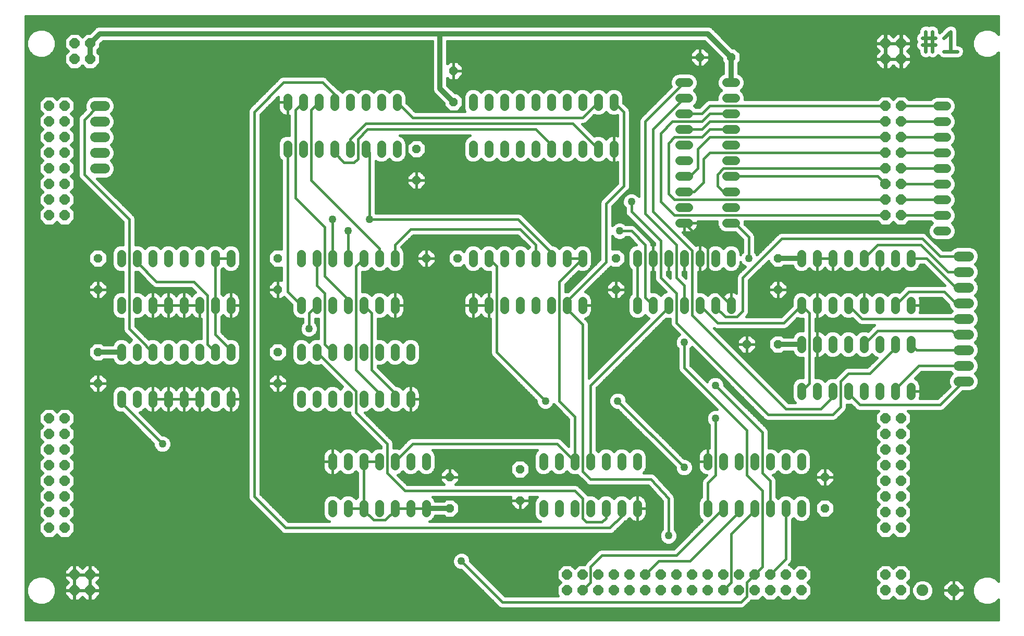
<source format=gtl>
G75*
%MOIN*%
%OFA0B0*%
%FSLAX24Y24*%
%IPPOS*%
%LPD*%
%AMOC8*
5,1,8,0,0,1.08239X$1,22.5*
%
%ADD10C,0.0230*%
%ADD11C,0.0560*%
%ADD12OC8,0.0560*%
%ADD13OC8,0.0640*%
%ADD14C,0.0640*%
%ADD15C,0.0750*%
%ADD16OC8,0.0750*%
%ADD17C,0.0160*%
%ADD18C,0.0320*%
%ADD19C,0.0500*%
D10*
X061842Y040630D02*
X061842Y041901D01*
X062266Y041901D02*
X062266Y040630D01*
X062477Y041054D02*
X061630Y041054D01*
X061630Y041477D02*
X062266Y041477D01*
X062477Y041477D01*
X063011Y041477D02*
X063435Y041901D01*
X063435Y040630D01*
X063011Y040630D02*
X063859Y040630D01*
D11*
X063170Y037140D02*
X062610Y037140D01*
X062610Y036140D02*
X063170Y036140D01*
X063170Y035140D02*
X062610Y035140D01*
X062610Y034140D02*
X063170Y034140D01*
X063170Y033140D02*
X062610Y033140D01*
X062610Y032140D02*
X063170Y032140D01*
X063170Y031140D02*
X062610Y031140D01*
X062610Y030140D02*
X063170Y030140D01*
X063170Y029140D02*
X062610Y029140D01*
X060890Y027670D02*
X060890Y027110D01*
X059890Y027110D02*
X059890Y027670D01*
X058890Y027670D02*
X058890Y027110D01*
X057890Y027110D02*
X057890Y027670D01*
X056890Y027670D02*
X056890Y027110D01*
X055890Y027110D02*
X055890Y027670D01*
X054890Y027670D02*
X054890Y027110D01*
X053890Y027110D02*
X053890Y027670D01*
X053890Y024670D02*
X053890Y024110D01*
X054890Y024110D02*
X054890Y024670D01*
X055890Y024670D02*
X055890Y024110D01*
X056890Y024110D02*
X056890Y024670D01*
X057890Y024670D02*
X057890Y024110D01*
X058890Y024110D02*
X058890Y024670D01*
X059890Y024670D02*
X059890Y024110D01*
X060890Y024110D02*
X060890Y024670D01*
X060890Y022170D02*
X060890Y021610D01*
X059890Y021610D02*
X059890Y022170D01*
X058890Y022170D02*
X058890Y021610D01*
X057890Y021610D02*
X057890Y022170D01*
X056890Y022170D02*
X056890Y021610D01*
X055890Y021610D02*
X055890Y022170D01*
X054890Y022170D02*
X054890Y021610D01*
X053890Y021610D02*
X053890Y022170D01*
X053890Y019170D02*
X053890Y018610D01*
X054890Y018610D02*
X054890Y019170D01*
X055890Y019170D02*
X055890Y018610D01*
X056890Y018610D02*
X056890Y019170D01*
X057890Y019170D02*
X057890Y018610D01*
X058890Y018610D02*
X058890Y019170D01*
X059890Y019170D02*
X059890Y018610D01*
X060890Y018610D02*
X060890Y019170D01*
X053890Y014670D02*
X053890Y014110D01*
X052890Y014110D02*
X052890Y014670D01*
X051890Y014670D02*
X051890Y014110D01*
X050890Y014110D02*
X050890Y014670D01*
X049890Y014670D02*
X049890Y014110D01*
X048890Y014110D02*
X048890Y014670D01*
X047890Y014670D02*
X047890Y014110D01*
X047890Y011670D02*
X047890Y011110D01*
X048890Y011110D02*
X048890Y011670D01*
X049890Y011670D02*
X049890Y011110D01*
X050890Y011110D02*
X050890Y011670D01*
X051890Y011670D02*
X051890Y011110D01*
X052890Y011110D02*
X052890Y011670D01*
X053890Y011670D02*
X053890Y011110D01*
X043390Y011110D02*
X043390Y011670D01*
X042390Y011670D02*
X042390Y011110D01*
X041390Y011110D02*
X041390Y011670D01*
X040390Y011670D02*
X040390Y011110D01*
X039390Y011110D02*
X039390Y011670D01*
X038390Y011670D02*
X038390Y011110D01*
X037390Y011110D02*
X037390Y011670D01*
X037390Y014110D02*
X037390Y014670D01*
X038390Y014670D02*
X038390Y014110D01*
X039390Y014110D02*
X039390Y014670D01*
X040390Y014670D02*
X040390Y014110D01*
X041390Y014110D02*
X041390Y014670D01*
X042390Y014670D02*
X042390Y014110D01*
X043390Y014110D02*
X043390Y014670D01*
X029890Y014670D02*
X029890Y014110D01*
X028890Y014110D02*
X028890Y014670D01*
X027890Y014670D02*
X027890Y014110D01*
X026890Y014110D02*
X026890Y014670D01*
X025890Y014670D02*
X025890Y014110D01*
X024890Y014110D02*
X024890Y014670D01*
X023890Y014670D02*
X023890Y014110D01*
X023890Y011670D02*
X023890Y011110D01*
X024890Y011110D02*
X024890Y011670D01*
X025890Y011670D02*
X025890Y011110D01*
X026890Y011110D02*
X026890Y011670D01*
X027890Y011670D02*
X027890Y011110D01*
X028890Y011110D02*
X028890Y011670D01*
X029890Y011670D02*
X029890Y011110D01*
X028890Y018110D02*
X028890Y018670D01*
X027890Y018670D02*
X027890Y018110D01*
X026890Y018110D02*
X026890Y018670D01*
X025890Y018670D02*
X025890Y018110D01*
X024890Y018110D02*
X024890Y018670D01*
X023890Y018670D02*
X023890Y018110D01*
X022890Y018110D02*
X022890Y018670D01*
X021890Y018670D02*
X021890Y018110D01*
X021890Y021110D02*
X021890Y021670D01*
X022890Y021670D02*
X022890Y021110D01*
X023890Y021110D02*
X023890Y021670D01*
X024890Y021670D02*
X024890Y021110D01*
X025890Y021110D02*
X025890Y021670D01*
X026890Y021670D02*
X026890Y021110D01*
X027890Y021110D02*
X027890Y021670D01*
X028890Y021670D02*
X028890Y021110D01*
X027890Y024110D02*
X027890Y024670D01*
X026890Y024670D02*
X026890Y024110D01*
X025890Y024110D02*
X025890Y024670D01*
X024890Y024670D02*
X024890Y024110D01*
X023890Y024110D02*
X023890Y024670D01*
X022890Y024670D02*
X022890Y024110D01*
X021890Y024110D02*
X021890Y024670D01*
X021890Y027110D02*
X021890Y027670D01*
X022890Y027670D02*
X022890Y027110D01*
X023890Y027110D02*
X023890Y027670D01*
X024890Y027670D02*
X024890Y027110D01*
X025890Y027110D02*
X025890Y027670D01*
X026890Y027670D02*
X026890Y027110D01*
X027890Y027110D02*
X027890Y027670D01*
X032890Y027670D02*
X032890Y027110D01*
X033890Y027110D02*
X033890Y027670D01*
X034890Y027670D02*
X034890Y027110D01*
X035890Y027110D02*
X035890Y027670D01*
X036890Y027670D02*
X036890Y027110D01*
X037890Y027110D02*
X037890Y027670D01*
X038890Y027670D02*
X038890Y027110D01*
X039890Y027110D02*
X039890Y027670D01*
X043390Y027670D02*
X043390Y027110D01*
X044390Y027110D02*
X044390Y027670D01*
X045390Y027670D02*
X045390Y027110D01*
X046390Y027110D02*
X046390Y027670D01*
X047390Y027670D02*
X047390Y027110D01*
X048390Y027110D02*
X048390Y027670D01*
X049390Y027670D02*
X049390Y027110D01*
X049390Y024670D02*
X049390Y024110D01*
X048390Y024110D02*
X048390Y024670D01*
X047390Y024670D02*
X047390Y024110D01*
X046390Y024110D02*
X046390Y024670D01*
X045390Y024670D02*
X045390Y024110D01*
X044390Y024110D02*
X044390Y024670D01*
X043390Y024670D02*
X043390Y024110D01*
X039890Y024110D02*
X039890Y024670D01*
X038890Y024670D02*
X038890Y024110D01*
X037890Y024110D02*
X037890Y024670D01*
X036890Y024670D02*
X036890Y024110D01*
X035890Y024110D02*
X035890Y024670D01*
X034890Y024670D02*
X034890Y024110D01*
X033890Y024110D02*
X033890Y024670D01*
X032890Y024670D02*
X032890Y024110D01*
X046110Y029640D02*
X046670Y029640D01*
X046670Y030640D02*
X046110Y030640D01*
X046110Y031640D02*
X046670Y031640D01*
X046670Y032640D02*
X046110Y032640D01*
X046110Y033640D02*
X046670Y033640D01*
X046670Y034640D02*
X046110Y034640D01*
X046110Y035640D02*
X046670Y035640D01*
X046670Y036640D02*
X046110Y036640D01*
X046110Y037640D02*
X046670Y037640D01*
X046670Y038640D02*
X046110Y038640D01*
X049110Y038640D02*
X049670Y038640D01*
X049670Y037640D02*
X049110Y037640D01*
X049110Y036640D02*
X049670Y036640D01*
X049670Y035640D02*
X049110Y035640D01*
X049110Y034640D02*
X049670Y034640D01*
X049670Y033640D02*
X049110Y033640D01*
X049110Y032640D02*
X049670Y032640D01*
X049670Y031640D02*
X049110Y031640D01*
X049110Y030640D02*
X049670Y030640D01*
X049670Y029640D02*
X049110Y029640D01*
X041890Y034110D02*
X041890Y034670D01*
X040890Y034670D02*
X040890Y034110D01*
X039890Y034110D02*
X039890Y034670D01*
X038890Y034670D02*
X038890Y034110D01*
X037890Y034110D02*
X037890Y034670D01*
X036890Y034670D02*
X036890Y034110D01*
X035890Y034110D02*
X035890Y034670D01*
X034890Y034670D02*
X034890Y034110D01*
X033890Y034110D02*
X033890Y034670D01*
X032890Y034670D02*
X032890Y034110D01*
X032890Y037110D02*
X032890Y037670D01*
X033890Y037670D02*
X033890Y037110D01*
X034890Y037110D02*
X034890Y037670D01*
X035890Y037670D02*
X035890Y037110D01*
X036890Y037110D02*
X036890Y037670D01*
X037890Y037670D02*
X037890Y037110D01*
X038890Y037110D02*
X038890Y037670D01*
X039890Y037670D02*
X039890Y037110D01*
X040890Y037110D02*
X040890Y037670D01*
X041890Y037670D02*
X041890Y037110D01*
X028015Y037110D02*
X028015Y037670D01*
X027015Y037670D02*
X027015Y037110D01*
X026015Y037110D02*
X026015Y037670D01*
X025015Y037670D02*
X025015Y037110D01*
X024015Y037110D02*
X024015Y037670D01*
X023015Y037670D02*
X023015Y037110D01*
X022015Y037110D02*
X022015Y037670D01*
X021015Y037670D02*
X021015Y037110D01*
X021015Y034670D02*
X021015Y034110D01*
X022015Y034110D02*
X022015Y034670D01*
X023015Y034670D02*
X023015Y034110D01*
X024015Y034110D02*
X024015Y034670D01*
X025015Y034670D02*
X025015Y034110D01*
X026015Y034110D02*
X026015Y034670D01*
X027015Y034670D02*
X027015Y034110D01*
X028015Y034110D02*
X028015Y034670D01*
X017390Y027670D02*
X017390Y027110D01*
X016390Y027110D02*
X016390Y027670D01*
X015390Y027670D02*
X015390Y027110D01*
X014390Y027110D02*
X014390Y027670D01*
X013390Y027670D02*
X013390Y027110D01*
X012390Y027110D02*
X012390Y027670D01*
X011390Y027670D02*
X011390Y027110D01*
X010390Y027110D02*
X010390Y027670D01*
X010390Y024670D02*
X010390Y024110D01*
X011390Y024110D02*
X011390Y024670D01*
X012390Y024670D02*
X012390Y024110D01*
X013390Y024110D02*
X013390Y024670D01*
X014390Y024670D02*
X014390Y024110D01*
X015390Y024110D02*
X015390Y024670D01*
X016390Y024670D02*
X016390Y024110D01*
X017390Y024110D02*
X017390Y024670D01*
X017390Y021670D02*
X017390Y021110D01*
X016390Y021110D02*
X016390Y021670D01*
X015390Y021670D02*
X015390Y021110D01*
X014390Y021110D02*
X014390Y021670D01*
X013390Y021670D02*
X013390Y021110D01*
X012390Y021110D02*
X012390Y021670D01*
X011390Y021670D02*
X011390Y021110D01*
X010390Y021110D02*
X010390Y021670D01*
X010390Y018670D02*
X010390Y018110D01*
X011390Y018110D02*
X011390Y018670D01*
X012390Y018670D02*
X012390Y018110D01*
X013390Y018110D02*
X013390Y018670D01*
X014390Y018670D02*
X014390Y018110D01*
X015390Y018110D02*
X015390Y018670D01*
X016390Y018670D02*
X016390Y018110D01*
X017390Y018110D02*
X017390Y018670D01*
D12*
X020390Y019390D03*
X020390Y021390D03*
X020390Y025390D03*
X020390Y027390D03*
X029265Y032390D03*
X029265Y034390D03*
X031640Y037390D03*
X031640Y039390D03*
X047390Y040265D03*
X049390Y040265D03*
X052390Y027390D03*
X052390Y025390D03*
X052390Y021890D03*
X050390Y021890D03*
X042015Y025390D03*
X042015Y027390D03*
X031890Y027390D03*
X029890Y027390D03*
X035890Y013890D03*
X035890Y011890D03*
X031390Y011390D03*
X031390Y013390D03*
X008890Y019390D03*
X008890Y021390D03*
X008890Y025390D03*
X008890Y027390D03*
X055390Y013390D03*
X055390Y011390D03*
D13*
X059265Y011140D03*
X060265Y011140D03*
X060265Y010140D03*
X059265Y010140D03*
X059265Y012140D03*
X060265Y012140D03*
X060265Y013140D03*
X059265Y013140D03*
X059265Y014140D03*
X060265Y014140D03*
X060265Y015140D03*
X059265Y015140D03*
X059265Y016140D03*
X060265Y016140D03*
X060265Y017140D03*
X059265Y017140D03*
X059265Y007140D03*
X060265Y007140D03*
X060265Y006140D03*
X059265Y006140D03*
X053890Y006140D03*
X053890Y007140D03*
X052890Y007140D03*
X051890Y007140D03*
X051890Y006140D03*
X052890Y006140D03*
X050890Y006140D03*
X049890Y006140D03*
X049890Y007140D03*
X050890Y007140D03*
X048890Y007140D03*
X047890Y007140D03*
X046890Y007140D03*
X046890Y006140D03*
X047890Y006140D03*
X048890Y006140D03*
X045890Y006140D03*
X044890Y006140D03*
X044890Y007140D03*
X045890Y007140D03*
X043890Y007140D03*
X042890Y007140D03*
X041890Y007140D03*
X041890Y006140D03*
X042890Y006140D03*
X043890Y006140D03*
X040890Y006140D03*
X039890Y006140D03*
X039890Y007140D03*
X040890Y007140D03*
X038890Y007140D03*
X038890Y006140D03*
X008390Y006140D03*
X007390Y006140D03*
X007390Y007140D03*
X008390Y007140D03*
X006765Y010140D03*
X005765Y010140D03*
X005765Y011140D03*
X006765Y011140D03*
X006765Y012140D03*
X005765Y012140D03*
X005765Y013140D03*
X006765Y013140D03*
X006765Y014140D03*
X005765Y014140D03*
X005765Y015140D03*
X006765Y015140D03*
X006765Y016140D03*
X005765Y016140D03*
X005765Y017140D03*
X006765Y017140D03*
X006765Y030140D03*
X005765Y030140D03*
X005765Y031140D03*
X006765Y031140D03*
X006765Y032140D03*
X005765Y032140D03*
X005765Y033140D03*
X006765Y033140D03*
X006765Y034140D03*
X005765Y034140D03*
X005765Y035140D03*
X006765Y035140D03*
X006765Y036140D03*
X005765Y036140D03*
X005765Y037140D03*
X006765Y037140D03*
X007390Y040140D03*
X008390Y040140D03*
X008390Y041140D03*
X007390Y041140D03*
X059265Y041140D03*
X060265Y041140D03*
X060265Y040140D03*
X059265Y040140D03*
X059265Y037140D03*
X060265Y037140D03*
X060265Y036140D03*
X059265Y036140D03*
X059265Y035140D03*
X060265Y035140D03*
X060265Y034140D03*
X059265Y034140D03*
X059265Y033140D03*
X060265Y033140D03*
X060265Y032140D03*
X059265Y032140D03*
X059265Y031140D03*
X060265Y031140D03*
X060265Y030140D03*
X059265Y030140D03*
D14*
X063945Y027515D02*
X064585Y027515D01*
X064585Y026515D02*
X063945Y026515D01*
X063945Y025515D02*
X064585Y025515D01*
X064585Y024515D02*
X063945Y024515D01*
X063945Y023515D02*
X064585Y023515D01*
X064585Y022515D02*
X063945Y022515D01*
X063945Y021515D02*
X064585Y021515D01*
X064585Y020515D02*
X063945Y020515D01*
X063945Y019515D02*
X064585Y019515D01*
X009335Y033140D02*
X008695Y033140D01*
X008695Y034140D02*
X009335Y034140D01*
X009335Y035140D02*
X008695Y035140D01*
X008695Y036140D02*
X009335Y036140D01*
X009335Y037140D02*
X008695Y037140D01*
D15*
X061640Y006140D03*
D16*
X063640Y006140D03*
D17*
X004270Y004270D02*
X004270Y042880D01*
X066502Y042880D01*
X066502Y041718D01*
X066292Y041928D01*
X065950Y042070D01*
X065580Y042070D01*
X065238Y041928D01*
X064977Y041667D01*
X064835Y041325D01*
X064835Y040955D01*
X064977Y040613D01*
X065238Y040352D01*
X065580Y040210D01*
X065950Y040210D01*
X066292Y040352D01*
X066502Y040562D01*
X066502Y006718D01*
X066292Y006928D01*
X065950Y007070D01*
X065580Y007070D01*
X065238Y006928D01*
X064977Y006667D01*
X064835Y006325D01*
X064835Y005955D01*
X064977Y005613D01*
X065238Y005352D01*
X065580Y005210D01*
X065950Y005210D01*
X066292Y005352D01*
X066502Y005562D01*
X066502Y004270D01*
X004270Y004270D01*
X004270Y004366D02*
X066502Y004366D01*
X066502Y004524D02*
X004270Y004524D01*
X004270Y004683D02*
X066502Y004683D01*
X066502Y004841D02*
X004270Y004841D01*
X004270Y005000D02*
X034662Y005000D01*
X034685Y004990D02*
X050095Y004990D01*
X050242Y005051D01*
X050617Y005426D01*
X050691Y005500D01*
X051155Y005500D01*
X051390Y005735D01*
X051625Y005500D01*
X052155Y005500D01*
X052390Y005735D01*
X052625Y005500D01*
X053155Y005500D01*
X053390Y005735D01*
X053625Y005500D01*
X054155Y005500D01*
X054530Y005875D01*
X054530Y006405D01*
X054295Y006640D01*
X054530Y006875D01*
X054530Y007405D01*
X054155Y007780D01*
X053625Y007780D01*
X053390Y007545D01*
X053155Y007780D01*
X053096Y007780D01*
X053117Y007801D01*
X053229Y007913D01*
X053290Y008060D01*
X053290Y010661D01*
X053390Y010761D01*
X053550Y010601D01*
X053771Y010510D01*
X054009Y010510D01*
X054230Y010601D01*
X054399Y010770D01*
X054490Y010991D01*
X054490Y011789D01*
X054399Y012010D01*
X054230Y012179D01*
X054009Y012270D01*
X053771Y012270D01*
X053550Y012179D01*
X053390Y012019D01*
X053230Y012179D01*
X053009Y012270D01*
X052771Y012270D01*
X052550Y012179D01*
X052390Y012019D01*
X052290Y012119D01*
X052290Y013220D01*
X052229Y013367D01*
X052117Y013479D01*
X052063Y013532D01*
X052230Y013601D01*
X052390Y013761D01*
X052550Y013601D01*
X052771Y013510D01*
X053009Y013510D01*
X053230Y013601D01*
X053390Y013761D01*
X053550Y013601D01*
X053771Y013510D01*
X054009Y013510D01*
X054230Y013601D01*
X054399Y013770D01*
X054490Y013991D01*
X054490Y014789D01*
X054399Y015010D01*
X054230Y015179D01*
X054009Y015270D01*
X053771Y015270D01*
X053550Y015179D01*
X053390Y015019D01*
X053230Y015179D01*
X053009Y015270D01*
X052771Y015270D01*
X052550Y015179D01*
X052390Y015019D01*
X052230Y015179D01*
X052009Y015270D01*
X051790Y015270D01*
X051790Y016345D01*
X051729Y016492D01*
X051617Y016604D01*
X048960Y019261D01*
X048960Y019378D01*
X048873Y019588D01*
X048713Y019748D01*
X048503Y019835D01*
X048277Y019835D01*
X048067Y019748D01*
X047907Y019588D01*
X047863Y019483D01*
X046790Y020556D01*
X046790Y021609D01*
X046873Y021692D01*
X046880Y021709D01*
X051426Y017163D01*
X051538Y017051D01*
X051685Y016990D01*
X055970Y016990D01*
X056117Y017051D01*
X056617Y017551D01*
X056729Y017663D01*
X056790Y017810D01*
X056790Y018010D01*
X057009Y018010D01*
X057059Y018030D01*
X057413Y017676D01*
X057560Y017615D01*
X058835Y017615D01*
X058625Y017405D01*
X058625Y016875D01*
X058860Y016640D01*
X058625Y016405D01*
X058625Y015875D01*
X058860Y015640D01*
X058625Y015405D01*
X058625Y014875D01*
X058860Y014640D01*
X058625Y014405D01*
X058625Y013875D01*
X058860Y013640D01*
X058625Y013405D01*
X058625Y012875D01*
X058860Y012640D01*
X058625Y012405D01*
X058625Y011875D01*
X058860Y011640D01*
X058625Y011405D01*
X058625Y010875D01*
X058860Y010640D01*
X058625Y010405D01*
X058625Y009875D01*
X059000Y009500D01*
X059530Y009500D01*
X059765Y009735D01*
X060000Y009500D01*
X060530Y009500D01*
X060905Y009875D01*
X060905Y010405D01*
X060670Y010640D01*
X060905Y010875D01*
X060905Y011405D01*
X060670Y011640D01*
X060905Y011875D01*
X060905Y012405D01*
X060670Y012640D01*
X060905Y012875D01*
X060905Y013405D01*
X060670Y013640D01*
X060905Y013875D01*
X060905Y014405D01*
X060670Y014640D01*
X060905Y014875D01*
X060905Y015405D01*
X060670Y015640D01*
X060905Y015875D01*
X060905Y016405D01*
X060670Y016640D01*
X060905Y016875D01*
X060905Y017405D01*
X060695Y017615D01*
X062845Y017615D01*
X062992Y017676D01*
X063104Y017788D01*
X064191Y018875D01*
X064712Y018875D01*
X064948Y018972D01*
X065128Y019152D01*
X065225Y019388D01*
X065225Y019642D01*
X065128Y019878D01*
X064990Y020015D01*
X065128Y020152D01*
X065225Y020388D01*
X065225Y020642D01*
X065128Y020878D01*
X064990Y021015D01*
X065128Y021152D01*
X065225Y021388D01*
X065225Y021642D01*
X066502Y021642D01*
X066502Y021484D02*
X065225Y021484D01*
X065225Y021642D02*
X065128Y021878D01*
X064990Y022015D01*
X065128Y022152D01*
X065225Y022388D01*
X065225Y022642D01*
X065128Y022878D01*
X064990Y023015D01*
X065128Y023152D01*
X065225Y023388D01*
X065225Y023642D01*
X065128Y023878D01*
X064990Y024015D01*
X065128Y024152D01*
X065225Y024388D01*
X065225Y024642D01*
X065128Y024878D01*
X064990Y025015D01*
X065128Y025152D01*
X065225Y025388D01*
X065225Y025642D01*
X065128Y025878D01*
X064990Y026015D01*
X065128Y026152D01*
X065225Y026388D01*
X065225Y026642D01*
X065128Y026878D01*
X064990Y027015D01*
X065128Y027152D01*
X065225Y027388D01*
X065225Y027642D01*
X065128Y027878D01*
X064948Y028058D01*
X064712Y028155D01*
X063818Y028155D01*
X063582Y028058D01*
X063440Y027915D01*
X062931Y027915D01*
X061979Y028867D01*
X061867Y028979D01*
X061720Y029040D01*
X052560Y029040D01*
X052413Y028979D01*
X051042Y027608D01*
X050998Y027713D01*
X050915Y027796D01*
X050915Y028845D01*
X050854Y028992D01*
X050270Y029576D01*
X050270Y029740D01*
X058760Y029740D01*
X059000Y029500D01*
X059530Y029500D01*
X059765Y029735D01*
X060000Y029500D01*
X060530Y029500D01*
X060770Y029740D01*
X062161Y029740D01*
X062261Y029640D01*
X062101Y029480D01*
X062010Y029259D01*
X062010Y029021D01*
X062101Y028800D01*
X062270Y028631D01*
X062491Y028540D01*
X063289Y028540D01*
X063510Y028631D01*
X063679Y028800D01*
X063770Y029021D01*
X063770Y029259D01*
X063679Y029480D01*
X063519Y029640D01*
X063679Y029800D01*
X063770Y030021D01*
X063770Y030259D01*
X063679Y030480D01*
X063519Y030640D01*
X063679Y030800D01*
X063770Y031021D01*
X063770Y031259D01*
X063679Y031480D01*
X063519Y031640D01*
X063679Y031800D01*
X063770Y032021D01*
X063770Y032259D01*
X063679Y032480D01*
X063519Y032640D01*
X063679Y032800D01*
X063770Y033021D01*
X063770Y033259D01*
X063679Y033480D01*
X063519Y033640D01*
X063679Y033800D01*
X063770Y034021D01*
X063770Y034259D01*
X063679Y034480D01*
X063519Y034640D01*
X063679Y034800D01*
X063770Y035021D01*
X063770Y035259D01*
X063679Y035480D01*
X063519Y035640D01*
X063679Y035800D01*
X063770Y036021D01*
X063770Y036259D01*
X063679Y036480D01*
X063519Y036640D01*
X063679Y036800D01*
X063770Y037021D01*
X063770Y037259D01*
X063679Y037480D01*
X063510Y037649D01*
X063289Y037740D01*
X062491Y037740D01*
X062270Y037649D01*
X062161Y037540D01*
X060770Y037540D01*
X060530Y037780D01*
X060000Y037780D01*
X059765Y037545D01*
X059530Y037780D01*
X059000Y037780D01*
X058760Y037540D01*
X050270Y037540D01*
X050270Y037759D01*
X050179Y037980D01*
X050019Y038140D01*
X050179Y038300D01*
X050270Y038521D01*
X050270Y038759D01*
X050179Y038980D01*
X050010Y039149D01*
X049870Y039207D01*
X049870Y039896D01*
X049990Y040016D01*
X049990Y040514D01*
X049639Y040865D01*
X049469Y040865D01*
X048162Y042172D01*
X047985Y042245D01*
X008920Y042245D01*
X008743Y042172D01*
X008608Y042037D01*
X008351Y041780D01*
X008125Y041780D01*
X007890Y041545D01*
X007655Y041780D01*
X007125Y041780D01*
X006750Y041405D01*
X006750Y040875D01*
X006985Y040640D01*
X006750Y040405D01*
X006750Y039875D01*
X007125Y039500D01*
X007655Y039500D01*
X007890Y039735D01*
X008125Y039500D01*
X008655Y039500D01*
X009030Y039875D01*
X009030Y040405D01*
X008870Y040565D01*
X008870Y040715D01*
X009030Y040875D01*
X009030Y041101D01*
X009214Y041285D01*
X030285Y041285D01*
X030285Y038170D01*
X030358Y037993D01*
X030493Y037858D01*
X031040Y037311D01*
X031040Y037141D01*
X031391Y036790D01*
X031889Y036790D01*
X032240Y037141D01*
X032240Y037639D01*
X031889Y037990D01*
X031719Y037990D01*
X031245Y038464D01*
X031245Y038936D01*
X031391Y038790D01*
X031640Y038790D01*
X031889Y038790D01*
X032240Y039141D01*
X032240Y039390D01*
X032240Y039639D01*
X031889Y039990D01*
X031640Y039990D01*
X031640Y039390D01*
X031640Y039390D01*
X032240Y039390D01*
X031640Y039390D01*
X031640Y039390D01*
X031640Y039990D01*
X031391Y039990D01*
X031245Y039844D01*
X031245Y041285D01*
X047691Y041285D01*
X048790Y040186D01*
X048790Y040016D01*
X048910Y039896D01*
X048910Y039207D01*
X048770Y039149D01*
X048601Y038980D01*
X048510Y038759D01*
X048510Y038521D01*
X048601Y038300D01*
X048761Y038140D01*
X048601Y037980D01*
X048510Y037759D01*
X048510Y037540D01*
X047935Y037540D01*
X047788Y037479D01*
X047349Y037040D01*
X047119Y037040D01*
X047019Y037140D01*
X047179Y037300D01*
X047270Y037521D01*
X047270Y037759D01*
X047179Y037980D01*
X047019Y038140D01*
X047179Y038300D01*
X047270Y038521D01*
X047270Y038759D01*
X047179Y038980D01*
X047010Y039149D01*
X046789Y039240D01*
X045991Y039240D01*
X045770Y039149D01*
X045601Y038980D01*
X045510Y038759D01*
X045510Y038521D01*
X045567Y038383D01*
X043663Y036479D01*
X043551Y036367D01*
X043490Y036220D01*
X043490Y031346D01*
X043338Y031498D01*
X043128Y031585D01*
X042902Y031585D01*
X042692Y031498D01*
X042532Y031338D01*
X042445Y031128D01*
X042445Y030902D01*
X042532Y030692D01*
X042615Y030609D01*
X042615Y030310D01*
X042676Y030163D01*
X042788Y030051D01*
X042788Y030051D01*
X044490Y028349D01*
X044490Y028262D01*
X044437Y028270D01*
X044390Y028270D01*
X044390Y027390D01*
X044390Y027390D01*
X044390Y028270D01*
X044343Y028270D01*
X044290Y028262D01*
X044290Y028345D01*
X044229Y028492D01*
X043354Y029367D01*
X043242Y029479D01*
X043095Y029540D01*
X042671Y029540D01*
X042588Y029623D01*
X042378Y029710D01*
X042152Y029710D01*
X041942Y029623D01*
X041790Y029471D01*
X041790Y030724D01*
X042742Y031676D01*
X042854Y031788D01*
X042915Y031935D01*
X042915Y036845D01*
X042854Y036992D01*
X042490Y037356D01*
X042490Y037789D01*
X042399Y038010D01*
X042230Y038179D01*
X042009Y038270D01*
X041771Y038270D01*
X041550Y038179D01*
X041390Y038019D01*
X041230Y038179D01*
X041009Y038270D01*
X040771Y038270D01*
X040550Y038179D01*
X040390Y038019D01*
X040230Y038179D01*
X040009Y038270D01*
X039771Y038270D01*
X039550Y038179D01*
X039390Y038019D01*
X039230Y038179D01*
X039009Y038270D01*
X038771Y038270D01*
X038550Y038179D01*
X038390Y038019D01*
X038230Y038179D01*
X038009Y038270D01*
X037771Y038270D01*
X037550Y038179D01*
X037390Y038019D01*
X037230Y038179D01*
X037009Y038270D01*
X036771Y038270D01*
X036550Y038179D01*
X036390Y038019D01*
X036230Y038179D01*
X036009Y038270D01*
X035771Y038270D01*
X035550Y038179D01*
X035390Y038019D01*
X035230Y038179D01*
X035009Y038270D01*
X034771Y038270D01*
X034550Y038179D01*
X034390Y038019D01*
X034230Y038179D01*
X034009Y038270D01*
X033771Y038270D01*
X033550Y038179D01*
X033390Y038019D01*
X033230Y038179D01*
X033009Y038270D01*
X032771Y038270D01*
X032550Y038179D01*
X032381Y038010D01*
X032290Y037789D01*
X032290Y036991D01*
X032373Y036790D01*
X029181Y036790D01*
X028615Y037356D01*
X028615Y037789D01*
X028524Y038010D01*
X028355Y038179D01*
X028134Y038270D01*
X027896Y038270D01*
X027675Y038179D01*
X027515Y038019D01*
X027355Y038179D01*
X027134Y038270D01*
X026896Y038270D01*
X026675Y038179D01*
X026515Y038019D01*
X026355Y038179D01*
X026134Y038270D01*
X025896Y038270D01*
X025675Y038179D01*
X025515Y038019D01*
X025355Y038179D01*
X025134Y038270D01*
X024896Y038270D01*
X024675Y038179D01*
X024515Y038019D01*
X024355Y038179D01*
X024248Y038223D01*
X023604Y038867D01*
X023492Y038979D01*
X023345Y039040D01*
X020685Y039040D01*
X020538Y038979D01*
X018663Y037104D01*
X018551Y036992D01*
X018490Y036845D01*
X018490Y012060D01*
X018551Y011913D01*
X020551Y009913D01*
X007405Y009913D01*
X007405Y009875D02*
X007030Y009500D01*
X006500Y009500D01*
X006265Y009735D01*
X006030Y009500D01*
X005500Y009500D01*
X005125Y009875D01*
X005125Y010405D01*
X005360Y010640D01*
X005125Y010875D01*
X005125Y011405D01*
X005360Y011640D01*
X005125Y011875D01*
X005125Y012405D01*
X005360Y012640D01*
X005125Y012875D01*
X005125Y013405D01*
X005360Y013640D01*
X005125Y013875D01*
X005125Y014405D01*
X005360Y014640D01*
X005125Y014875D01*
X005125Y015405D01*
X005360Y015640D01*
X005125Y015875D01*
X005125Y016405D01*
X005360Y016640D01*
X005125Y016875D01*
X005125Y017405D01*
X005500Y017780D01*
X006030Y017780D01*
X006265Y017545D01*
X006500Y017780D01*
X007030Y017780D01*
X007405Y017405D01*
X007405Y016875D01*
X007170Y016640D01*
X007405Y016405D01*
X007405Y015875D01*
X007170Y015640D01*
X007405Y015405D01*
X007405Y014875D01*
X007170Y014640D01*
X007405Y014405D01*
X007405Y013875D01*
X007170Y013640D01*
X007405Y013405D01*
X007405Y012875D01*
X007170Y012640D01*
X007405Y012405D01*
X007405Y011875D01*
X007170Y011640D01*
X007405Y011405D01*
X007405Y010875D01*
X007170Y010640D01*
X007405Y010405D01*
X007405Y009875D01*
X007285Y009755D02*
X020775Y009755D01*
X020810Y009740D02*
X041720Y009740D01*
X041867Y009801D01*
X042617Y010551D01*
X042623Y010557D01*
X042730Y010601D01*
X042897Y010768D01*
X042932Y010719D01*
X042999Y010652D01*
X043076Y010597D01*
X043160Y010554D01*
X043249Y010525D01*
X043343Y010510D01*
X043390Y010510D01*
X043437Y010510D01*
X043530Y010525D01*
X043620Y010554D01*
X043704Y010597D01*
X043781Y010652D01*
X043848Y010719D01*
X043903Y010796D01*
X043946Y010880D01*
X043975Y010969D01*
X043990Y011063D01*
X043990Y011390D01*
X043990Y011717D01*
X043975Y011810D01*
X043946Y011900D01*
X043903Y011984D01*
X043848Y012061D01*
X043781Y012128D01*
X043704Y012183D01*
X043620Y012226D01*
X043530Y012255D01*
X043437Y012270D01*
X043390Y012270D01*
X043390Y011390D01*
X043390Y011390D01*
X043990Y011390D01*
X043390Y011390D01*
X043390Y011390D01*
X043390Y012270D01*
X043343Y012270D01*
X043249Y012255D01*
X043160Y012226D01*
X043076Y012183D01*
X042999Y012128D01*
X042932Y012061D01*
X042897Y012012D01*
X042730Y012179D01*
X042509Y012270D01*
X042271Y012270D01*
X042050Y012179D01*
X041890Y012019D01*
X041730Y012179D01*
X041509Y012270D01*
X041271Y012270D01*
X041050Y012179D01*
X040890Y012019D01*
X040730Y012179D01*
X040509Y012270D01*
X040271Y012270D01*
X040221Y012250D01*
X039729Y012742D01*
X039617Y012854D01*
X039470Y012915D01*
X031764Y012915D01*
X031990Y013141D01*
X031990Y013390D01*
X031990Y013639D01*
X031639Y013990D01*
X031390Y013990D01*
X031390Y013390D01*
X031390Y013390D01*
X031990Y013390D01*
X031390Y013390D01*
X031390Y013390D01*
X031390Y013390D01*
X030790Y013390D01*
X030790Y013639D01*
X031141Y013990D01*
X031390Y013990D01*
X031390Y013390D01*
X030790Y013390D01*
X030790Y013141D01*
X031016Y012915D01*
X028681Y012915D01*
X028063Y013532D01*
X028230Y013601D01*
X028390Y013761D01*
X028550Y013601D01*
X028771Y013510D01*
X029009Y013510D01*
X029230Y013601D01*
X029390Y013761D01*
X029550Y013601D01*
X029771Y013510D01*
X030009Y013510D01*
X030230Y013601D01*
X030399Y013770D01*
X030490Y013991D01*
X030490Y014789D01*
X030399Y015010D01*
X030294Y015115D01*
X036986Y015115D01*
X036881Y015010D01*
X036790Y014789D01*
X036790Y013991D01*
X036881Y013770D01*
X037050Y013601D01*
X037271Y013510D01*
X037509Y013510D01*
X037730Y013601D01*
X037890Y013761D01*
X038050Y013601D01*
X038271Y013510D01*
X038509Y013510D01*
X038730Y013601D01*
X038890Y013761D01*
X039050Y013601D01*
X039271Y013510D01*
X039509Y013510D01*
X039559Y013530D01*
X040051Y013038D01*
X040163Y012926D01*
X040310Y012865D01*
X044087Y012865D01*
X044990Y011862D01*
X044990Y010046D01*
X044907Y009963D01*
X044820Y009753D01*
X044820Y009527D01*
X044907Y009317D01*
X045067Y009157D01*
X045277Y009070D01*
X045503Y009070D01*
X045713Y009157D01*
X045873Y009317D01*
X045960Y009527D01*
X045960Y009753D01*
X045873Y009963D01*
X045790Y010046D01*
X045790Y012004D01*
X045794Y012073D01*
X045790Y012084D01*
X045790Y012095D01*
X045764Y012158D01*
X045741Y012223D01*
X045733Y012232D01*
X045729Y012242D01*
X045680Y012290D01*
X044608Y013482D01*
X044604Y013492D01*
X044555Y013540D01*
X044509Y013592D01*
X044499Y013596D01*
X044492Y013604D01*
X044428Y013631D01*
X044365Y013660D01*
X044355Y013661D01*
X044345Y013665D01*
X044276Y013665D01*
X044207Y013669D01*
X044196Y013665D01*
X043794Y013665D01*
X043899Y013770D01*
X043990Y013991D01*
X043990Y014789D01*
X043899Y015010D01*
X043730Y015179D01*
X043509Y015270D01*
X043271Y015270D01*
X043050Y015179D01*
X042890Y015019D01*
X042730Y015179D01*
X042509Y015270D01*
X042271Y015270D01*
X042050Y015179D01*
X041890Y015019D01*
X041730Y015179D01*
X041509Y015270D01*
X041271Y015270D01*
X041050Y015179D01*
X040890Y015019D01*
X040790Y015119D01*
X040790Y019099D01*
X045221Y023530D01*
X045271Y023510D01*
X045490Y023510D01*
X045490Y023185D01*
X045551Y023038D01*
X046084Y022505D01*
X046067Y022498D01*
X045907Y022338D01*
X045820Y022128D01*
X045820Y021902D01*
X045907Y021692D01*
X045990Y021609D01*
X045990Y020310D01*
X046051Y020163D01*
X046163Y020051D01*
X048505Y017709D01*
X048503Y017710D01*
X048277Y017710D01*
X048067Y017623D01*
X047907Y017463D01*
X047820Y017253D01*
X047820Y017027D01*
X047907Y016817D01*
X047990Y016734D01*
X047990Y015262D01*
X047937Y015270D01*
X047890Y015270D01*
X047890Y014390D01*
X047890Y014390D01*
X047890Y014390D01*
X047290Y014390D01*
X047290Y014717D01*
X047305Y014810D01*
X047334Y014900D01*
X047377Y014984D01*
X047432Y015061D01*
X047499Y015128D01*
X047576Y015183D01*
X047660Y015226D01*
X047749Y015255D01*
X047843Y015270D01*
X047890Y015270D01*
X047890Y014390D01*
X047290Y014390D01*
X047290Y014063D01*
X047305Y013969D01*
X047334Y013880D01*
X047377Y013796D01*
X047432Y013719D01*
X047499Y013652D01*
X047576Y013597D01*
X047660Y013554D01*
X047749Y013525D01*
X047823Y013513D01*
X047663Y013354D01*
X047551Y013242D01*
X047490Y013095D01*
X047490Y012119D01*
X047381Y012010D01*
X047290Y011789D01*
X047290Y010991D01*
X047381Y010770D01*
X047543Y010609D01*
X045724Y008790D01*
X041060Y008790D01*
X040913Y008729D01*
X040163Y007979D01*
X040051Y007867D01*
X040015Y007780D01*
X039625Y007780D01*
X039390Y007545D01*
X039155Y007780D01*
X038625Y007780D01*
X038250Y007405D01*
X038250Y006875D01*
X038485Y006640D01*
X038250Y006405D01*
X038250Y005875D01*
X038335Y005790D01*
X034931Y005790D01*
X032710Y008011D01*
X040195Y008011D01*
X040045Y007853D02*
X032868Y007853D01*
X032710Y008011D02*
X032710Y008128D01*
X032623Y008338D01*
X032463Y008498D01*
X032253Y008585D01*
X032027Y008585D01*
X031817Y008498D01*
X031657Y008338D01*
X031570Y008128D01*
X031570Y007902D01*
X031657Y007692D01*
X031817Y007532D01*
X032027Y007445D01*
X032144Y007445D01*
X034426Y005163D01*
X034538Y005051D01*
X034685Y004990D01*
X034431Y005158D02*
X004270Y005158D01*
X004270Y005317D02*
X004823Y005317D01*
X004738Y005352D02*
X005080Y005210D01*
X005450Y005210D01*
X005792Y005352D01*
X006053Y005613D01*
X006195Y005955D01*
X006195Y006325D01*
X006053Y006667D01*
X005792Y006928D01*
X005450Y007070D01*
X005080Y007070D01*
X004738Y006928D01*
X004477Y006667D01*
X004335Y006325D01*
X004335Y005955D01*
X004477Y005613D01*
X004738Y005352D01*
X004615Y005475D02*
X004270Y005475D01*
X004270Y005634D02*
X004468Y005634D01*
X004403Y005792D02*
X004270Y005792D01*
X004270Y005951D02*
X004337Y005951D01*
X004335Y006109D02*
X004270Y006109D01*
X004270Y006268D02*
X004335Y006268D01*
X004377Y006426D02*
X004270Y006426D01*
X004270Y006585D02*
X004442Y006585D01*
X004553Y006743D02*
X004270Y006743D01*
X004270Y006902D02*
X004711Y006902D01*
X005056Y007060D02*
X004270Y007060D01*
X004270Y007219D02*
X006750Y007219D01*
X006750Y007160D02*
X007370Y007160D01*
X007370Y007780D01*
X007125Y007780D01*
X006750Y007405D01*
X006750Y007160D01*
X006750Y007120D02*
X006750Y006875D01*
X006985Y006640D01*
X006750Y006405D01*
X006750Y006160D01*
X007370Y006160D01*
X007370Y007120D01*
X006750Y007120D01*
X006750Y007060D02*
X005474Y007060D01*
X005819Y006902D02*
X006750Y006902D01*
X006882Y006743D02*
X005977Y006743D01*
X006088Y006585D02*
X006929Y006585D01*
X006771Y006426D02*
X006153Y006426D01*
X006195Y006268D02*
X006750Y006268D01*
X006750Y006120D02*
X006750Y005875D01*
X007125Y005500D01*
X007370Y005500D01*
X007370Y006120D01*
X007410Y006120D01*
X007410Y006160D01*
X007370Y006160D01*
X007370Y006120D01*
X006750Y006120D01*
X006750Y006109D02*
X006195Y006109D01*
X006193Y005951D02*
X006750Y005951D01*
X006833Y005792D02*
X006127Y005792D01*
X006062Y005634D02*
X006991Y005634D01*
X007370Y005634D02*
X007410Y005634D01*
X007410Y005500D02*
X007655Y005500D01*
X007890Y005735D01*
X008125Y005500D01*
X008370Y005500D01*
X008370Y006120D01*
X008410Y006120D01*
X008410Y006160D01*
X009030Y006160D01*
X009030Y006405D01*
X008795Y006640D01*
X009030Y006875D01*
X009030Y007120D01*
X008410Y007120D01*
X008410Y007160D01*
X009030Y007160D01*
X009030Y007405D01*
X008655Y007780D01*
X008410Y007780D01*
X008410Y007160D01*
X008370Y007160D01*
X008370Y007780D01*
X008125Y007780D01*
X007890Y007545D01*
X007655Y007780D01*
X007410Y007780D01*
X007410Y007160D01*
X007370Y007160D01*
X007370Y007120D01*
X007410Y007120D01*
X007410Y007160D01*
X008370Y007160D01*
X008370Y007120D01*
X007750Y007120D01*
X007410Y007120D01*
X007410Y006780D01*
X007410Y006160D01*
X008370Y006160D01*
X008370Y007120D01*
X008410Y007120D01*
X008410Y006500D01*
X008410Y006160D01*
X008370Y006160D01*
X008370Y006120D01*
X008030Y006120D01*
X007410Y006120D01*
X007410Y005500D01*
X007410Y005792D02*
X007370Y005792D01*
X007370Y005951D02*
X007410Y005951D01*
X007410Y006109D02*
X007370Y006109D01*
X007370Y006268D02*
X007410Y006268D01*
X007410Y006426D02*
X007370Y006426D01*
X007370Y006585D02*
X007410Y006585D01*
X007410Y006743D02*
X007370Y006743D01*
X007370Y006902D02*
X007410Y006902D01*
X007410Y007060D02*
X007370Y007060D01*
X007370Y007219D02*
X007410Y007219D01*
X007410Y007377D02*
X007370Y007377D01*
X007370Y007536D02*
X007410Y007536D01*
X007410Y007694D02*
X007370Y007694D01*
X007039Y007694D02*
X004270Y007694D01*
X004270Y007536D02*
X006880Y007536D01*
X006750Y007377D02*
X004270Y007377D01*
X004270Y007853D02*
X031590Y007853D01*
X031570Y008011D02*
X004270Y008011D01*
X004270Y008170D02*
X031587Y008170D01*
X031653Y008328D02*
X004270Y008328D01*
X004270Y008487D02*
X031805Y008487D01*
X032140Y008015D02*
X034765Y005390D01*
X050015Y005390D01*
X050390Y005765D01*
X050390Y006640D01*
X050890Y007140D01*
X051390Y007640D01*
X051390Y012515D01*
X050390Y013515D01*
X050390Y016390D01*
X046390Y020390D01*
X046390Y022015D01*
X045862Y021801D02*
X043491Y021801D01*
X043650Y021959D02*
X045820Y021959D01*
X045820Y022118D02*
X043808Y022118D01*
X043967Y022276D02*
X045881Y022276D01*
X046003Y022435D02*
X044125Y022435D01*
X044284Y022593D02*
X045996Y022593D01*
X045838Y022752D02*
X044442Y022752D01*
X044601Y022910D02*
X045679Y022910D01*
X045538Y023069D02*
X044759Y023069D01*
X044918Y023227D02*
X045490Y023227D01*
X045490Y023386D02*
X045076Y023386D01*
X045890Y023265D02*
X051765Y017390D01*
X055890Y017390D01*
X056390Y017890D01*
X056390Y019515D01*
X056890Y020015D01*
X058265Y020015D01*
X059890Y021640D01*
X059890Y021890D01*
X060890Y021890D02*
X061265Y021515D01*
X064265Y021515D01*
X064997Y021008D02*
X066502Y021008D01*
X066502Y020850D02*
X065139Y020850D01*
X065205Y020691D02*
X066502Y020691D01*
X066502Y020533D02*
X065225Y020533D01*
X065219Y020374D02*
X066502Y020374D01*
X066502Y020216D02*
X065154Y020216D01*
X065032Y020057D02*
X066502Y020057D01*
X066502Y019899D02*
X065107Y019899D01*
X065185Y019740D02*
X066502Y019740D01*
X066502Y019582D02*
X065225Y019582D01*
X065225Y019423D02*
X066502Y019423D01*
X066502Y019265D02*
X065174Y019265D01*
X065081Y019106D02*
X066502Y019106D01*
X066502Y018948D02*
X064887Y018948D01*
X064105Y018789D02*
X066502Y018789D01*
X066502Y018631D02*
X063946Y018631D01*
X063788Y018472D02*
X066502Y018472D01*
X066502Y018314D02*
X063629Y018314D01*
X063471Y018155D02*
X066502Y018155D01*
X066502Y017997D02*
X063312Y017997D01*
X063154Y017838D02*
X066502Y017838D01*
X066502Y017680D02*
X062995Y017680D01*
X062765Y018015D02*
X057640Y018015D01*
X056890Y018765D01*
X056890Y018890D01*
X056059Y019750D02*
X056009Y019770D01*
X055771Y019770D01*
X055550Y019679D01*
X055390Y019519D01*
X055230Y019679D01*
X055009Y019770D01*
X054790Y019770D01*
X054790Y021018D01*
X054843Y021010D01*
X054890Y021010D01*
X054937Y021010D01*
X055030Y021025D01*
X055120Y021054D01*
X055204Y021097D01*
X055281Y021152D01*
X055348Y021219D01*
X055383Y021268D01*
X055550Y021101D01*
X055771Y021010D01*
X056009Y021010D01*
X056230Y021101D01*
X056390Y021261D01*
X056550Y021101D01*
X056771Y021010D01*
X057009Y021010D01*
X057230Y021101D01*
X057390Y021261D01*
X057550Y021101D01*
X057771Y021010D01*
X058009Y021010D01*
X058230Y021101D01*
X058390Y021261D01*
X058550Y021101D01*
X058717Y021032D01*
X058099Y020415D01*
X056810Y020415D01*
X056663Y020354D01*
X056551Y020242D01*
X056059Y019750D01*
X056208Y019899D02*
X054790Y019899D01*
X054790Y020057D02*
X056366Y020057D01*
X056525Y020216D02*
X054790Y020216D01*
X054790Y020374D02*
X056712Y020374D01*
X056485Y021167D02*
X056295Y021167D01*
X055485Y021167D02*
X055295Y021167D01*
X054890Y021167D02*
X054890Y021167D01*
X054890Y021010D02*
X054890Y021890D01*
X054890Y021890D01*
X054890Y022770D01*
X054937Y022770D01*
X055030Y022755D01*
X055120Y022726D01*
X055204Y022683D01*
X055281Y022628D01*
X055348Y022561D01*
X055383Y022512D01*
X055550Y022679D01*
X055771Y022770D01*
X056009Y022770D01*
X056230Y022679D01*
X056390Y022519D01*
X056550Y022679D01*
X056771Y022770D01*
X057009Y022770D01*
X057230Y022679D01*
X057390Y022519D01*
X057550Y022679D01*
X057771Y022770D01*
X058009Y022770D01*
X058147Y022713D01*
X058538Y023104D01*
X058565Y023115D01*
X057685Y023115D01*
X057538Y023176D01*
X057147Y023567D01*
X057009Y023510D01*
X056771Y023510D01*
X056550Y023601D01*
X056390Y023761D01*
X056230Y023601D01*
X056009Y023510D01*
X055771Y023510D01*
X055550Y023601D01*
X055383Y023768D01*
X055348Y023719D01*
X055281Y023652D01*
X055204Y023597D01*
X055120Y023554D01*
X055030Y023525D01*
X054937Y023510D01*
X054890Y023510D01*
X054890Y024390D01*
X054890Y024390D01*
X054890Y025270D01*
X054937Y025270D01*
X055030Y025255D01*
X055120Y025226D01*
X055204Y025183D01*
X055281Y025128D01*
X055348Y025061D01*
X055383Y025012D01*
X055550Y025179D01*
X055771Y025270D01*
X056009Y025270D01*
X056230Y025179D01*
X056390Y025019D01*
X056550Y025179D01*
X056771Y025270D01*
X057009Y025270D01*
X057230Y025179D01*
X057397Y025012D01*
X057432Y025061D01*
X057499Y025128D01*
X057576Y025183D01*
X057660Y025226D01*
X057749Y025255D01*
X057843Y025270D01*
X057890Y025270D01*
X057890Y024390D01*
X057890Y024390D01*
X057890Y025270D01*
X057937Y025270D01*
X058030Y025255D01*
X058120Y025226D01*
X058204Y025183D01*
X058281Y025128D01*
X058348Y025061D01*
X058383Y025012D01*
X058550Y025179D01*
X058771Y025270D01*
X059009Y025270D01*
X059230Y025179D01*
X059390Y025019D01*
X059550Y025179D01*
X059771Y025270D01*
X060009Y025270D01*
X060147Y025213D01*
X060538Y025604D01*
X060685Y025665D01*
X063049Y025665D01*
X061724Y026990D01*
X061490Y026990D01*
X061399Y026770D01*
X061230Y026601D01*
X061009Y026510D01*
X060771Y026510D01*
X060550Y026601D01*
X060390Y026761D01*
X060230Y026601D01*
X060009Y026510D01*
X059771Y026510D01*
X059550Y026601D01*
X059383Y026768D01*
X059348Y026719D01*
X059281Y026652D01*
X059204Y026597D01*
X059120Y026554D01*
X059030Y026525D01*
X058937Y026510D01*
X058890Y026510D01*
X058890Y027390D01*
X058890Y027390D01*
X058890Y026510D01*
X058843Y026510D01*
X058749Y026525D01*
X058660Y026554D01*
X058576Y026597D01*
X058499Y026652D01*
X058432Y026719D01*
X058397Y026768D01*
X058230Y026601D01*
X058009Y026510D01*
X057771Y026510D01*
X057550Y026601D01*
X057390Y026761D01*
X057230Y026601D01*
X057009Y026510D01*
X056771Y026510D01*
X056550Y026601D01*
X056383Y026768D01*
X056348Y026719D01*
X056281Y026652D01*
X056204Y026597D01*
X056120Y026554D01*
X056030Y026525D01*
X055937Y026510D01*
X055890Y026510D01*
X055890Y027390D01*
X055890Y027390D01*
X055490Y027390D01*
X054890Y027390D01*
X054890Y027390D01*
X055890Y027390D01*
X055890Y027390D01*
X055890Y026510D01*
X055843Y026510D01*
X055749Y026525D01*
X055660Y026554D01*
X055576Y026597D01*
X055499Y026652D01*
X055432Y026719D01*
X055390Y026777D01*
X055348Y026719D01*
X055281Y026652D01*
X055204Y026597D01*
X055120Y026554D01*
X055030Y026525D01*
X054937Y026510D01*
X054890Y026510D01*
X054890Y027390D01*
X054890Y027390D01*
X054890Y026510D01*
X054843Y026510D01*
X054749Y026525D01*
X054660Y026554D01*
X054576Y026597D01*
X054499Y026652D01*
X054432Y026719D01*
X054397Y026768D01*
X054230Y026601D01*
X054009Y026510D01*
X053771Y026510D01*
X053550Y026601D01*
X053381Y026770D01*
X053323Y026910D01*
X052759Y026910D01*
X052639Y026790D01*
X052141Y026790D01*
X051790Y027141D01*
X051790Y027224D01*
X050540Y025974D01*
X050540Y023935D01*
X050479Y023788D01*
X050356Y023665D01*
X052599Y023665D01*
X053290Y024356D01*
X053290Y024789D01*
X053381Y025010D01*
X053550Y025179D01*
X053771Y025270D01*
X054009Y025270D01*
X054230Y025179D01*
X054397Y025012D01*
X054432Y025061D01*
X054499Y025128D01*
X054576Y025183D01*
X054660Y025226D01*
X054749Y025255D01*
X054843Y025270D01*
X054890Y025270D01*
X054890Y024390D01*
X054890Y024390D01*
X054890Y023510D01*
X054843Y023510D01*
X054790Y023518D01*
X054790Y022762D01*
X054843Y022770D01*
X054890Y022770D01*
X054890Y021890D01*
X054890Y021890D01*
X054890Y021010D01*
X054790Y021008D02*
X058692Y021008D01*
X058534Y020850D02*
X054790Y020850D01*
X054790Y020691D02*
X058375Y020691D01*
X058217Y020533D02*
X054790Y020533D01*
X053990Y020533D02*
X050688Y020533D01*
X050530Y020691D02*
X053990Y020691D01*
X053990Y020850D02*
X050371Y020850D01*
X050213Y021008D02*
X053990Y021008D01*
X053990Y021010D02*
X053990Y019770D01*
X053771Y019770D01*
X053550Y019679D01*
X053381Y019510D01*
X053290Y019289D01*
X053290Y018491D01*
X053381Y018270D01*
X053486Y018165D01*
X053056Y018165D01*
X048299Y022921D01*
X048435Y022865D01*
X052845Y022865D01*
X052992Y022926D01*
X053633Y023567D01*
X053771Y023510D01*
X053990Y023510D01*
X053990Y022770D01*
X053771Y022770D01*
X053550Y022679D01*
X053381Y022510D01*
X053323Y022370D01*
X052759Y022370D01*
X052639Y022490D01*
X052141Y022490D01*
X051790Y022139D01*
X051790Y021641D01*
X052141Y021290D01*
X052639Y021290D01*
X052759Y021410D01*
X053323Y021410D01*
X053381Y021270D01*
X053550Y021101D01*
X053771Y021010D01*
X053990Y021010D01*
X053485Y021167D02*
X050054Y021167D01*
X050141Y021290D02*
X050390Y021290D01*
X050639Y021290D01*
X050990Y021641D01*
X050990Y021890D01*
X050990Y022139D01*
X050639Y022490D01*
X050390Y022490D01*
X050390Y021890D01*
X050990Y021890D01*
X050390Y021890D01*
X050390Y021890D01*
X050390Y021890D01*
X050390Y021290D01*
X050390Y021890D01*
X050390Y021890D01*
X050390Y021890D01*
X049790Y021890D01*
X049790Y022139D01*
X050141Y022490D01*
X050390Y022490D01*
X050390Y021890D01*
X049790Y021890D01*
X049790Y021641D01*
X050141Y021290D01*
X050106Y021325D02*
X049896Y021325D01*
X049948Y021484D02*
X049737Y021484D01*
X049790Y021642D02*
X049579Y021642D01*
X049420Y021801D02*
X049790Y021801D01*
X049790Y021959D02*
X049262Y021959D01*
X049103Y022118D02*
X049790Y022118D01*
X049928Y022276D02*
X048945Y022276D01*
X048786Y022435D02*
X050086Y022435D01*
X050390Y022435D02*
X050390Y022435D01*
X050390Y022276D02*
X050390Y022276D01*
X050390Y022118D02*
X050390Y022118D01*
X050390Y021959D02*
X050390Y021959D01*
X050390Y021801D02*
X050390Y021801D01*
X050390Y021642D02*
X050390Y021642D01*
X050390Y021484D02*
X050390Y021484D01*
X050390Y021325D02*
X050390Y021325D01*
X050674Y021325D02*
X052106Y021325D01*
X051948Y021484D02*
X050832Y021484D01*
X050990Y021642D02*
X051790Y021642D01*
X051790Y021801D02*
X050990Y021801D01*
X050990Y021959D02*
X051790Y021959D01*
X051790Y022118D02*
X050990Y022118D01*
X050852Y022276D02*
X051928Y022276D01*
X052086Y022435D02*
X050694Y022435D01*
X050393Y023703D02*
X052637Y023703D01*
X052795Y023861D02*
X050509Y023861D01*
X050540Y024020D02*
X052954Y024020D01*
X053112Y024178D02*
X050540Y024178D01*
X050540Y024337D02*
X053271Y024337D01*
X053290Y024495D02*
X050540Y024495D01*
X050540Y024654D02*
X053290Y024654D01*
X053299Y024812D02*
X052661Y024812D01*
X052639Y024790D02*
X052990Y025141D01*
X052990Y025390D01*
X052990Y025639D01*
X052639Y025990D01*
X052390Y025990D01*
X052390Y025390D01*
X052390Y025390D01*
X052990Y025390D01*
X052390Y025390D01*
X052390Y025390D01*
X052390Y025390D01*
X051790Y025390D01*
X051790Y025639D01*
X052141Y025990D01*
X052390Y025990D01*
X052390Y025390D01*
X052390Y024790D01*
X052639Y024790D01*
X052390Y024790D02*
X052390Y025390D01*
X052390Y025390D01*
X051790Y025390D01*
X051790Y025141D01*
X052141Y024790D01*
X052390Y024790D01*
X052390Y024812D02*
X052390Y024812D01*
X052390Y024971D02*
X052390Y024971D01*
X052390Y025129D02*
X052390Y025129D01*
X052390Y025288D02*
X052390Y025288D01*
X052390Y025446D02*
X052390Y025446D01*
X052390Y025605D02*
X052390Y025605D01*
X052390Y025763D02*
X052390Y025763D01*
X052390Y025922D02*
X052390Y025922D01*
X052707Y025922D02*
X062793Y025922D01*
X062634Y026080D02*
X050646Y026080D01*
X050540Y025922D02*
X052073Y025922D01*
X051915Y025763D02*
X050540Y025763D01*
X050540Y025605D02*
X051790Y025605D01*
X051790Y025446D02*
X050540Y025446D01*
X050540Y025288D02*
X051790Y025288D01*
X051802Y025129D02*
X050540Y025129D01*
X050540Y024971D02*
X051961Y024971D01*
X052119Y024812D02*
X050540Y024812D01*
X049740Y025157D02*
X049704Y025183D01*
X049620Y025226D01*
X049530Y025255D01*
X049437Y025270D01*
X049390Y025270D01*
X049390Y024390D01*
X047890Y025890D01*
X047890Y028140D01*
X046390Y029640D01*
X047270Y029640D01*
X047270Y029687D01*
X047262Y029740D01*
X048510Y029740D01*
X048510Y029521D01*
X048601Y029300D01*
X048770Y029131D01*
X048991Y029040D01*
X049674Y029040D01*
X050115Y028599D01*
X050115Y027796D01*
X050032Y027713D01*
X049990Y027612D01*
X049990Y027789D01*
X049899Y028010D01*
X049730Y028179D01*
X049509Y028270D01*
X049271Y028270D01*
X049050Y028179D01*
X048890Y028019D01*
X048730Y028179D01*
X048509Y028270D01*
X048271Y028270D01*
X048050Y028179D01*
X047883Y028012D01*
X047848Y028061D01*
X047781Y028128D01*
X047704Y028183D01*
X047620Y028226D01*
X047530Y028255D01*
X047437Y028270D01*
X047390Y028270D01*
X047390Y027390D01*
X047390Y027390D01*
X047390Y028270D01*
X047343Y028270D01*
X047249Y028255D01*
X047160Y028226D01*
X047133Y028213D01*
X047117Y028229D01*
X046306Y029040D01*
X046390Y029040D01*
X046717Y029040D01*
X046810Y029055D01*
X046900Y029084D01*
X046984Y029127D01*
X047061Y029182D01*
X047128Y029249D01*
X047183Y029326D01*
X047226Y029410D01*
X047255Y029499D01*
X047270Y029593D01*
X047270Y029640D01*
X046390Y029640D01*
X046390Y029640D01*
X046390Y029040D01*
X046390Y029640D01*
X046390Y029640D01*
X046390Y029567D02*
X046390Y029567D01*
X046390Y029409D02*
X046390Y029409D01*
X046390Y029250D02*
X046390Y029250D01*
X046390Y029092D02*
X046390Y029092D01*
X046413Y028933D02*
X049781Y028933D01*
X049940Y028775D02*
X046571Y028775D01*
X046730Y028616D02*
X050098Y028616D01*
X050115Y028458D02*
X046888Y028458D01*
X047047Y028299D02*
X050115Y028299D01*
X050115Y028141D02*
X049768Y028141D01*
X049910Y027982D02*
X050115Y027982D01*
X050115Y027824D02*
X049976Y027824D01*
X049990Y027665D02*
X050012Y027665D01*
X049990Y027168D02*
X050032Y027067D01*
X050192Y026907D01*
X050297Y026863D01*
X049913Y026479D01*
X049801Y026367D01*
X049740Y026220D01*
X049740Y025157D01*
X049740Y025288D02*
X047290Y025288D01*
X047290Y025270D02*
X047290Y026518D01*
X047343Y026510D01*
X047390Y026510D01*
X047437Y026510D01*
X047530Y026525D01*
X047620Y026554D01*
X047704Y026597D01*
X047781Y026652D01*
X047848Y026719D01*
X047883Y026768D01*
X048050Y026601D01*
X048271Y026510D01*
X048509Y026510D01*
X048730Y026601D01*
X048890Y026761D01*
X049050Y026601D01*
X049271Y026510D01*
X049509Y026510D01*
X049730Y026601D01*
X049899Y026770D01*
X049990Y026991D01*
X049990Y027168D01*
X049990Y027031D02*
X050068Y027031D01*
X049941Y026873D02*
X050275Y026873D01*
X050148Y026714D02*
X049843Y026714D01*
X049990Y026556D02*
X049619Y026556D01*
X049831Y026397D02*
X047290Y026397D01*
X047390Y026510D02*
X047390Y027390D01*
X047390Y026510D01*
X047390Y026556D02*
X047390Y026556D01*
X047390Y026714D02*
X047390Y026714D01*
X047390Y026873D02*
X047390Y026873D01*
X047390Y027031D02*
X047390Y027031D01*
X047390Y027190D02*
X047390Y027190D01*
X047390Y027348D02*
X047390Y027348D01*
X047390Y027390D02*
X047390Y027390D01*
X047390Y027507D02*
X047390Y027507D01*
X047390Y027665D02*
X047390Y027665D01*
X047390Y027824D02*
X047390Y027824D01*
X047390Y027982D02*
X047390Y027982D01*
X047390Y028141D02*
X047390Y028141D01*
X047763Y028141D02*
X048012Y028141D01*
X048768Y028141D02*
X049012Y028141D01*
X048866Y029092D02*
X046915Y029092D01*
X047128Y029250D02*
X048651Y029250D01*
X048556Y029409D02*
X047225Y029409D01*
X047266Y029567D02*
X048510Y029567D01*
X048510Y029726D02*
X047264Y029726D01*
X045765Y030140D02*
X044890Y031015D01*
X044890Y035390D01*
X045640Y036140D01*
X047515Y036140D01*
X048015Y036640D01*
X049390Y036640D01*
X049390Y035640D02*
X048015Y035640D01*
X047515Y035140D01*
X045765Y035140D01*
X045390Y034765D01*
X045390Y031515D01*
X045765Y031140D01*
X059265Y031140D01*
X060265Y031140D02*
X062890Y031140D01*
X063531Y031628D02*
X066502Y031628D01*
X066502Y031786D02*
X063665Y031786D01*
X063738Y031945D02*
X066502Y031945D01*
X066502Y032103D02*
X063770Y032103D01*
X063769Y032262D02*
X066502Y032262D01*
X066502Y032420D02*
X063703Y032420D01*
X063580Y032579D02*
X066502Y032579D01*
X066502Y032737D02*
X063616Y032737D01*
X063718Y032896D02*
X066502Y032896D01*
X066502Y033054D02*
X063770Y033054D01*
X063770Y033213D02*
X066502Y033213D01*
X066502Y033371D02*
X063724Y033371D01*
X063629Y033530D02*
X066502Y033530D01*
X066502Y033688D02*
X063567Y033688D01*
X063698Y033847D02*
X066502Y033847D01*
X066502Y034005D02*
X063764Y034005D01*
X063770Y034164D02*
X066502Y034164D01*
X066502Y034322D02*
X063744Y034322D01*
X063678Y034481D02*
X066502Y034481D01*
X066502Y034639D02*
X063519Y034639D01*
X063676Y034798D02*
X066502Y034798D01*
X066502Y034956D02*
X063743Y034956D01*
X063770Y035115D02*
X066502Y035115D01*
X066502Y035273D02*
X063764Y035273D01*
X063699Y035432D02*
X066502Y035432D01*
X066502Y035590D02*
X063568Y035590D01*
X063627Y035749D02*
X066502Y035749D01*
X066502Y035907D02*
X063723Y035907D01*
X063770Y036066D02*
X066502Y036066D01*
X066502Y036224D02*
X063770Y036224D01*
X063719Y036383D02*
X066502Y036383D01*
X066502Y036541D02*
X063617Y036541D01*
X063578Y036700D02*
X066502Y036700D01*
X066502Y036858D02*
X063703Y036858D01*
X063768Y037017D02*
X066502Y037017D01*
X066502Y037175D02*
X063770Y037175D01*
X063739Y037334D02*
X066502Y037334D01*
X066502Y037492D02*
X063666Y037492D01*
X063505Y037651D02*
X066502Y037651D01*
X066502Y037809D02*
X050249Y037809D01*
X050270Y037651D02*
X058870Y037651D01*
X059265Y037140D02*
X048015Y037140D01*
X047515Y036640D01*
X046390Y036640D01*
X047054Y037175D02*
X047484Y037175D01*
X047643Y037334D02*
X047192Y037334D01*
X047258Y037492D02*
X047820Y037492D01*
X047270Y037651D02*
X048510Y037651D01*
X048531Y037809D02*
X047249Y037809D01*
X047184Y037968D02*
X048596Y037968D01*
X048748Y038126D02*
X047032Y038126D01*
X047163Y038285D02*
X048617Y038285D01*
X048542Y038443D02*
X047238Y038443D01*
X047270Y038602D02*
X048510Y038602D01*
X048510Y038760D02*
X047270Y038760D01*
X047204Y038919D02*
X048576Y038919D01*
X048699Y039077D02*
X047081Y039077D01*
X046800Y039236D02*
X048910Y039236D01*
X048910Y039394D02*
X032240Y039394D01*
X032240Y039236D02*
X045980Y039236D01*
X045699Y039077D02*
X032176Y039077D01*
X032017Y038919D02*
X045576Y038919D01*
X045510Y038760D02*
X031245Y038760D01*
X031245Y038602D02*
X045510Y038602D01*
X045542Y038443D02*
X031266Y038443D01*
X031424Y038285D02*
X045469Y038285D01*
X045310Y038126D02*
X042282Y038126D01*
X042416Y037968D02*
X045152Y037968D01*
X044993Y037809D02*
X042482Y037809D01*
X042490Y037651D02*
X044835Y037651D01*
X044676Y037492D02*
X042490Y037492D01*
X042512Y037334D02*
X044518Y037334D01*
X044359Y037175D02*
X042671Y037175D01*
X042829Y037017D02*
X044201Y037017D01*
X044042Y036858D02*
X042909Y036858D01*
X042915Y036700D02*
X043884Y036700D01*
X043725Y036541D02*
X042915Y036541D01*
X042915Y036383D02*
X043567Y036383D01*
X043492Y036224D02*
X042915Y036224D01*
X042915Y036066D02*
X043490Y036066D01*
X043490Y035907D02*
X042915Y035907D01*
X042915Y035749D02*
X043490Y035749D01*
X043490Y035590D02*
X042915Y035590D01*
X042915Y035432D02*
X043490Y035432D01*
X043490Y035273D02*
X042915Y035273D01*
X042915Y035115D02*
X043490Y035115D01*
X043490Y034956D02*
X042915Y034956D01*
X042915Y034798D02*
X043490Y034798D01*
X043490Y034639D02*
X042915Y034639D01*
X042915Y034481D02*
X043490Y034481D01*
X043490Y034322D02*
X042915Y034322D01*
X042915Y034164D02*
X043490Y034164D01*
X043490Y034005D02*
X042915Y034005D01*
X042915Y033847D02*
X043490Y033847D01*
X043490Y033688D02*
X042915Y033688D01*
X042915Y033530D02*
X043490Y033530D01*
X043490Y033371D02*
X042915Y033371D01*
X042915Y033213D02*
X043490Y033213D01*
X043490Y033054D02*
X042915Y033054D01*
X042915Y032896D02*
X043490Y032896D01*
X043490Y032737D02*
X042915Y032737D01*
X042915Y032579D02*
X043490Y032579D01*
X043490Y032420D02*
X042915Y032420D01*
X042915Y032262D02*
X043490Y032262D01*
X043490Y032103D02*
X042915Y032103D01*
X042915Y031945D02*
X043490Y031945D01*
X043490Y031786D02*
X042852Y031786D01*
X042693Y031628D02*
X043490Y031628D01*
X043490Y031469D02*
X043367Y031469D01*
X043015Y031015D02*
X043015Y030390D01*
X044890Y028515D01*
X044890Y026140D01*
X045890Y025140D01*
X045890Y023265D01*
X045390Y024265D02*
X045390Y024390D01*
X045390Y024265D02*
X040390Y019265D01*
X040390Y014390D01*
X039890Y013765D02*
X040390Y013265D01*
X044265Y013265D01*
X045390Y012015D01*
X045390Y009640D01*
X045923Y009438D02*
X046372Y009438D01*
X046530Y009596D02*
X045960Y009596D01*
X045960Y009755D02*
X046689Y009755D01*
X046847Y009913D02*
X045894Y009913D01*
X045790Y010072D02*
X047006Y010072D01*
X047164Y010230D02*
X045790Y010230D01*
X045790Y010389D02*
X047323Y010389D01*
X047481Y010547D02*
X045790Y010547D01*
X045790Y010706D02*
X047446Y010706D01*
X047342Y010864D02*
X045790Y010864D01*
X045790Y011023D02*
X047290Y011023D01*
X047290Y011181D02*
X045790Y011181D01*
X045790Y011340D02*
X047290Y011340D01*
X047290Y011498D02*
X045790Y011498D01*
X045790Y011657D02*
X047290Y011657D01*
X047301Y011815D02*
X045790Y011815D01*
X045790Y011974D02*
X047366Y011974D01*
X047490Y012132D02*
X045774Y012132D01*
X045680Y012291D02*
X047490Y012291D01*
X047490Y012449D02*
X045538Y012449D01*
X045395Y012608D02*
X047490Y012608D01*
X047490Y012766D02*
X045252Y012766D01*
X045110Y012925D02*
X047490Y012925D01*
X047490Y013083D02*
X044967Y013083D01*
X044824Y013242D02*
X047551Y013242D01*
X047709Y013400D02*
X044682Y013400D01*
X044539Y013559D02*
X046040Y013559D01*
X046067Y013532D02*
X046277Y013445D01*
X046503Y013445D01*
X046713Y013532D01*
X046873Y013692D01*
X046960Y013902D01*
X046960Y014128D01*
X046873Y014338D01*
X046713Y014498D01*
X046503Y014585D01*
X046386Y014585D01*
X042710Y018261D01*
X042710Y018378D01*
X042623Y018588D01*
X042463Y018748D01*
X042253Y018835D01*
X042027Y018835D01*
X041817Y018748D01*
X041657Y018588D01*
X041570Y018378D01*
X041570Y018152D01*
X041657Y017942D01*
X041817Y017782D01*
X042027Y017695D01*
X042144Y017695D01*
X045820Y014019D01*
X045820Y013902D01*
X045907Y013692D01*
X046067Y013532D01*
X045896Y013717D02*
X043846Y013717D01*
X043942Y013876D02*
X045831Y013876D01*
X045805Y014034D02*
X043990Y014034D01*
X043990Y014193D02*
X045647Y014193D01*
X045488Y014351D02*
X043990Y014351D01*
X043990Y014510D02*
X045330Y014510D01*
X045171Y014668D02*
X043990Y014668D01*
X043975Y014827D02*
X045013Y014827D01*
X044854Y014985D02*
X043909Y014985D01*
X043765Y015144D02*
X044696Y015144D01*
X044537Y015302D02*
X040790Y015302D01*
X040790Y015144D02*
X041015Y015144D01*
X040790Y015461D02*
X044379Y015461D01*
X044220Y015619D02*
X040790Y015619D01*
X040790Y015778D02*
X044062Y015778D01*
X043903Y015936D02*
X040790Y015936D01*
X040790Y016095D02*
X043745Y016095D01*
X043586Y016253D02*
X040790Y016253D01*
X040790Y016412D02*
X043428Y016412D01*
X043269Y016570D02*
X040790Y016570D01*
X040790Y016729D02*
X043111Y016729D01*
X042952Y016887D02*
X040790Y016887D01*
X040790Y017046D02*
X042794Y017046D01*
X042635Y017204D02*
X040790Y017204D01*
X040790Y017363D02*
X042477Y017363D01*
X042318Y017521D02*
X040790Y017521D01*
X040790Y017680D02*
X042160Y017680D01*
X041761Y017838D02*
X040790Y017838D01*
X040790Y017997D02*
X041634Y017997D01*
X041570Y018155D02*
X040790Y018155D01*
X040790Y018314D02*
X041570Y018314D01*
X041609Y018472D02*
X040790Y018472D01*
X040790Y018631D02*
X041699Y018631D01*
X041916Y018789D02*
X040790Y018789D01*
X040790Y018948D02*
X047267Y018948D01*
X047108Y019106D02*
X040797Y019106D01*
X040955Y019265D02*
X046950Y019265D01*
X046791Y019423D02*
X041114Y019423D01*
X041272Y019582D02*
X046633Y019582D01*
X046474Y019740D02*
X041431Y019740D01*
X041589Y019899D02*
X046316Y019899D01*
X046157Y020057D02*
X041748Y020057D01*
X041906Y020216D02*
X046029Y020216D01*
X045990Y020374D02*
X042065Y020374D01*
X042223Y020533D02*
X045990Y020533D01*
X045990Y020691D02*
X042382Y020691D01*
X042540Y020850D02*
X045990Y020850D01*
X045990Y021008D02*
X042699Y021008D01*
X042857Y021167D02*
X045990Y021167D01*
X045990Y021325D02*
X043016Y021325D01*
X043174Y021484D02*
X045990Y021484D01*
X045957Y021642D02*
X043333Y021642D01*
X042677Y022118D02*
X040290Y022118D01*
X040290Y022276D02*
X042835Y022276D01*
X042994Y022435D02*
X040290Y022435D01*
X040290Y022593D02*
X043152Y022593D01*
X043311Y022752D02*
X040290Y022752D01*
X040290Y022910D02*
X043469Y022910D01*
X043628Y023069D02*
X040290Y023069D01*
X040290Y023220D02*
X040229Y023367D01*
X040117Y023479D01*
X040061Y023535D01*
X040120Y023554D01*
X040204Y023597D01*
X040281Y023652D01*
X040348Y023719D01*
X040403Y023796D01*
X040446Y023880D01*
X040475Y023969D01*
X040490Y024063D01*
X040490Y024390D01*
X040490Y024717D01*
X040475Y024810D01*
X040446Y024900D01*
X040403Y024984D01*
X040348Y025061D01*
X040281Y025128D01*
X040204Y025183D01*
X040120Y025226D01*
X040061Y025245D01*
X041617Y026801D01*
X041686Y026870D01*
X041766Y026790D01*
X042264Y026790D01*
X042615Y027141D01*
X042615Y027639D01*
X042264Y027990D01*
X041790Y027990D01*
X041790Y028809D01*
X041942Y028657D01*
X042152Y028570D01*
X042378Y028570D01*
X042588Y028657D01*
X042671Y028740D01*
X042849Y028740D01*
X043319Y028270D01*
X043271Y028270D01*
X043050Y028179D01*
X042881Y028010D01*
X042790Y027789D01*
X042790Y026991D01*
X042881Y026770D01*
X042990Y026661D01*
X042990Y025119D01*
X042881Y025010D01*
X042790Y024789D01*
X042790Y023991D01*
X042881Y023770D01*
X043050Y023601D01*
X043271Y023510D01*
X043509Y023510D01*
X043730Y023601D01*
X043890Y023761D01*
X044050Y023601D01*
X044128Y023569D01*
X040290Y019731D01*
X040290Y023220D01*
X040287Y023227D02*
X043786Y023227D01*
X043945Y023386D02*
X040210Y023386D01*
X040090Y023544D02*
X043188Y023544D01*
X042949Y023703D02*
X040331Y023703D01*
X040437Y023861D02*
X042844Y023861D01*
X042790Y024020D02*
X040483Y024020D01*
X040490Y024178D02*
X042790Y024178D01*
X042790Y024337D02*
X040490Y024337D01*
X040490Y024390D02*
X039890Y024390D01*
X040490Y024390D01*
X040490Y024495D02*
X042790Y024495D01*
X042790Y024654D02*
X040490Y024654D01*
X040475Y024812D02*
X041744Y024812D01*
X041766Y024790D02*
X041415Y025141D01*
X041415Y025390D01*
X042015Y025390D01*
X042015Y025390D01*
X042015Y025990D01*
X042264Y025990D01*
X042615Y025639D01*
X042615Y025390D01*
X042015Y025390D01*
X042015Y025390D01*
X042015Y025390D01*
X042015Y025990D01*
X041766Y025990D01*
X041415Y025639D01*
X041415Y025390D01*
X042015Y025390D01*
X042615Y025390D01*
X042615Y025141D01*
X042264Y024790D01*
X042015Y024790D01*
X042015Y025390D01*
X042015Y025390D01*
X042015Y024790D01*
X041766Y024790D01*
X042015Y024812D02*
X042015Y024812D01*
X042015Y024971D02*
X042015Y024971D01*
X042015Y025129D02*
X042015Y025129D01*
X042015Y025288D02*
X042015Y025288D01*
X042015Y025446D02*
X042015Y025446D01*
X042015Y025605D02*
X042015Y025605D01*
X042015Y025763D02*
X042015Y025763D01*
X042015Y025922D02*
X042015Y025922D01*
X042332Y025922D02*
X042990Y025922D01*
X042990Y026080D02*
X040896Y026080D01*
X041054Y026239D02*
X042990Y026239D01*
X042990Y026397D02*
X041213Y026397D01*
X041371Y026556D02*
X042990Y026556D01*
X042937Y026714D02*
X041530Y026714D01*
X041617Y026801D02*
X041617Y026801D01*
X041390Y027140D02*
X041390Y030890D01*
X042515Y032015D01*
X042515Y036765D01*
X041890Y037390D01*
X041498Y038126D02*
X041282Y038126D01*
X040498Y038126D02*
X040282Y038126D01*
X039498Y038126D02*
X039282Y038126D01*
X038498Y038126D02*
X038282Y038126D01*
X037498Y038126D02*
X037282Y038126D01*
X036498Y038126D02*
X036282Y038126D01*
X035498Y038126D02*
X035282Y038126D01*
X034498Y038126D02*
X034282Y038126D01*
X033498Y038126D02*
X033282Y038126D01*
X032498Y038126D02*
X031583Y038126D01*
X031911Y037968D02*
X032364Y037968D01*
X032298Y037809D02*
X032069Y037809D01*
X032228Y037651D02*
X032290Y037651D01*
X032290Y037492D02*
X032240Y037492D01*
X032240Y037334D02*
X032290Y037334D01*
X032290Y037175D02*
X032240Y037175D01*
X032290Y037017D02*
X032115Y037017D01*
X031957Y036858D02*
X032345Y036858D01*
X031323Y036858D02*
X029113Y036858D01*
X028954Y037017D02*
X031165Y037017D01*
X031040Y037175D02*
X028796Y037175D01*
X028637Y037334D02*
X031018Y037334D01*
X030859Y037492D02*
X028615Y037492D01*
X028615Y037651D02*
X030701Y037651D01*
X030542Y037809D02*
X028607Y037809D01*
X028541Y037968D02*
X030384Y037968D01*
X030303Y038126D02*
X028407Y038126D01*
X028015Y037390D02*
X029015Y036390D01*
X039890Y036390D01*
X040890Y037390D01*
X041390Y036761D02*
X041550Y036601D01*
X041771Y036510D01*
X042009Y036510D01*
X042115Y036554D01*
X042115Y035228D01*
X042030Y035255D01*
X041937Y035270D01*
X041890Y035270D01*
X041890Y034390D01*
X041890Y034390D01*
X041890Y035270D01*
X041843Y035270D01*
X041749Y035255D01*
X041660Y035226D01*
X041576Y035183D01*
X041499Y035128D01*
X041432Y035061D01*
X041397Y035012D01*
X041230Y035179D01*
X041009Y035270D01*
X040771Y035270D01*
X040633Y035213D01*
X039856Y035990D01*
X039970Y035990D01*
X040117Y036051D01*
X040229Y036163D01*
X040633Y036567D01*
X040771Y036510D01*
X041009Y036510D01*
X041230Y036601D01*
X041390Y036761D01*
X041328Y036700D02*
X041452Y036700D01*
X041696Y036541D02*
X041084Y036541D01*
X040696Y036541D02*
X040607Y036541D01*
X040448Y036383D02*
X042115Y036383D01*
X042115Y036541D02*
X042084Y036541D01*
X042115Y036224D02*
X040290Y036224D01*
X040131Y036066D02*
X042115Y036066D01*
X042115Y035907D02*
X039939Y035907D01*
X040097Y035749D02*
X042115Y035749D01*
X042115Y035590D02*
X040256Y035590D01*
X040414Y035432D02*
X042115Y035432D01*
X042115Y035273D02*
X040573Y035273D01*
X041294Y035115D02*
X041486Y035115D01*
X041890Y035115D02*
X041890Y035115D01*
X041890Y034956D02*
X041890Y034956D01*
X041890Y034798D02*
X041890Y034798D01*
X041890Y034639D02*
X041890Y034639D01*
X041890Y034481D02*
X041890Y034481D01*
X041890Y034390D02*
X041890Y033510D01*
X041937Y033510D01*
X042030Y033525D01*
X042115Y033552D01*
X042115Y032181D01*
X041051Y031117D01*
X040990Y030970D01*
X040990Y027306D01*
X038954Y025270D01*
X038790Y025270D01*
X038790Y025724D01*
X039633Y026567D01*
X039771Y026510D01*
X040009Y026510D01*
X040230Y026601D01*
X040399Y026770D01*
X040490Y026991D01*
X040490Y027789D01*
X040399Y028010D01*
X040230Y028179D01*
X040009Y028270D01*
X039771Y028270D01*
X039550Y028179D01*
X039390Y028019D01*
X039230Y028179D01*
X039009Y028270D01*
X038771Y028270D01*
X038550Y028179D01*
X038390Y028019D01*
X038230Y028179D01*
X038009Y028270D01*
X037951Y028270D01*
X036104Y030117D01*
X035992Y030229D01*
X035845Y030290D01*
X026671Y030290D01*
X026665Y030296D01*
X026665Y033611D01*
X026675Y033601D01*
X026896Y033510D01*
X027134Y033510D01*
X027355Y033601D01*
X027515Y033761D01*
X027675Y033601D01*
X027896Y033510D01*
X028134Y033510D01*
X028355Y033601D01*
X028524Y033770D01*
X028615Y033991D01*
X028615Y034789D01*
X028524Y035010D01*
X028355Y035179D01*
X028207Y035240D01*
X032698Y035240D01*
X032550Y035179D01*
X032381Y035010D01*
X032290Y034789D01*
X032290Y033991D01*
X032381Y033770D01*
X032550Y033601D01*
X032771Y033510D01*
X033009Y033510D01*
X033230Y033601D01*
X033390Y033761D01*
X033550Y033601D01*
X033771Y033510D01*
X034009Y033510D01*
X034230Y033601D01*
X034390Y033761D01*
X034550Y033601D01*
X034771Y033510D01*
X035009Y033510D01*
X035230Y033601D01*
X035390Y033761D01*
X035550Y033601D01*
X035771Y033510D01*
X036009Y033510D01*
X036230Y033601D01*
X036390Y033761D01*
X036550Y033601D01*
X036771Y033510D01*
X037009Y033510D01*
X037230Y033601D01*
X037390Y033761D01*
X037550Y033601D01*
X037771Y033510D01*
X038009Y033510D01*
X038230Y033601D01*
X038390Y033761D01*
X038550Y033601D01*
X038771Y033510D01*
X039009Y033510D01*
X039230Y033601D01*
X039390Y033761D01*
X039550Y033601D01*
X039771Y033510D01*
X040009Y033510D01*
X040230Y033601D01*
X040390Y033761D01*
X040550Y033601D01*
X040771Y033510D01*
X041009Y033510D01*
X041230Y033601D01*
X041397Y033768D01*
X041432Y033719D01*
X041499Y033652D01*
X041576Y033597D01*
X041660Y033554D01*
X041749Y033525D01*
X041843Y033510D01*
X041890Y033510D01*
X041890Y034390D01*
X041890Y034390D01*
X041890Y034322D02*
X041890Y034322D01*
X041890Y034164D02*
X041890Y034164D01*
X041890Y034005D02*
X041890Y034005D01*
X041890Y033847D02*
X041890Y033847D01*
X041890Y033688D02*
X041890Y033688D01*
X041890Y033530D02*
X041890Y033530D01*
X042045Y033530D02*
X042115Y033530D01*
X042115Y033371D02*
X026665Y033371D01*
X026665Y033213D02*
X042115Y033213D01*
X042115Y033054D02*
X026665Y033054D01*
X026665Y032896D02*
X028922Y032896D01*
X029016Y032990D02*
X028665Y032639D01*
X028665Y032390D01*
X029265Y032390D01*
X029265Y032390D01*
X029265Y032990D01*
X029514Y032990D01*
X029865Y032639D01*
X029865Y032390D01*
X029265Y032390D01*
X029265Y032390D01*
X029265Y032390D01*
X029265Y032990D01*
X029016Y032990D01*
X029265Y032896D02*
X029265Y032896D01*
X029265Y032737D02*
X029265Y032737D01*
X029265Y032579D02*
X029265Y032579D01*
X029265Y032420D02*
X029265Y032420D01*
X029265Y032390D02*
X028665Y032390D01*
X028665Y032141D01*
X029016Y031790D01*
X029265Y031790D01*
X029514Y031790D01*
X029865Y032141D01*
X029865Y032390D01*
X029265Y032390D01*
X029265Y031790D01*
X029265Y032390D01*
X029265Y032390D01*
X029265Y032262D02*
X029265Y032262D01*
X029265Y032103D02*
X029265Y032103D01*
X029265Y031945D02*
X029265Y031945D01*
X029668Y031945D02*
X041879Y031945D01*
X042037Y032103D02*
X029827Y032103D01*
X029865Y032262D02*
X042115Y032262D01*
X042115Y032420D02*
X029865Y032420D01*
X029865Y032579D02*
X042115Y032579D01*
X042115Y032737D02*
X029766Y032737D01*
X029608Y032896D02*
X042115Y032896D01*
X041735Y033530D02*
X041057Y033530D01*
X041317Y033688D02*
X041463Y033688D01*
X040723Y033530D02*
X040057Y033530D01*
X040317Y033688D02*
X040463Y033688D01*
X039723Y033530D02*
X039057Y033530D01*
X039317Y033688D02*
X039463Y033688D01*
X038723Y033530D02*
X038057Y033530D01*
X038317Y033688D02*
X038463Y033688D01*
X037723Y033530D02*
X037057Y033530D01*
X037317Y033688D02*
X037463Y033688D01*
X036723Y033530D02*
X036057Y033530D01*
X036317Y033688D02*
X036463Y033688D01*
X035723Y033530D02*
X035057Y033530D01*
X035317Y033688D02*
X035463Y033688D01*
X034723Y033530D02*
X034057Y033530D01*
X034317Y033688D02*
X034463Y033688D01*
X033723Y033530D02*
X033057Y033530D01*
X033317Y033688D02*
X033463Y033688D01*
X032723Y033530D02*
X028182Y033530D01*
X028442Y033688D02*
X032463Y033688D01*
X032350Y033847D02*
X029570Y033847D01*
X029514Y033790D02*
X029865Y034141D01*
X029865Y034639D01*
X029514Y034990D01*
X029016Y034990D01*
X028665Y034639D01*
X028665Y034141D01*
X029016Y033790D01*
X029514Y033790D01*
X029729Y034005D02*
X032290Y034005D01*
X032290Y034164D02*
X029865Y034164D01*
X029865Y034322D02*
X032290Y034322D01*
X032290Y034481D02*
X029865Y034481D01*
X029864Y034639D02*
X032290Y034639D01*
X032293Y034798D02*
X029706Y034798D01*
X029547Y034956D02*
X032359Y034956D01*
X032486Y035115D02*
X028419Y035115D01*
X028546Y034956D02*
X028983Y034956D01*
X028824Y034798D02*
X028612Y034798D01*
X028615Y034639D02*
X028666Y034639D01*
X028665Y034481D02*
X028615Y034481D01*
X028615Y034322D02*
X028665Y034322D01*
X028665Y034164D02*
X028615Y034164D01*
X028615Y034005D02*
X028801Y034005D01*
X028960Y033847D02*
X028555Y033847D01*
X027848Y033530D02*
X027182Y033530D01*
X027442Y033688D02*
X027588Y033688D01*
X026848Y033530D02*
X026665Y033530D01*
X026265Y034140D02*
X026015Y034390D01*
X026265Y034140D02*
X026265Y029890D01*
X035765Y029890D01*
X037890Y027765D01*
X037890Y027390D01*
X038268Y028141D02*
X038512Y028141D01*
X037922Y028299D02*
X040990Y028299D01*
X040990Y028141D02*
X040268Y028141D01*
X040410Y027982D02*
X040990Y027982D01*
X040990Y027824D02*
X040476Y027824D01*
X040490Y027665D02*
X040990Y027665D01*
X040990Y027507D02*
X040490Y027507D01*
X040490Y027348D02*
X040990Y027348D01*
X040874Y027190D02*
X040490Y027190D01*
X040490Y027031D02*
X040715Y027031D01*
X040557Y026873D02*
X040441Y026873D01*
X040398Y026714D02*
X040343Y026714D01*
X040240Y026556D02*
X040119Y026556D01*
X040081Y026397D02*
X039463Y026397D01*
X039621Y026556D02*
X039661Y026556D01*
X039923Y026239D02*
X039304Y026239D01*
X039146Y026080D02*
X039764Y026080D01*
X039606Y025922D02*
X038987Y025922D01*
X038829Y025763D02*
X039447Y025763D01*
X039289Y025605D02*
X038790Y025605D01*
X038790Y025446D02*
X039130Y025446D01*
X038972Y025288D02*
X038790Y025288D01*
X038890Y024640D02*
X038890Y024390D01*
X038890Y024140D01*
X039890Y023140D01*
X039890Y013765D01*
X039689Y013400D02*
X036249Y013400D01*
X036139Y013290D02*
X036490Y013641D01*
X036490Y014139D01*
X036139Y014490D01*
X035641Y014490D01*
X035290Y014139D01*
X035290Y013641D01*
X035641Y013290D01*
X036139Y013290D01*
X036407Y013559D02*
X037154Y013559D01*
X036934Y013717D02*
X036490Y013717D01*
X036490Y013876D02*
X036838Y013876D01*
X036790Y014034D02*
X036490Y014034D01*
X036436Y014193D02*
X036790Y014193D01*
X036790Y014351D02*
X036278Y014351D01*
X036790Y014510D02*
X030490Y014510D01*
X030490Y014668D02*
X036790Y014668D01*
X036805Y014827D02*
X030475Y014827D01*
X030409Y014985D02*
X036871Y014985D01*
X038265Y015515D02*
X039390Y014390D01*
X039390Y017265D01*
X038390Y018265D01*
X038390Y025890D01*
X039890Y027390D01*
X038890Y027390D01*
X039268Y028141D02*
X039512Y028141D01*
X040990Y028458D02*
X037763Y028458D01*
X037605Y028616D02*
X040990Y028616D01*
X040990Y028775D02*
X037446Y028775D01*
X037288Y028933D02*
X040990Y028933D01*
X040990Y029092D02*
X037129Y029092D01*
X036971Y029250D02*
X040990Y029250D01*
X040990Y029409D02*
X036812Y029409D01*
X036654Y029567D02*
X040990Y029567D01*
X040990Y029726D02*
X036495Y029726D01*
X036337Y029884D02*
X040990Y029884D01*
X040990Y030043D02*
X036178Y030043D01*
X036020Y030201D02*
X040990Y030201D01*
X040990Y030360D02*
X026665Y030360D01*
X026665Y030518D02*
X040990Y030518D01*
X040990Y030677D02*
X026665Y030677D01*
X026665Y030835D02*
X040990Y030835D01*
X041000Y030994D02*
X026665Y030994D01*
X026665Y031152D02*
X041086Y031152D01*
X041245Y031311D02*
X026665Y031311D01*
X026665Y031469D02*
X041403Y031469D01*
X041562Y031628D02*
X026665Y031628D01*
X026665Y031786D02*
X041720Y031786D01*
X042218Y031152D02*
X042455Y031152D01*
X042445Y030994D02*
X042059Y030994D01*
X041901Y030835D02*
X042473Y030835D01*
X042547Y030677D02*
X041790Y030677D01*
X041790Y030518D02*
X042615Y030518D01*
X042615Y030360D02*
X041790Y030360D01*
X041790Y030201D02*
X042660Y030201D01*
X042797Y030043D02*
X041790Y030043D01*
X041790Y029884D02*
X042955Y029884D01*
X043114Y029726D02*
X041790Y029726D01*
X041790Y029567D02*
X041886Y029567D01*
X042265Y029140D02*
X043015Y029140D01*
X043890Y028265D01*
X043890Y024890D01*
X044390Y024390D01*
X043949Y023703D02*
X043831Y023703D01*
X043592Y023544D02*
X044103Y023544D01*
X043390Y024390D02*
X043390Y027390D01*
X042790Y027348D02*
X042615Y027348D01*
X042615Y027190D02*
X042790Y027190D01*
X042790Y027031D02*
X042505Y027031D01*
X042346Y026873D02*
X042839Y026873D01*
X042790Y027507D02*
X042615Y027507D01*
X042588Y027665D02*
X042790Y027665D01*
X042804Y027824D02*
X042430Y027824D01*
X042271Y027982D02*
X042870Y027982D01*
X043012Y028141D02*
X041790Y028141D01*
X041790Y028299D02*
X043290Y028299D01*
X043132Y028458D02*
X041790Y028458D01*
X041790Y028616D02*
X042040Y028616D01*
X041824Y028775D02*
X041790Y028775D01*
X042490Y028616D02*
X042973Y028616D01*
X043629Y029092D02*
X043748Y029092D01*
X043788Y028933D02*
X043906Y028933D01*
X043946Y028775D02*
X044065Y028775D01*
X044105Y028616D02*
X044223Y028616D01*
X044243Y028458D02*
X044382Y028458D01*
X044290Y028299D02*
X044490Y028299D01*
X044390Y028141D02*
X044390Y028141D01*
X044390Y027982D02*
X044390Y027982D01*
X044390Y027824D02*
X044390Y027824D01*
X044390Y027665D02*
X044390Y027665D01*
X044390Y027507D02*
X044390Y027507D01*
X044390Y027390D02*
X044390Y026510D01*
X044437Y026510D01*
X044490Y026518D01*
X044490Y026060D01*
X044551Y025913D01*
X045217Y025248D01*
X045050Y025179D01*
X044890Y025019D01*
X044730Y025179D01*
X044509Y025270D01*
X044290Y025270D01*
X044290Y026518D01*
X044343Y026510D01*
X044390Y026510D01*
X044390Y027390D01*
X044390Y027390D01*
X044390Y027348D02*
X044390Y027348D01*
X044390Y027190D02*
X044390Y027190D01*
X044390Y027031D02*
X044390Y027031D01*
X044390Y026873D02*
X044390Y026873D01*
X044390Y026714D02*
X044390Y026714D01*
X044390Y026556D02*
X044390Y026556D01*
X044290Y026397D02*
X044490Y026397D01*
X044490Y026239D02*
X044290Y026239D01*
X044290Y026080D02*
X044490Y026080D01*
X044548Y025922D02*
X044290Y025922D01*
X044290Y025763D02*
X044701Y025763D01*
X044860Y025605D02*
X044290Y025605D01*
X044290Y025446D02*
X045018Y025446D01*
X045177Y025288D02*
X044290Y025288D01*
X044779Y025129D02*
X045001Y025129D01*
X045490Y026106D02*
X045290Y026306D01*
X045290Y026518D01*
X045343Y026510D01*
X045390Y026510D01*
X045437Y026510D01*
X045490Y026518D01*
X045490Y026106D01*
X045490Y026239D02*
X045357Y026239D01*
X045290Y026397D02*
X045490Y026397D01*
X045390Y026510D02*
X045390Y027390D01*
X045390Y027390D01*
X045390Y026510D01*
X045390Y026556D02*
X045390Y026556D01*
X045390Y026714D02*
X045390Y026714D01*
X045390Y026873D02*
X045390Y026873D01*
X045390Y027031D02*
X045390Y027031D01*
X045390Y027190D02*
X045390Y027190D01*
X045390Y027348D02*
X045390Y027348D01*
X046390Y027348D02*
X046390Y027348D01*
X046390Y027390D02*
X046390Y026510D01*
X046437Y026510D01*
X046490Y026518D01*
X046490Y026106D01*
X046290Y026306D01*
X046290Y026518D01*
X046343Y026510D01*
X046390Y026510D01*
X046390Y027390D01*
X046390Y027390D01*
X046390Y027190D02*
X046390Y027190D01*
X046390Y027031D02*
X046390Y027031D01*
X046390Y026873D02*
X046390Y026873D01*
X046390Y026714D02*
X046390Y026714D01*
X046390Y026556D02*
X046390Y026556D01*
X046290Y026397D02*
X046490Y026397D01*
X046490Y026239D02*
X046357Y026239D01*
X045890Y026140D02*
X046390Y025640D01*
X046390Y024390D01*
X046890Y023765D02*
X052890Y017765D01*
X055140Y017765D01*
X055890Y018515D01*
X055890Y018890D01*
X055453Y019582D02*
X055327Y019582D01*
X055082Y019740D02*
X055698Y019740D01*
X054390Y019390D02*
X053890Y018890D01*
X053290Y018948D02*
X052273Y018948D01*
X052115Y019106D02*
X053290Y019106D01*
X053290Y019265D02*
X051956Y019265D01*
X051798Y019423D02*
X053345Y019423D01*
X053453Y019582D02*
X051639Y019582D01*
X051481Y019740D02*
X053698Y019740D01*
X053990Y019899D02*
X051322Y019899D01*
X051164Y020057D02*
X053990Y020057D01*
X053990Y020216D02*
X051005Y020216D01*
X050847Y020374D02*
X053990Y020374D01*
X054390Y019390D02*
X054390Y023890D01*
X053890Y024390D01*
X052765Y023265D01*
X048515Y023265D01*
X047390Y024390D01*
X046890Y023765D02*
X046890Y027890D01*
X044390Y030390D01*
X044390Y035640D01*
X046390Y037640D01*
X046390Y038640D02*
X043890Y036140D01*
X043890Y030265D01*
X045890Y028265D01*
X045890Y026140D01*
X047290Y026080D02*
X049740Y026080D01*
X049740Y025922D02*
X047290Y025922D01*
X047290Y025763D02*
X049740Y025763D01*
X049740Y025605D02*
X047290Y025605D01*
X047290Y025446D02*
X049740Y025446D01*
X049390Y025270D02*
X049343Y025270D01*
X049249Y025255D01*
X049160Y025226D01*
X049076Y025183D01*
X048999Y025128D01*
X048932Y025061D01*
X048897Y025012D01*
X048730Y025179D01*
X048509Y025270D01*
X048271Y025270D01*
X048050Y025179D01*
X047890Y025019D01*
X047730Y025179D01*
X047509Y025270D01*
X047290Y025270D01*
X047779Y025129D02*
X048001Y025129D01*
X048779Y025129D02*
X049001Y025129D01*
X049390Y025129D02*
X049390Y025129D01*
X049390Y025270D02*
X049390Y024390D01*
X049390Y024390D01*
X049390Y024495D02*
X049390Y024495D01*
X049390Y024654D02*
X049390Y024654D01*
X049390Y024812D02*
X049390Y024812D01*
X049390Y024971D02*
X049390Y024971D01*
X048390Y024390D02*
X048390Y024265D01*
X049015Y023640D01*
X049765Y023640D01*
X050140Y024015D01*
X050140Y026140D01*
X052640Y028640D01*
X061640Y028640D01*
X062765Y027515D01*
X064265Y027515D01*
X063783Y028141D02*
X062705Y028141D01*
X062547Y028299D02*
X066502Y028299D01*
X066502Y028141D02*
X064747Y028141D01*
X065023Y027982D02*
X066502Y027982D01*
X066502Y027824D02*
X065150Y027824D01*
X065216Y027665D02*
X066502Y027665D01*
X066502Y027507D02*
X065225Y027507D01*
X065209Y027348D02*
X066502Y027348D01*
X066502Y027190D02*
X065143Y027190D01*
X065006Y027031D02*
X066502Y027031D01*
X066502Y026873D02*
X065130Y026873D01*
X065195Y026714D02*
X066502Y026714D01*
X066502Y026556D02*
X065225Y026556D01*
X065225Y026397D02*
X066502Y026397D01*
X066502Y026239D02*
X065163Y026239D01*
X065055Y026080D02*
X066502Y026080D01*
X066502Y025922D02*
X065084Y025922D01*
X065175Y025763D02*
X066502Y025763D01*
X066502Y025605D02*
X065225Y025605D01*
X065225Y025446D02*
X066502Y025446D01*
X066502Y025288D02*
X065184Y025288D01*
X065104Y025129D02*
X066502Y025129D01*
X066502Y024971D02*
X065035Y024971D01*
X065155Y024812D02*
X066502Y024812D01*
X066502Y024654D02*
X065220Y024654D01*
X065225Y024495D02*
X066502Y024495D01*
X066502Y024337D02*
X065204Y024337D01*
X065138Y024178D02*
X066502Y024178D01*
X066502Y024020D02*
X064995Y024020D01*
X065134Y023861D02*
X066502Y023861D01*
X066502Y023703D02*
X065200Y023703D01*
X065225Y023544D02*
X066502Y023544D01*
X066502Y023386D02*
X065224Y023386D01*
X065158Y023227D02*
X066502Y023227D01*
X066502Y023069D02*
X065044Y023069D01*
X065095Y022910D02*
X066502Y022910D01*
X066502Y022752D02*
X065180Y022752D01*
X065225Y022593D02*
X066502Y022593D01*
X066502Y022435D02*
X065225Y022435D01*
X065179Y022276D02*
X066502Y022276D01*
X066502Y022118D02*
X065093Y022118D01*
X065046Y021959D02*
X066502Y021959D01*
X066502Y021801D02*
X065159Y021801D01*
X065199Y021325D02*
X066502Y021325D01*
X066502Y021167D02*
X065133Y021167D01*
X064265Y020515D02*
X061390Y020515D01*
X059890Y019015D01*
X059890Y018890D01*
X060890Y018890D02*
X061490Y018890D01*
X061490Y019217D01*
X061475Y019310D01*
X061446Y019400D01*
X061403Y019484D01*
X061348Y019561D01*
X061281Y019628D01*
X061204Y019683D01*
X061151Y019710D01*
X061556Y020115D01*
X063440Y020115D01*
X063540Y020015D01*
X063402Y019878D01*
X063305Y019642D01*
X063305Y019388D01*
X063383Y019199D01*
X062599Y018415D01*
X061458Y018415D01*
X061475Y018469D01*
X061490Y018563D01*
X061490Y018890D01*
X060890Y018890D01*
X060890Y018890D01*
X061490Y018948D02*
X063132Y018948D01*
X063290Y019106D02*
X061490Y019106D01*
X061483Y019265D02*
X063356Y019265D01*
X063305Y019423D02*
X061434Y019423D01*
X061327Y019582D02*
X063305Y019582D01*
X063345Y019740D02*
X061181Y019740D01*
X061339Y019899D02*
X063423Y019899D01*
X063498Y020057D02*
X061498Y020057D01*
X061490Y018789D02*
X062973Y018789D01*
X062815Y018631D02*
X061490Y018631D01*
X061476Y018472D02*
X062656Y018472D01*
X062765Y018015D02*
X064265Y019515D01*
X066502Y017521D02*
X060789Y017521D01*
X060905Y017363D02*
X066502Y017363D01*
X066502Y017204D02*
X060905Y017204D01*
X060905Y017046D02*
X066502Y017046D01*
X066502Y016887D02*
X060905Y016887D01*
X060759Y016729D02*
X066502Y016729D01*
X066502Y016570D02*
X060740Y016570D01*
X060899Y016412D02*
X066502Y016412D01*
X066502Y016253D02*
X060905Y016253D01*
X060905Y016095D02*
X066502Y016095D01*
X066502Y015936D02*
X060905Y015936D01*
X060808Y015778D02*
X066502Y015778D01*
X066502Y015619D02*
X060691Y015619D01*
X060850Y015461D02*
X066502Y015461D01*
X066502Y015302D02*
X060905Y015302D01*
X060905Y015144D02*
X066502Y015144D01*
X066502Y014985D02*
X060905Y014985D01*
X060857Y014827D02*
X066502Y014827D01*
X066502Y014668D02*
X060698Y014668D01*
X060801Y014510D02*
X066502Y014510D01*
X066502Y014351D02*
X060905Y014351D01*
X060905Y014193D02*
X066502Y014193D01*
X066502Y014034D02*
X060905Y014034D01*
X060905Y013876D02*
X066502Y013876D01*
X066502Y013717D02*
X060747Y013717D01*
X060752Y013559D02*
X066502Y013559D01*
X066502Y013400D02*
X060905Y013400D01*
X060905Y013242D02*
X066502Y013242D01*
X066502Y013083D02*
X060905Y013083D01*
X060905Y012925D02*
X066502Y012925D01*
X066502Y012766D02*
X060796Y012766D01*
X060703Y012608D02*
X066502Y012608D01*
X066502Y012449D02*
X060861Y012449D01*
X060905Y012291D02*
X066502Y012291D01*
X066502Y012132D02*
X060905Y012132D01*
X060905Y011974D02*
X066502Y011974D01*
X066502Y011815D02*
X060845Y011815D01*
X060687Y011657D02*
X066502Y011657D01*
X066502Y011498D02*
X060812Y011498D01*
X060905Y011340D02*
X066502Y011340D01*
X066502Y011181D02*
X060905Y011181D01*
X060905Y011023D02*
X066502Y011023D01*
X066502Y010864D02*
X060894Y010864D01*
X060736Y010706D02*
X066502Y010706D01*
X066502Y010547D02*
X060763Y010547D01*
X060905Y010389D02*
X066502Y010389D01*
X066502Y010230D02*
X060905Y010230D01*
X060905Y010072D02*
X066502Y010072D01*
X066502Y009913D02*
X060905Y009913D01*
X060785Y009755D02*
X066502Y009755D01*
X066502Y009596D02*
X060626Y009596D01*
X059904Y009596D02*
X059626Y009596D01*
X058904Y009596D02*
X053290Y009596D01*
X053290Y009438D02*
X066502Y009438D01*
X066502Y009279D02*
X053290Y009279D01*
X053290Y009121D02*
X066502Y009121D01*
X066502Y008962D02*
X053290Y008962D01*
X053290Y008804D02*
X066502Y008804D01*
X066502Y008645D02*
X053290Y008645D01*
X053290Y008487D02*
X066502Y008487D01*
X066502Y008328D02*
X053290Y008328D01*
X053290Y008170D02*
X066502Y008170D01*
X066502Y008011D02*
X053270Y008011D01*
X053168Y007853D02*
X066502Y007853D01*
X066502Y007694D02*
X060616Y007694D01*
X060530Y007780D02*
X060000Y007780D01*
X059765Y007545D01*
X059530Y007780D01*
X059000Y007780D01*
X058625Y007405D01*
X058625Y006875D01*
X058860Y006640D01*
X058625Y006405D01*
X058625Y005875D01*
X059000Y005500D01*
X059530Y005500D01*
X059765Y005735D01*
X060000Y005500D01*
X060530Y005500D01*
X060905Y005875D01*
X060905Y006405D01*
X060670Y006640D01*
X060905Y006875D01*
X060905Y007405D01*
X060530Y007780D01*
X060775Y007536D02*
X066502Y007536D01*
X066502Y007377D02*
X060905Y007377D01*
X060905Y007219D02*
X066502Y007219D01*
X066502Y007060D02*
X065974Y007060D01*
X066319Y006902D02*
X066502Y006902D01*
X066502Y006743D02*
X066477Y006743D01*
X065556Y007060D02*
X060905Y007060D01*
X060905Y006902D02*
X065211Y006902D01*
X065053Y006743D02*
X064020Y006743D01*
X063928Y006835D02*
X063640Y006835D01*
X063640Y006140D01*
X064335Y006140D01*
X064335Y006428D01*
X063928Y006835D01*
X063640Y006835D02*
X063640Y006140D01*
X063640Y006140D01*
X063640Y006140D01*
X064335Y006140D01*
X064335Y005852D01*
X063928Y005445D01*
X063640Y005445D01*
X063640Y006140D01*
X063640Y006140D01*
X063640Y006140D01*
X062945Y006140D01*
X062945Y006428D01*
X063352Y006835D01*
X063640Y006835D01*
X063640Y006743D02*
X063640Y006743D01*
X063640Y006585D02*
X063640Y006585D01*
X063640Y006426D02*
X063640Y006426D01*
X063640Y006268D02*
X063640Y006268D01*
X063640Y006140D02*
X062945Y006140D01*
X062945Y005852D01*
X063352Y005445D01*
X063640Y005445D01*
X063640Y006140D01*
X063640Y006109D02*
X063640Y006109D01*
X063640Y005951D02*
X063640Y005951D01*
X063640Y005792D02*
X063640Y005792D01*
X063640Y005634D02*
X063640Y005634D01*
X063640Y005475D02*
X063640Y005475D01*
X063958Y005475D02*
X065115Y005475D01*
X064968Y005634D02*
X064116Y005634D01*
X064275Y005792D02*
X064903Y005792D01*
X064837Y005951D02*
X064335Y005951D01*
X064335Y006109D02*
X064835Y006109D01*
X064835Y006268D02*
X064335Y006268D01*
X064335Y006426D02*
X064877Y006426D01*
X064942Y006585D02*
X064178Y006585D01*
X063260Y006743D02*
X062000Y006743D01*
X062034Y006729D02*
X061778Y006835D01*
X061502Y006835D01*
X061246Y006729D01*
X061051Y006534D01*
X060945Y006278D01*
X060945Y006002D01*
X061051Y005746D01*
X061246Y005551D01*
X061502Y005445D01*
X061778Y005445D01*
X062034Y005551D01*
X062229Y005746D01*
X062335Y006002D01*
X062335Y006278D01*
X062229Y006534D01*
X062034Y006729D01*
X062178Y006585D02*
X063102Y006585D01*
X062945Y006426D02*
X062274Y006426D01*
X062335Y006268D02*
X062945Y006268D01*
X062945Y006109D02*
X062335Y006109D01*
X062314Y005951D02*
X062945Y005951D01*
X063005Y005792D02*
X062248Y005792D01*
X062116Y005634D02*
X063164Y005634D01*
X063322Y005475D02*
X061851Y005475D01*
X061429Y005475D02*
X050666Y005475D01*
X050507Y005317D02*
X065323Y005317D01*
X066207Y005317D02*
X066502Y005317D01*
X066502Y005475D02*
X066415Y005475D01*
X066502Y005158D02*
X050349Y005158D01*
X050118Y005000D02*
X066502Y005000D01*
X061164Y005634D02*
X060664Y005634D01*
X060822Y005792D02*
X061032Y005792D01*
X060966Y005951D02*
X060905Y005951D01*
X060905Y006109D02*
X060945Y006109D01*
X060945Y006268D02*
X060905Y006268D01*
X060884Y006426D02*
X061006Y006426D01*
X061102Y006585D02*
X060726Y006585D01*
X060773Y006743D02*
X061280Y006743D01*
X059914Y007694D02*
X059616Y007694D01*
X058914Y007694D02*
X054241Y007694D01*
X054400Y007536D02*
X058755Y007536D01*
X058625Y007377D02*
X054530Y007377D01*
X054530Y007219D02*
X058625Y007219D01*
X058625Y007060D02*
X054530Y007060D01*
X054530Y006902D02*
X058625Y006902D01*
X058757Y006743D02*
X054398Y006743D01*
X054351Y006585D02*
X058804Y006585D01*
X058646Y006426D02*
X054509Y006426D01*
X054530Y006268D02*
X058625Y006268D01*
X058625Y006109D02*
X054530Y006109D01*
X054530Y005951D02*
X058625Y005951D01*
X058708Y005792D02*
X054447Y005792D01*
X054289Y005634D02*
X058866Y005634D01*
X059664Y005634D02*
X059866Y005634D01*
X058745Y009755D02*
X053290Y009755D01*
X053290Y009913D02*
X058625Y009913D01*
X058625Y010072D02*
X053290Y010072D01*
X053290Y010230D02*
X058625Y010230D01*
X058625Y010389D02*
X053290Y010389D01*
X053290Y010547D02*
X053681Y010547D01*
X053446Y010706D02*
X053334Y010706D01*
X054099Y010547D02*
X058767Y010547D01*
X058794Y010706D02*
X054334Y010706D01*
X054438Y010864D02*
X055067Y010864D01*
X055141Y010790D02*
X054790Y011141D01*
X054790Y011639D01*
X055141Y011990D01*
X055639Y011990D01*
X055990Y011639D01*
X055990Y011141D01*
X055639Y010790D01*
X055141Y010790D01*
X054909Y011023D02*
X054490Y011023D01*
X054490Y011181D02*
X054790Y011181D01*
X054790Y011340D02*
X054490Y011340D01*
X054490Y011498D02*
X054790Y011498D01*
X054808Y011657D02*
X054490Y011657D01*
X054479Y011815D02*
X054966Y011815D01*
X055125Y011974D02*
X054414Y011974D01*
X054277Y012132D02*
X058625Y012132D01*
X058625Y011974D02*
X055655Y011974D01*
X055814Y011815D02*
X058685Y011815D01*
X058843Y011657D02*
X055972Y011657D01*
X055990Y011498D02*
X058718Y011498D01*
X058625Y011340D02*
X055990Y011340D01*
X055990Y011181D02*
X058625Y011181D01*
X058625Y011023D02*
X055871Y011023D01*
X055713Y010864D02*
X058636Y010864D01*
X058625Y012291D02*
X052290Y012291D01*
X052290Y012449D02*
X058669Y012449D01*
X058827Y012608D02*
X052290Y012608D01*
X052290Y012766D02*
X058734Y012766D01*
X058625Y012925D02*
X055773Y012925D01*
X055639Y012790D02*
X055990Y013141D01*
X055990Y013390D01*
X055990Y013639D01*
X055639Y013990D01*
X055390Y013990D01*
X055390Y013390D01*
X055390Y013390D01*
X055990Y013390D01*
X055390Y013390D01*
X055390Y013390D01*
X055390Y013390D01*
X054790Y013390D01*
X054790Y013639D01*
X055141Y013990D01*
X055390Y013990D01*
X055390Y013390D01*
X055390Y012790D01*
X055639Y012790D01*
X055390Y012790D02*
X055390Y013390D01*
X055390Y013390D01*
X054790Y013390D01*
X054790Y013141D01*
X055141Y012790D01*
X055390Y012790D01*
X055390Y012925D02*
X055390Y012925D01*
X055390Y013083D02*
X055390Y013083D01*
X055390Y013242D02*
X055390Y013242D01*
X055390Y013400D02*
X055390Y013400D01*
X055390Y013559D02*
X055390Y013559D01*
X055390Y013717D02*
X055390Y013717D01*
X055390Y013876D02*
X055390Y013876D01*
X055753Y013876D02*
X058625Y013876D01*
X058625Y014034D02*
X054490Y014034D01*
X054490Y014193D02*
X058625Y014193D01*
X058625Y014351D02*
X054490Y014351D01*
X054490Y014510D02*
X058729Y014510D01*
X058832Y014668D02*
X054490Y014668D01*
X054475Y014827D02*
X058673Y014827D01*
X058625Y014985D02*
X054409Y014985D01*
X054265Y015144D02*
X058625Y015144D01*
X058625Y015302D02*
X051790Y015302D01*
X051790Y015461D02*
X058680Y015461D01*
X058839Y015619D02*
X051790Y015619D01*
X051790Y015778D02*
X058722Y015778D01*
X058625Y015936D02*
X051790Y015936D01*
X051790Y016095D02*
X058625Y016095D01*
X058625Y016253D02*
X051790Y016253D01*
X051762Y016412D02*
X058631Y016412D01*
X058790Y016570D02*
X051651Y016570D01*
X051492Y016729D02*
X058771Y016729D01*
X058625Y016887D02*
X051334Y016887D01*
X051175Y017046D02*
X051551Y017046D01*
X051385Y017204D02*
X051017Y017204D01*
X050858Y017363D02*
X051227Y017363D01*
X051068Y017521D02*
X050700Y017521D01*
X050541Y017680D02*
X050910Y017680D01*
X050751Y017838D02*
X050383Y017838D01*
X050224Y017997D02*
X050593Y017997D01*
X050434Y018155D02*
X050066Y018155D01*
X049907Y018314D02*
X050276Y018314D01*
X050117Y018472D02*
X049749Y018472D01*
X049590Y018631D02*
X049959Y018631D01*
X049800Y018789D02*
X049432Y018789D01*
X049273Y018948D02*
X049642Y018948D01*
X049483Y019106D02*
X049115Y019106D01*
X048960Y019265D02*
X049325Y019265D01*
X049166Y019423D02*
X048942Y019423D01*
X048876Y019582D02*
X049008Y019582D01*
X048849Y019740D02*
X048721Y019740D01*
X048691Y019899D02*
X047447Y019899D01*
X047289Y020057D02*
X048532Y020057D01*
X048374Y020216D02*
X047130Y020216D01*
X046972Y020374D02*
X048215Y020374D01*
X048057Y020533D02*
X046813Y020533D01*
X046790Y020691D02*
X047898Y020691D01*
X047740Y020850D02*
X046790Y020850D01*
X046790Y021008D02*
X047581Y021008D01*
X047423Y021167D02*
X046790Y021167D01*
X046790Y021325D02*
X047264Y021325D01*
X047106Y021484D02*
X046790Y021484D01*
X046823Y021642D02*
X046947Y021642D01*
X048628Y022593D02*
X053465Y022593D01*
X053350Y022435D02*
X052694Y022435D01*
X052953Y022910D02*
X053990Y022910D01*
X053990Y023069D02*
X053134Y023069D01*
X053293Y023227D02*
X053990Y023227D01*
X053990Y023386D02*
X053451Y023386D01*
X053610Y023544D02*
X053688Y023544D01*
X053726Y022752D02*
X048469Y022752D01*
X048327Y022910D02*
X048311Y022910D01*
X052674Y021325D02*
X053359Y021325D01*
X054890Y021325D02*
X054890Y021325D01*
X054890Y021484D02*
X054890Y021484D01*
X054890Y021642D02*
X054890Y021642D01*
X054890Y021801D02*
X054890Y021801D01*
X054890Y021959D02*
X054890Y021959D01*
X054890Y022118D02*
X054890Y022118D01*
X054890Y022276D02*
X054890Y022276D01*
X054890Y022435D02*
X054890Y022435D01*
X054890Y022593D02*
X054890Y022593D01*
X054890Y022752D02*
X054890Y022752D01*
X055042Y022752D02*
X055726Y022752D01*
X055465Y022593D02*
X055315Y022593D01*
X054790Y022910D02*
X058344Y022910D01*
X058186Y022752D02*
X058054Y022752D01*
X057726Y022752D02*
X057054Y022752D01*
X057315Y022593D02*
X057465Y022593D01*
X056726Y022752D02*
X056054Y022752D01*
X056315Y022593D02*
X056465Y022593D01*
X056688Y023544D02*
X056092Y023544D01*
X056331Y023703D02*
X056449Y023703D01*
X057092Y023544D02*
X057170Y023544D01*
X057329Y023386D02*
X054790Y023386D01*
X054790Y023227D02*
X057487Y023227D01*
X057765Y023515D02*
X056890Y024390D01*
X057890Y024495D02*
X057890Y024495D01*
X057890Y024654D02*
X057890Y024654D01*
X057890Y024812D02*
X057890Y024812D01*
X057890Y024971D02*
X057890Y024971D01*
X057890Y025129D02*
X057890Y025129D01*
X057501Y025129D02*
X057279Y025129D01*
X056501Y025129D02*
X056279Y025129D01*
X055501Y025129D02*
X055279Y025129D01*
X054890Y025129D02*
X054890Y025129D01*
X054890Y024971D02*
X054890Y024971D01*
X054890Y024812D02*
X054890Y024812D01*
X054890Y024654D02*
X054890Y024654D01*
X054890Y024495D02*
X054890Y024495D01*
X054890Y024337D02*
X054890Y024337D01*
X054890Y024178D02*
X054890Y024178D01*
X054890Y024020D02*
X054890Y024020D01*
X054890Y023861D02*
X054890Y023861D01*
X054890Y023703D02*
X054890Y023703D01*
X054890Y023544D02*
X054890Y023544D01*
X055090Y023544D02*
X055688Y023544D01*
X055449Y023703D02*
X055331Y023703D01*
X054790Y023069D02*
X058503Y023069D01*
X058765Y022765D02*
X057890Y021890D01*
X057485Y021167D02*
X057295Y021167D01*
X058295Y021167D02*
X058485Y021167D01*
X058765Y022765D02*
X063515Y022765D01*
X063765Y022515D01*
X064265Y022515D01*
X064265Y023515D02*
X057765Y023515D01*
X059890Y024390D02*
X060765Y025265D01*
X063015Y025265D01*
X063765Y024515D01*
X064265Y024515D01*
X063540Y024015D02*
X063440Y023915D01*
X061458Y023915D01*
X061475Y023969D01*
X061490Y024063D01*
X061490Y024390D01*
X061490Y024717D01*
X061475Y024810D01*
X061458Y024865D01*
X062849Y024865D01*
X063305Y024409D01*
X063305Y024388D01*
X063402Y024152D01*
X063540Y024015D01*
X063535Y024020D02*
X061483Y024020D01*
X061490Y024178D02*
X063392Y024178D01*
X063326Y024337D02*
X061490Y024337D01*
X061490Y024390D02*
X060890Y024390D01*
X061490Y024390D01*
X061490Y024495D02*
X063219Y024495D01*
X063061Y024654D02*
X061490Y024654D01*
X061475Y024812D02*
X062902Y024812D01*
X062951Y025763D02*
X052865Y025763D01*
X052990Y025605D02*
X060539Y025605D01*
X060380Y025446D02*
X052990Y025446D01*
X052990Y025288D02*
X060222Y025288D01*
X059501Y025129D02*
X059279Y025129D01*
X058501Y025129D02*
X058279Y025129D01*
X058119Y026556D02*
X058657Y026556D01*
X058890Y026556D02*
X058890Y026556D01*
X058890Y026714D02*
X058890Y026714D01*
X058890Y026873D02*
X058890Y026873D01*
X058890Y027031D02*
X058890Y027031D01*
X058890Y027190D02*
X058890Y027190D01*
X058890Y027348D02*
X058890Y027348D01*
X059343Y026714D02*
X059437Y026714D01*
X059661Y026556D02*
X059123Y026556D01*
X058437Y026714D02*
X058343Y026714D01*
X057661Y026556D02*
X057119Y026556D01*
X057343Y026714D02*
X057437Y026714D01*
X056661Y026556D02*
X056123Y026556D01*
X055890Y026556D02*
X055890Y026556D01*
X055890Y026714D02*
X055890Y026714D01*
X055890Y026873D02*
X055890Y026873D01*
X055890Y027031D02*
X055890Y027031D01*
X055890Y027190D02*
X055890Y027190D01*
X055890Y027348D02*
X055890Y027348D01*
X056343Y026714D02*
X056437Y026714D01*
X055657Y026556D02*
X055123Y026556D01*
X054890Y026556D02*
X054890Y026556D01*
X054890Y026714D02*
X054890Y026714D01*
X054890Y026873D02*
X054890Y026873D01*
X054890Y027031D02*
X054890Y027031D01*
X054890Y027190D02*
X054890Y027190D01*
X054890Y027348D02*
X054890Y027348D01*
X055343Y026714D02*
X055437Y026714D01*
X054657Y026556D02*
X054119Y026556D01*
X054343Y026714D02*
X054437Y026714D01*
X053661Y026556D02*
X051121Y026556D01*
X051280Y026714D02*
X053437Y026714D01*
X053339Y026873D02*
X052721Y026873D01*
X052059Y026873D02*
X051438Y026873D01*
X051597Y027031D02*
X051900Y027031D01*
X051790Y027190D02*
X051755Y027190D01*
X051099Y027665D02*
X051018Y027665D01*
X050915Y027824D02*
X051258Y027824D01*
X051416Y027982D02*
X050915Y027982D01*
X050915Y028141D02*
X051575Y028141D01*
X051733Y028299D02*
X050915Y028299D01*
X050915Y028458D02*
X051892Y028458D01*
X052050Y028616D02*
X050915Y028616D01*
X050915Y028775D02*
X052209Y028775D01*
X052367Y028933D02*
X050878Y028933D01*
X050754Y029092D02*
X062010Y029092D01*
X062010Y029250D02*
X050596Y029250D01*
X050437Y029409D02*
X062072Y029409D01*
X062189Y029567D02*
X060597Y029567D01*
X060756Y029726D02*
X062176Y029726D01*
X062890Y030140D02*
X060265Y030140D01*
X059774Y029726D02*
X059756Y029726D01*
X059597Y029567D02*
X059933Y029567D01*
X059265Y030140D02*
X045765Y030140D01*
X043589Y029250D02*
X043471Y029250D01*
X043431Y029409D02*
X043312Y029409D01*
X043272Y029567D02*
X042644Y029567D01*
X042520Y031311D02*
X042376Y031311D01*
X042535Y031469D02*
X042663Y031469D01*
X046390Y031640D02*
X047015Y031640D01*
X047640Y032265D01*
X047640Y033765D01*
X048015Y034140D01*
X059265Y034140D01*
X060265Y034140D02*
X062890Y034140D01*
X062890Y033140D02*
X060265Y033140D01*
X059265Y033140D02*
X048890Y033140D01*
X048515Y032765D01*
X048515Y032015D01*
X048890Y031640D01*
X049390Y031640D01*
X049390Y032640D02*
X058765Y032640D01*
X059265Y032140D01*
X060265Y032140D02*
X062890Y032140D01*
X063683Y031469D02*
X066502Y031469D01*
X066502Y031311D02*
X063749Y031311D01*
X063770Y031152D02*
X066502Y031152D01*
X066502Y030994D02*
X063759Y030994D01*
X063693Y030835D02*
X066502Y030835D01*
X066502Y030677D02*
X063555Y030677D01*
X063640Y030518D02*
X066502Y030518D01*
X066502Y030360D02*
X063728Y030360D01*
X063770Y030201D02*
X066502Y030201D01*
X066502Y030043D02*
X063770Y030043D01*
X063713Y029884D02*
X066502Y029884D01*
X066502Y029726D02*
X063604Y029726D01*
X063591Y029567D02*
X066502Y029567D01*
X066502Y029409D02*
X063708Y029409D01*
X063770Y029250D02*
X066502Y029250D01*
X066502Y029092D02*
X063770Y029092D01*
X063734Y028933D02*
X066502Y028933D01*
X066502Y028775D02*
X063653Y028775D01*
X063473Y028616D02*
X066502Y028616D01*
X066502Y028458D02*
X062388Y028458D01*
X062307Y028616D02*
X062230Y028616D01*
X062127Y028775D02*
X062071Y028775D01*
X062046Y028933D02*
X061913Y028933D01*
X061515Y028265D02*
X058765Y028265D01*
X057890Y027390D01*
X060119Y026556D02*
X060661Y026556D01*
X060437Y026714D02*
X060343Y026714D01*
X061119Y026556D02*
X062159Y026556D01*
X062000Y026714D02*
X061343Y026714D01*
X061441Y026873D02*
X061842Y026873D01*
X062317Y026397D02*
X050963Y026397D01*
X050804Y026239D02*
X062476Y026239D01*
X063265Y026515D02*
X061515Y028265D01*
X061890Y027390D02*
X060890Y027390D01*
X061890Y027390D02*
X063765Y025515D01*
X064265Y025515D01*
X064265Y026515D02*
X063265Y026515D01*
X063507Y027982D02*
X062864Y027982D01*
X058933Y029567D02*
X050279Y029567D01*
X050270Y029726D02*
X058774Y029726D01*
X054501Y025129D02*
X054279Y025129D01*
X053501Y025129D02*
X052978Y025129D01*
X052819Y024971D02*
X053365Y024971D01*
X049748Y026239D02*
X047290Y026239D01*
X047623Y026556D02*
X048161Y026556D01*
X047937Y026714D02*
X047843Y026714D01*
X048619Y026556D02*
X049161Y026556D01*
X048937Y026714D02*
X048843Y026714D01*
X050515Y027390D02*
X050515Y028765D01*
X049640Y029640D01*
X049390Y029640D01*
X046765Y032640D02*
X046390Y032640D01*
X046765Y032640D02*
X047265Y033140D01*
X047265Y034390D01*
X048015Y035140D01*
X059265Y035140D01*
X060265Y035140D02*
X062890Y035140D01*
X062890Y036140D02*
X060265Y036140D01*
X059265Y036140D02*
X048015Y036140D01*
X047515Y035640D01*
X046390Y035640D01*
X050032Y038126D02*
X066502Y038126D01*
X066502Y037968D02*
X050184Y037968D01*
X050163Y038285D02*
X066502Y038285D01*
X066502Y038443D02*
X050238Y038443D01*
X050270Y038602D02*
X066502Y038602D01*
X066502Y038760D02*
X050270Y038760D01*
X050204Y038919D02*
X066502Y038919D01*
X066502Y039077D02*
X050081Y039077D01*
X049870Y039236D02*
X066502Y039236D01*
X066502Y039394D02*
X049870Y039394D01*
X049870Y039553D02*
X058947Y039553D01*
X059000Y039500D02*
X059245Y039500D01*
X059245Y040120D01*
X059285Y040120D01*
X059285Y040160D01*
X060245Y040160D01*
X060245Y041120D01*
X060285Y041120D01*
X060285Y041160D01*
X060905Y041160D01*
X060905Y041405D01*
X060530Y041780D01*
X060285Y041780D01*
X060285Y041160D01*
X060245Y041160D01*
X060245Y041780D01*
X060000Y041780D01*
X059765Y041545D01*
X059530Y041780D01*
X059285Y041780D01*
X059285Y041160D01*
X059245Y041160D01*
X059245Y041780D01*
X059000Y041780D01*
X058625Y041405D01*
X058625Y041160D01*
X059245Y041160D01*
X059245Y041120D01*
X058625Y041120D01*
X058625Y040875D01*
X058860Y040640D01*
X058625Y040405D01*
X058625Y040160D01*
X059245Y040160D01*
X059245Y041120D01*
X059285Y041120D01*
X059285Y041160D01*
X060245Y041160D01*
X060245Y041120D01*
X059625Y041120D01*
X059285Y041120D01*
X059285Y040500D01*
X059285Y040160D01*
X059245Y040160D01*
X059245Y040120D01*
X058625Y040120D01*
X058625Y039875D01*
X059000Y039500D01*
X059245Y039553D02*
X059285Y039553D01*
X059285Y039500D02*
X059530Y039500D01*
X059765Y039735D01*
X060000Y039500D01*
X060245Y039500D01*
X060245Y040120D01*
X060285Y040120D01*
X060285Y040160D01*
X060905Y040160D01*
X060905Y040405D01*
X060670Y040640D01*
X060905Y040875D01*
X060905Y041120D01*
X060285Y041120D01*
X060285Y040500D01*
X060285Y040160D01*
X060245Y040160D01*
X060245Y040120D01*
X059625Y040120D01*
X059285Y040120D01*
X059285Y039500D01*
X059285Y039711D02*
X059245Y039711D01*
X059245Y039870D02*
X059285Y039870D01*
X059285Y040028D02*
X059245Y040028D01*
X059245Y040187D02*
X059285Y040187D01*
X059285Y040345D02*
X059245Y040345D01*
X059245Y040504D02*
X059285Y040504D01*
X059285Y040662D02*
X059245Y040662D01*
X059245Y040821D02*
X059285Y040821D01*
X059285Y040979D02*
X059245Y040979D01*
X059245Y041138D02*
X049196Y041138D01*
X049038Y041296D02*
X058625Y041296D01*
X058674Y041455D02*
X048879Y041455D01*
X048721Y041613D02*
X058833Y041613D01*
X058991Y041772D02*
X048562Y041772D01*
X048404Y041930D02*
X061407Y041930D01*
X061407Y041988D02*
X061407Y041856D01*
X061384Y041846D01*
X061261Y041724D01*
X061195Y041564D01*
X061195Y041391D01*
X061247Y041266D01*
X061195Y041140D01*
X061195Y040967D01*
X061261Y040807D01*
X061384Y040685D01*
X061407Y040675D01*
X061407Y040543D01*
X061473Y040384D01*
X061595Y040261D01*
X061755Y040195D01*
X061928Y040195D01*
X062054Y040247D01*
X062179Y040195D01*
X062352Y040195D01*
X062512Y040261D01*
X062634Y040384D01*
X062638Y040393D01*
X062642Y040384D01*
X062765Y040261D01*
X062925Y040195D01*
X063945Y040195D01*
X064105Y040261D01*
X064227Y040384D01*
X064294Y040543D01*
X064294Y040717D01*
X064227Y040876D01*
X064105Y040999D01*
X063945Y041065D01*
X063870Y041065D01*
X063870Y041988D01*
X063804Y042147D01*
X063681Y042270D01*
X063521Y042336D01*
X063348Y042336D01*
X063188Y042270D01*
X063066Y042147D01*
X062744Y041826D01*
X062724Y041846D01*
X062701Y041856D01*
X062701Y041988D01*
X062634Y042147D01*
X062512Y042270D01*
X062352Y042336D01*
X062179Y042336D01*
X062054Y042284D01*
X061928Y042336D01*
X061755Y042336D01*
X061595Y042270D01*
X061473Y042147D01*
X061407Y041988D01*
X061449Y042089D02*
X048245Y042089D01*
X047839Y041138D02*
X031245Y041138D01*
X031245Y040979D02*
X047997Y040979D01*
X048156Y040821D02*
X047683Y040821D01*
X047639Y040865D02*
X047390Y040865D01*
X047390Y040265D01*
X047990Y040265D01*
X047990Y040514D01*
X047639Y040865D01*
X047390Y040865D02*
X047390Y040265D01*
X047390Y040265D01*
X047390Y040265D01*
X047990Y040265D01*
X047990Y040016D01*
X047639Y039665D01*
X047390Y039665D01*
X047390Y040265D01*
X047390Y040265D01*
X047390Y040265D01*
X046790Y040265D01*
X046790Y040514D01*
X047141Y040865D01*
X047390Y040865D01*
X047390Y040821D02*
X047390Y040821D01*
X047390Y040662D02*
X047390Y040662D01*
X047390Y040504D02*
X047390Y040504D01*
X047390Y040345D02*
X047390Y040345D01*
X047390Y040265D02*
X046790Y040265D01*
X046790Y040016D01*
X047141Y039665D01*
X047390Y039665D01*
X047390Y040265D01*
X047390Y040187D02*
X047390Y040187D01*
X047390Y040028D02*
X047390Y040028D01*
X047390Y039870D02*
X047390Y039870D01*
X047390Y039711D02*
X047390Y039711D01*
X047685Y039711D02*
X048910Y039711D01*
X048910Y039553D02*
X032240Y039553D01*
X032167Y039711D02*
X047095Y039711D01*
X046937Y039870D02*
X032009Y039870D01*
X031640Y039870D02*
X031640Y039870D01*
X031640Y039711D02*
X031640Y039711D01*
X031640Y039553D02*
X031640Y039553D01*
X031640Y039394D02*
X031640Y039394D01*
X031640Y039390D02*
X031640Y038790D01*
X031640Y039390D01*
X031640Y039390D01*
X031640Y039236D02*
X031640Y039236D01*
X031640Y039077D02*
X031640Y039077D01*
X031640Y038919D02*
X031640Y038919D01*
X031263Y038919D02*
X031245Y038919D01*
X031245Y039870D02*
X031271Y039870D01*
X031245Y040028D02*
X046790Y040028D01*
X046790Y040187D02*
X031245Y040187D01*
X031245Y040345D02*
X046790Y040345D01*
X046790Y040504D02*
X031245Y040504D01*
X031245Y040662D02*
X046939Y040662D01*
X047097Y040821D02*
X031245Y040821D01*
X030285Y040821D02*
X008976Y040821D01*
X009030Y040979D02*
X030285Y040979D01*
X030285Y041138D02*
X009066Y041138D01*
X008870Y040662D02*
X030285Y040662D01*
X030285Y040504D02*
X008932Y040504D01*
X009030Y040345D02*
X030285Y040345D01*
X030285Y040187D02*
X009030Y040187D01*
X009030Y040028D02*
X030285Y040028D01*
X030285Y039870D02*
X009025Y039870D01*
X008866Y039711D02*
X030285Y039711D01*
X030285Y039553D02*
X008708Y039553D01*
X008072Y039553D02*
X007708Y039553D01*
X007866Y039711D02*
X007914Y039711D01*
X007072Y039553D02*
X004270Y039553D01*
X004270Y039711D02*
X006914Y039711D01*
X006755Y039870D02*
X004270Y039870D01*
X004270Y040028D02*
X006750Y040028D01*
X006750Y040187D02*
X004270Y040187D01*
X004270Y040345D02*
X004754Y040345D01*
X004738Y040352D02*
X005080Y040210D01*
X005450Y040210D01*
X005792Y040352D01*
X006053Y040613D01*
X006195Y040955D01*
X006195Y041325D01*
X006053Y041667D01*
X005792Y041928D01*
X005450Y042070D01*
X005080Y042070D01*
X004738Y041928D01*
X004477Y041667D01*
X004335Y041325D01*
X004335Y040955D01*
X004477Y040613D01*
X004738Y040352D01*
X004586Y040504D02*
X004270Y040504D01*
X004270Y040662D02*
X004456Y040662D01*
X004391Y040821D02*
X004270Y040821D01*
X004270Y040979D02*
X004335Y040979D01*
X004335Y041138D02*
X004270Y041138D01*
X004270Y041296D02*
X004335Y041296D01*
X004389Y041455D02*
X004270Y041455D01*
X004270Y041613D02*
X004454Y041613D01*
X004581Y041772D02*
X004270Y041772D01*
X004270Y041930D02*
X004742Y041930D01*
X004270Y042089D02*
X008660Y042089D01*
X008501Y041930D02*
X005788Y041930D01*
X005949Y041772D02*
X007116Y041772D01*
X006958Y041613D02*
X006076Y041613D01*
X006141Y041455D02*
X006799Y041455D01*
X006750Y041296D02*
X006195Y041296D01*
X006195Y041138D02*
X006750Y041138D01*
X006750Y040979D02*
X006195Y040979D01*
X006139Y040821D02*
X006804Y040821D01*
X006963Y040662D02*
X006074Y040662D01*
X005944Y040504D02*
X006848Y040504D01*
X006750Y040345D02*
X005776Y040345D01*
X004270Y039394D02*
X030285Y039394D01*
X030285Y039236D02*
X004270Y039236D01*
X004270Y039077D02*
X030285Y039077D01*
X030285Y038919D02*
X023552Y038919D01*
X023711Y038760D02*
X030285Y038760D01*
X030285Y038602D02*
X023869Y038602D01*
X024028Y038443D02*
X030285Y038443D01*
X030285Y038285D02*
X024186Y038285D01*
X024407Y038126D02*
X024623Y038126D01*
X024015Y037890D02*
X024015Y037390D01*
X024015Y037890D02*
X023265Y038640D01*
X020765Y038640D01*
X018890Y036765D01*
X018890Y012140D01*
X020890Y010140D01*
X041640Y010140D01*
X042390Y010890D01*
X042390Y011390D01*
X042003Y012132D02*
X041777Y012132D01*
X041003Y012132D02*
X040777Y012132D01*
X040180Y012291D02*
X044604Y012291D01*
X044461Y012449D02*
X040022Y012449D01*
X039863Y012608D02*
X044319Y012608D01*
X044176Y012766D02*
X039705Y012766D01*
X039390Y012515D02*
X028515Y012515D01*
X027390Y013640D01*
X027390Y015515D01*
X025390Y017515D01*
X025390Y018890D01*
X022890Y021390D01*
X023390Y021890D02*
X023890Y021390D01*
X023390Y021890D02*
X023390Y025140D01*
X022890Y025640D01*
X022890Y027390D01*
X023890Y027390D02*
X023890Y029890D01*
X023390Y029390D02*
X023390Y026265D01*
X024890Y024765D01*
X024890Y024390D01*
X025890Y024390D02*
X026390Y023890D01*
X026390Y020265D01*
X027890Y018765D01*
X027890Y018390D01*
X028397Y017768D02*
X028230Y017601D01*
X028009Y017510D01*
X027771Y017510D01*
X027550Y017601D01*
X027390Y017761D01*
X027230Y017601D01*
X027009Y017510D01*
X026771Y017510D01*
X026550Y017601D01*
X026383Y017768D01*
X026348Y017719D01*
X026281Y017652D01*
X026204Y017597D01*
X026120Y017554D01*
X026030Y017525D01*
X025957Y017513D01*
X027617Y015854D01*
X027729Y015742D01*
X027790Y015595D01*
X027790Y015270D01*
X028009Y015270D01*
X028147Y015213D01*
X028676Y015742D01*
X028788Y015854D01*
X028935Y015915D01*
X038345Y015915D01*
X038492Y015854D01*
X038990Y015356D01*
X038990Y017099D01*
X038051Y018038D01*
X038045Y018054D01*
X037998Y017942D01*
X037838Y017782D01*
X037628Y017695D01*
X037402Y017695D01*
X037192Y017782D01*
X037032Y017942D01*
X036945Y018152D01*
X036945Y018269D01*
X034051Y021163D01*
X033990Y021310D01*
X033990Y023518D01*
X033937Y023510D01*
X033890Y023510D01*
X033890Y024390D01*
X033890Y024390D01*
X033890Y025270D01*
X033937Y025270D01*
X033990Y025262D01*
X033990Y026510D01*
X033771Y026510D01*
X033550Y026601D01*
X033390Y026761D01*
X033230Y026601D01*
X033009Y026510D01*
X032771Y026510D01*
X032550Y026601D01*
X032381Y026770D01*
X032304Y026956D01*
X032139Y026790D01*
X031641Y026790D01*
X031290Y027141D01*
X031290Y027639D01*
X031641Y027990D01*
X032139Y027990D01*
X032304Y027824D01*
X032381Y028010D01*
X032550Y028179D01*
X032771Y028270D01*
X033009Y028270D01*
X033230Y028179D01*
X033390Y028019D01*
X033550Y028179D01*
X033771Y028270D01*
X034009Y028270D01*
X034230Y028179D01*
X034390Y028019D01*
X034550Y028179D01*
X034771Y028270D01*
X035009Y028270D01*
X035230Y028179D01*
X035390Y028019D01*
X035550Y028179D01*
X035771Y028270D01*
X036009Y028270D01*
X036230Y028179D01*
X036390Y028019D01*
X036480Y028109D01*
X035724Y028865D01*
X029056Y028865D01*
X028300Y028109D01*
X028399Y028010D01*
X028490Y027789D01*
X028490Y026991D01*
X028399Y026770D01*
X028230Y026601D01*
X028009Y026510D01*
X027771Y026510D01*
X027550Y026601D01*
X027390Y026761D01*
X027230Y026601D01*
X027009Y026510D01*
X026771Y026510D01*
X026550Y026601D01*
X026390Y026761D01*
X026230Y026601D01*
X026009Y026510D01*
X025790Y026510D01*
X025790Y025270D01*
X026009Y025270D01*
X026230Y025179D01*
X026390Y025019D01*
X026550Y025179D01*
X026771Y025270D01*
X027009Y025270D01*
X027230Y025179D01*
X027397Y025012D01*
X027432Y025061D01*
X027499Y025128D01*
X027576Y025183D01*
X027660Y025226D01*
X027749Y025255D01*
X027843Y025270D01*
X027890Y025270D01*
X027890Y024390D01*
X027890Y024390D01*
X028490Y024390D01*
X028490Y024717D01*
X028475Y024810D01*
X028446Y024900D01*
X028403Y024984D01*
X028348Y025061D01*
X028281Y025128D01*
X028204Y025183D01*
X028120Y025226D01*
X028030Y025255D01*
X027937Y025270D01*
X027890Y025270D01*
X027890Y024390D01*
X027890Y024390D01*
X028490Y024390D01*
X028490Y024063D01*
X028475Y023969D01*
X028446Y023880D01*
X028403Y023796D01*
X028348Y023719D01*
X028281Y023652D01*
X028204Y023597D01*
X028120Y023554D01*
X028030Y023525D01*
X027937Y023510D01*
X027890Y023510D01*
X027890Y024390D01*
X027890Y024390D01*
X027890Y023510D01*
X027843Y023510D01*
X027749Y023525D01*
X027660Y023554D01*
X027576Y023597D01*
X027499Y023652D01*
X027432Y023719D01*
X027397Y023768D01*
X027230Y023601D01*
X027009Y023510D01*
X026790Y023510D01*
X026790Y022270D01*
X027009Y022270D01*
X027230Y022179D01*
X027390Y022019D01*
X027550Y022179D01*
X027771Y022270D01*
X028009Y022270D01*
X028230Y022179D01*
X028390Y022019D01*
X028550Y022179D01*
X028771Y022270D01*
X029009Y022270D01*
X029230Y022179D01*
X029399Y022010D01*
X029490Y021789D01*
X029490Y020991D01*
X029399Y020770D01*
X029230Y020601D01*
X029009Y020510D01*
X028771Y020510D01*
X028550Y020601D01*
X028390Y020761D01*
X028230Y020601D01*
X028009Y020510D01*
X027771Y020510D01*
X027550Y020601D01*
X027390Y020761D01*
X027230Y020601D01*
X027009Y020510D01*
X026790Y020510D01*
X026790Y020431D01*
X027951Y019270D01*
X028009Y019270D01*
X028230Y019179D01*
X028397Y019012D01*
X028432Y019061D01*
X028499Y019128D01*
X028576Y019183D01*
X028660Y019226D01*
X028749Y019255D01*
X028843Y019270D01*
X028890Y019270D01*
X028890Y018390D01*
X028890Y018390D01*
X029490Y018390D01*
X029490Y018717D01*
X029475Y018810D01*
X029446Y018900D01*
X029403Y018984D01*
X029348Y019061D01*
X029281Y019128D01*
X029204Y019183D01*
X029120Y019226D01*
X029030Y019255D01*
X028937Y019270D01*
X028890Y019270D01*
X028890Y018390D01*
X028890Y018390D01*
X029490Y018390D01*
X029490Y018063D01*
X029475Y017969D01*
X029446Y017880D01*
X029403Y017796D01*
X029348Y017719D01*
X029281Y017652D01*
X029204Y017597D01*
X029120Y017554D01*
X029030Y017525D01*
X028937Y017510D01*
X028890Y017510D01*
X028890Y018390D01*
X028890Y018390D01*
X028890Y017510D01*
X028843Y017510D01*
X028749Y017525D01*
X028660Y017554D01*
X028576Y017597D01*
X028499Y017652D01*
X028432Y017719D01*
X028397Y017768D01*
X028472Y017680D02*
X028308Y017680D01*
X028036Y017521D02*
X028773Y017521D01*
X028890Y017521D02*
X028890Y017521D01*
X029007Y017521D02*
X038568Y017521D01*
X038410Y017680D02*
X029308Y017680D01*
X029425Y017838D02*
X037136Y017838D01*
X037009Y017997D02*
X029480Y017997D01*
X029490Y018155D02*
X036945Y018155D01*
X036901Y018314D02*
X029490Y018314D01*
X029490Y018472D02*
X036742Y018472D01*
X036584Y018631D02*
X029490Y018631D01*
X029479Y018789D02*
X036425Y018789D01*
X036267Y018948D02*
X029422Y018948D01*
X029303Y019106D02*
X036108Y019106D01*
X035950Y019265D02*
X028972Y019265D01*
X028890Y019265D02*
X028890Y019265D01*
X028808Y019265D02*
X028023Y019265D01*
X027798Y019423D02*
X035791Y019423D01*
X035633Y019582D02*
X027639Y019582D01*
X027481Y019740D02*
X035474Y019740D01*
X035316Y019899D02*
X027322Y019899D01*
X027164Y020057D02*
X035157Y020057D01*
X034999Y020216D02*
X027005Y020216D01*
X026847Y020374D02*
X034840Y020374D01*
X034682Y020533D02*
X029064Y020533D01*
X029320Y020691D02*
X034523Y020691D01*
X034365Y020850D02*
X029432Y020850D01*
X029490Y021008D02*
X034206Y021008D01*
X034050Y021167D02*
X029490Y021167D01*
X029490Y021325D02*
X033990Y021325D01*
X033990Y021484D02*
X029490Y021484D01*
X029490Y021642D02*
X033990Y021642D01*
X033990Y021801D02*
X029485Y021801D01*
X029420Y021959D02*
X033990Y021959D01*
X033990Y022118D02*
X029291Y022118D01*
X028489Y022118D02*
X028291Y022118D01*
X027489Y022118D02*
X027291Y022118D01*
X026790Y022276D02*
X033990Y022276D01*
X033990Y022435D02*
X026790Y022435D01*
X026790Y022593D02*
X033990Y022593D01*
X033990Y022752D02*
X026790Y022752D01*
X026790Y022910D02*
X033990Y022910D01*
X033990Y023069D02*
X026790Y023069D01*
X026790Y023227D02*
X033990Y023227D01*
X033990Y023386D02*
X026790Y023386D01*
X027092Y023544D02*
X027690Y023544D01*
X027890Y023544D02*
X027890Y023544D01*
X027890Y023703D02*
X027890Y023703D01*
X027890Y023861D02*
X027890Y023861D01*
X027890Y024020D02*
X027890Y024020D01*
X027890Y024178D02*
X027890Y024178D01*
X027890Y024337D02*
X027890Y024337D01*
X027890Y024495D02*
X027890Y024495D01*
X027890Y024654D02*
X027890Y024654D01*
X027890Y024812D02*
X027890Y024812D01*
X027890Y024971D02*
X027890Y024971D01*
X027890Y025129D02*
X027890Y025129D01*
X028279Y025129D02*
X032501Y025129D01*
X032499Y025128D02*
X032432Y025061D01*
X032377Y024984D01*
X032334Y024900D01*
X032305Y024810D01*
X032290Y024717D01*
X032290Y024390D01*
X032890Y024390D01*
X033890Y024390D01*
X033890Y024390D01*
X033890Y024390D01*
X033890Y025270D01*
X033843Y025270D01*
X033749Y025255D01*
X033660Y025226D01*
X033576Y025183D01*
X033499Y025128D01*
X033432Y025061D01*
X033390Y025003D01*
X033348Y025061D01*
X033281Y025128D01*
X033204Y025183D01*
X033120Y025226D01*
X033030Y025255D01*
X032937Y025270D01*
X032890Y025270D01*
X032890Y024390D01*
X032890Y024390D01*
X032890Y024390D01*
X033290Y024390D01*
X033890Y024390D01*
X033890Y023510D01*
X033843Y023510D01*
X033749Y023525D01*
X033660Y023554D01*
X033576Y023597D01*
X033499Y023652D01*
X033432Y023719D01*
X033390Y023777D01*
X033348Y023719D01*
X033281Y023652D01*
X033204Y023597D01*
X033120Y023554D01*
X033030Y023525D01*
X032937Y023510D01*
X032890Y023510D01*
X032890Y024390D01*
X032890Y024390D01*
X032890Y024390D01*
X032890Y025270D01*
X032843Y025270D01*
X032749Y025255D01*
X032660Y025226D01*
X032576Y025183D01*
X032499Y025128D01*
X032370Y024971D02*
X028410Y024971D01*
X028475Y024812D02*
X032305Y024812D01*
X032290Y024654D02*
X028490Y024654D01*
X028490Y024495D02*
X032290Y024495D01*
X032290Y024390D02*
X032290Y024063D01*
X032305Y023969D01*
X032334Y023880D01*
X032377Y023796D01*
X032432Y023719D01*
X032499Y023652D01*
X032576Y023597D01*
X032660Y023554D01*
X032749Y023525D01*
X032843Y023510D01*
X032890Y023510D01*
X032890Y024390D01*
X032290Y024390D01*
X032290Y024337D02*
X028490Y024337D01*
X028490Y024178D02*
X032290Y024178D01*
X032297Y024020D02*
X028483Y024020D01*
X028437Y023861D02*
X032343Y023861D01*
X032449Y023703D02*
X028331Y023703D01*
X028090Y023544D02*
X032690Y023544D01*
X032890Y023544D02*
X032890Y023544D01*
X032890Y023703D02*
X032890Y023703D01*
X032890Y023861D02*
X032890Y023861D01*
X032890Y024020D02*
X032890Y024020D01*
X032890Y024178D02*
X032890Y024178D01*
X032890Y024337D02*
X032890Y024337D01*
X032890Y024495D02*
X032890Y024495D01*
X032890Y024654D02*
X032890Y024654D01*
X032890Y024812D02*
X032890Y024812D01*
X032890Y024971D02*
X032890Y024971D01*
X032890Y025129D02*
X032890Y025129D01*
X033279Y025129D02*
X033501Y025129D01*
X033890Y025129D02*
X033890Y025129D01*
X033890Y024971D02*
X033890Y024971D01*
X033890Y024812D02*
X033890Y024812D01*
X033890Y024654D02*
X033890Y024654D01*
X033890Y024495D02*
X033890Y024495D01*
X033890Y024337D02*
X033890Y024337D01*
X033890Y024178D02*
X033890Y024178D01*
X033890Y024020D02*
X033890Y024020D01*
X033890Y023861D02*
X033890Y023861D01*
X033890Y023703D02*
X033890Y023703D01*
X033890Y023544D02*
X033890Y023544D01*
X033690Y023544D02*
X033090Y023544D01*
X033331Y023703D02*
X033449Y023703D01*
X033990Y025288D02*
X025790Y025288D01*
X025790Y025446D02*
X033990Y025446D01*
X033990Y025605D02*
X025790Y025605D01*
X025790Y025763D02*
X033990Y025763D01*
X033990Y025922D02*
X025790Y025922D01*
X025790Y026080D02*
X033990Y026080D01*
X033990Y026239D02*
X025790Y026239D01*
X025790Y026397D02*
X033990Y026397D01*
X033661Y026556D02*
X033119Y026556D01*
X033343Y026714D02*
X033437Y026714D01*
X032661Y026556D02*
X028119Y026556D01*
X028343Y026714D02*
X032437Y026714D01*
X032339Y026873D02*
X032221Y026873D01*
X031559Y026873D02*
X030221Y026873D01*
X030139Y026790D02*
X030490Y027141D01*
X030490Y027390D01*
X030490Y027639D01*
X030139Y027990D01*
X029890Y027990D01*
X029890Y027390D01*
X030490Y027390D01*
X029890Y027390D01*
X029890Y027390D01*
X029890Y027390D01*
X029890Y026790D01*
X030139Y026790D01*
X029890Y026790D02*
X029890Y027390D01*
X029890Y027390D01*
X029890Y027390D01*
X029290Y027390D01*
X029290Y027639D01*
X029641Y027990D01*
X029890Y027990D01*
X029890Y027390D01*
X029290Y027390D01*
X029290Y027141D01*
X029641Y026790D01*
X029890Y026790D01*
X029890Y026873D02*
X029890Y026873D01*
X029890Y027031D02*
X029890Y027031D01*
X029890Y027190D02*
X029890Y027190D01*
X029890Y027348D02*
X029890Y027348D01*
X029890Y027507D02*
X029890Y027507D01*
X029890Y027665D02*
X029890Y027665D01*
X029890Y027824D02*
X029890Y027824D01*
X029890Y027982D02*
X029890Y027982D01*
X030146Y027982D02*
X031634Y027982D01*
X031475Y027824D02*
X030305Y027824D01*
X030463Y027665D02*
X031317Y027665D01*
X031290Y027507D02*
X030490Y027507D01*
X030490Y027348D02*
X031290Y027348D01*
X031290Y027190D02*
X030490Y027190D01*
X030380Y027031D02*
X031400Y027031D01*
X032146Y027982D02*
X032370Y027982D01*
X032512Y028141D02*
X028331Y028141D01*
X028410Y027982D02*
X029634Y027982D01*
X029475Y027824D02*
X028476Y027824D01*
X028490Y027665D02*
X029317Y027665D01*
X029290Y027507D02*
X028490Y027507D01*
X028490Y027348D02*
X029290Y027348D01*
X029290Y027190D02*
X028490Y027190D01*
X028490Y027031D02*
X029400Y027031D01*
X029559Y026873D02*
X028441Y026873D01*
X027661Y026556D02*
X027119Y026556D01*
X027343Y026714D02*
X027437Y026714D01*
X026661Y026556D02*
X026119Y026556D01*
X026343Y026714D02*
X026437Y026714D01*
X026890Y027390D02*
X026890Y028015D01*
X022515Y032390D01*
X022515Y036890D01*
X023015Y037390D01*
X022015Y037390D02*
X021515Y036890D01*
X021515Y031265D01*
X023390Y029390D01*
X024890Y029140D02*
X024890Y027390D01*
X025390Y026890D02*
X025390Y020265D01*
X026890Y018765D01*
X026890Y018390D01*
X027308Y017680D02*
X027472Y017680D01*
X027744Y017521D02*
X027036Y017521D01*
X026744Y017521D02*
X026007Y017521D01*
X026108Y017363D02*
X038727Y017363D01*
X038885Y017204D02*
X026267Y017204D01*
X026425Y017046D02*
X038990Y017046D01*
X038990Y016887D02*
X026584Y016887D01*
X026742Y016729D02*
X038990Y016729D01*
X038990Y016570D02*
X026901Y016570D01*
X027059Y016412D02*
X038990Y016412D01*
X038990Y016253D02*
X027218Y016253D01*
X027376Y016095D02*
X038990Y016095D01*
X038990Y015936D02*
X027535Y015936D01*
X027693Y015778D02*
X028712Y015778D01*
X028553Y015619D02*
X027780Y015619D01*
X027790Y015461D02*
X028395Y015461D01*
X028236Y015302D02*
X027790Y015302D01*
X026990Y015302D02*
X019290Y015302D01*
X019290Y015144D02*
X023521Y015144D01*
X023499Y015128D02*
X023432Y015061D01*
X023377Y014984D01*
X023334Y014900D01*
X023305Y014810D01*
X023290Y014717D01*
X023290Y014390D01*
X023890Y014390D01*
X023890Y014390D01*
X023890Y015270D01*
X023937Y015270D01*
X024030Y015255D01*
X024120Y015226D01*
X024204Y015183D01*
X024281Y015128D01*
X024348Y015061D01*
X024383Y015012D01*
X024550Y015179D01*
X024771Y015270D01*
X025009Y015270D01*
X025230Y015179D01*
X025390Y015019D01*
X025550Y015179D01*
X025771Y015270D01*
X026009Y015270D01*
X026230Y015179D01*
X026390Y015019D01*
X026550Y015179D01*
X026771Y015270D01*
X026990Y015270D01*
X026990Y015349D01*
X025051Y017288D01*
X024990Y017435D01*
X024990Y017510D01*
X024771Y017510D01*
X024550Y017601D01*
X024390Y017761D01*
X024230Y017601D01*
X024009Y017510D01*
X023771Y017510D01*
X023550Y017601D01*
X023390Y017761D01*
X023230Y017601D01*
X023009Y017510D01*
X022771Y017510D01*
X022550Y017601D01*
X022390Y017761D01*
X022230Y017601D01*
X022009Y017510D01*
X021771Y017510D01*
X021550Y017601D01*
X021381Y017770D01*
X021290Y017991D01*
X021290Y018789D01*
X019290Y018789D01*
X019290Y018631D02*
X021290Y018631D01*
X021290Y018789D02*
X021381Y019010D01*
X021550Y019179D01*
X021771Y019270D01*
X022009Y019270D01*
X022230Y019179D01*
X022390Y019019D01*
X022550Y019179D01*
X022771Y019270D01*
X023009Y019270D01*
X023230Y019179D01*
X023390Y019019D01*
X023550Y019179D01*
X023771Y019270D01*
X024009Y019270D01*
X024230Y019179D01*
X024390Y019019D01*
X024543Y019171D01*
X023147Y020567D01*
X023009Y020510D01*
X022771Y020510D01*
X022550Y020601D01*
X022390Y020761D01*
X022230Y020601D01*
X022009Y020510D01*
X021771Y020510D01*
X021550Y020601D01*
X021381Y020770D01*
X021290Y020991D01*
X021290Y021789D01*
X021381Y022010D01*
X021550Y022179D01*
X021771Y022270D01*
X022009Y022270D01*
X022230Y022179D01*
X022390Y022019D01*
X022550Y022179D01*
X022771Y022270D01*
X022990Y022270D01*
X022990Y023510D01*
X022790Y023510D01*
X022790Y023296D01*
X022873Y023213D01*
X022960Y023003D01*
X022960Y022777D01*
X022873Y022567D01*
X022713Y022407D01*
X022503Y022320D01*
X022277Y022320D01*
X022067Y022407D01*
X021907Y022567D01*
X021820Y022777D01*
X021820Y023003D01*
X021907Y023213D01*
X021990Y023296D01*
X021990Y023510D01*
X021771Y023510D01*
X021550Y023601D01*
X021381Y023770D01*
X021290Y023991D01*
X021290Y024424D01*
X020781Y024933D01*
X020639Y024790D01*
X020390Y024790D01*
X020390Y025390D01*
X020390Y025390D01*
X020390Y025990D01*
X020615Y025990D01*
X020615Y026790D01*
X020141Y026790D01*
X019790Y027141D01*
X019790Y027639D01*
X020141Y027990D01*
X020615Y027990D01*
X020615Y033661D01*
X020506Y033770D01*
X020415Y033991D01*
X020415Y034789D01*
X020506Y035010D01*
X020675Y035179D01*
X020896Y035270D01*
X021115Y035270D01*
X021115Y036518D01*
X021062Y036510D01*
X021015Y036510D01*
X021015Y037390D01*
X021015Y037390D01*
X021015Y037390D01*
X020415Y037390D01*
X020415Y037717D01*
X020416Y037726D01*
X019290Y036599D01*
X019290Y012306D01*
X021056Y010540D01*
X023698Y010540D01*
X023550Y010601D01*
X023381Y010770D01*
X023290Y010991D01*
X023290Y011789D01*
X023381Y012010D01*
X023550Y012179D01*
X023771Y012270D01*
X024009Y012270D01*
X024230Y012179D01*
X024390Y012019D01*
X024550Y012179D01*
X024771Y012270D01*
X025009Y012270D01*
X025230Y012179D01*
X025390Y012019D01*
X025490Y012119D01*
X025490Y013661D01*
X025390Y013761D01*
X025230Y013601D01*
X025009Y013510D01*
X024771Y013510D01*
X024550Y013601D01*
X024383Y013768D01*
X024348Y013719D01*
X024281Y013652D01*
X024204Y013597D01*
X024120Y013554D01*
X024030Y013525D01*
X023937Y013510D01*
X023890Y013510D01*
X023890Y014390D01*
X023890Y014390D01*
X023890Y014390D01*
X023890Y015270D01*
X023843Y015270D01*
X023749Y015255D01*
X023660Y015226D01*
X023576Y015183D01*
X023499Y015128D01*
X023377Y014985D02*
X019290Y014985D01*
X019290Y014827D02*
X023310Y014827D01*
X023290Y014668D02*
X019290Y014668D01*
X019290Y014510D02*
X023290Y014510D01*
X023290Y014390D02*
X023290Y014063D01*
X023305Y013969D01*
X023334Y013880D01*
X023377Y013796D01*
X023432Y013719D01*
X023499Y013652D01*
X023576Y013597D01*
X023660Y013554D01*
X023749Y013525D01*
X023843Y013510D01*
X023890Y013510D01*
X023890Y014390D01*
X023290Y014390D01*
X023290Y014351D02*
X019290Y014351D01*
X019290Y014193D02*
X023290Y014193D01*
X023295Y014034D02*
X019290Y014034D01*
X019290Y013876D02*
X023336Y013876D01*
X023434Y013717D02*
X019290Y013717D01*
X019290Y013559D02*
X023651Y013559D01*
X023890Y013559D02*
X023890Y013559D01*
X023890Y013717D02*
X023890Y013717D01*
X023890Y013876D02*
X023890Y013876D01*
X023890Y014034D02*
X023890Y014034D01*
X023890Y014193D02*
X023890Y014193D01*
X023890Y014351D02*
X023890Y014351D01*
X023890Y014510D02*
X023890Y014510D01*
X023890Y014668D02*
X023890Y014668D01*
X023890Y014827D02*
X023890Y014827D01*
X023890Y014985D02*
X023890Y014985D01*
X023890Y015144D02*
X023890Y015144D01*
X024259Y015144D02*
X024515Y015144D01*
X025265Y015144D02*
X025515Y015144D01*
X026265Y015144D02*
X026515Y015144D01*
X026879Y015461D02*
X019290Y015461D01*
X019290Y015619D02*
X026720Y015619D01*
X026562Y015778D02*
X019290Y015778D01*
X019290Y015936D02*
X026403Y015936D01*
X026245Y016095D02*
X019290Y016095D01*
X019290Y016253D02*
X026086Y016253D01*
X025928Y016412D02*
X019290Y016412D01*
X019290Y016570D02*
X025769Y016570D01*
X025611Y016729D02*
X019290Y016729D01*
X019290Y016887D02*
X025452Y016887D01*
X025294Y017046D02*
X019290Y017046D01*
X019290Y017204D02*
X025135Y017204D01*
X025020Y017363D02*
X019290Y017363D01*
X019290Y017521D02*
X021744Y017521D01*
X022036Y017521D02*
X022744Y017521D01*
X023036Y017521D02*
X023744Y017521D01*
X024036Y017521D02*
X024744Y017521D01*
X024472Y017680D02*
X024308Y017680D01*
X023472Y017680D02*
X023308Y017680D01*
X022472Y017680D02*
X022308Y017680D01*
X021472Y017680D02*
X019290Y017680D01*
X019290Y017838D02*
X021353Y017838D01*
X021290Y017997D02*
X019290Y017997D01*
X019290Y018155D02*
X021290Y018155D01*
X021290Y018314D02*
X019290Y018314D01*
X019290Y018472D02*
X021290Y018472D01*
X021356Y018948D02*
X020796Y018948D01*
X020639Y018790D02*
X020990Y019141D01*
X020990Y019390D01*
X020990Y019639D01*
X020639Y019990D01*
X020390Y019990D01*
X020390Y019390D01*
X020390Y019390D01*
X020990Y019390D01*
X020390Y019390D01*
X020390Y019390D01*
X020390Y019390D01*
X019790Y019390D01*
X019790Y019639D01*
X020141Y019990D01*
X020390Y019990D01*
X020390Y019390D01*
X020390Y018790D01*
X020639Y018790D01*
X020390Y018790D02*
X020390Y019390D01*
X020390Y019390D01*
X019790Y019390D01*
X019790Y019141D01*
X020141Y018790D01*
X020390Y018790D01*
X020390Y018948D02*
X020390Y018948D01*
X020390Y019106D02*
X020390Y019106D01*
X020390Y019265D02*
X020390Y019265D01*
X020390Y019423D02*
X020390Y019423D01*
X020390Y019582D02*
X020390Y019582D01*
X020390Y019740D02*
X020390Y019740D01*
X020390Y019899D02*
X020390Y019899D01*
X020730Y019899D02*
X023816Y019899D01*
X023657Y020057D02*
X019290Y020057D01*
X019290Y019899D02*
X020050Y019899D01*
X019891Y019740D02*
X019290Y019740D01*
X019290Y019582D02*
X019790Y019582D01*
X019790Y019423D02*
X019290Y019423D01*
X019290Y019265D02*
X019790Y019265D01*
X019825Y019106D02*
X019290Y019106D01*
X019290Y018948D02*
X019984Y018948D01*
X020955Y019106D02*
X021477Y019106D01*
X021757Y019265D02*
X020990Y019265D01*
X020990Y019423D02*
X024291Y019423D01*
X024133Y019582D02*
X020990Y019582D01*
X020889Y019740D02*
X023974Y019740D01*
X024023Y019265D02*
X024450Y019265D01*
X024477Y019106D02*
X024303Y019106D01*
X023757Y019265D02*
X023023Y019265D01*
X022757Y019265D02*
X022023Y019265D01*
X022303Y019106D02*
X022477Y019106D01*
X023303Y019106D02*
X023477Y019106D01*
X023499Y020216D02*
X019290Y020216D01*
X019290Y020374D02*
X023340Y020374D01*
X023182Y020533D02*
X023064Y020533D01*
X022716Y020533D02*
X022064Y020533D01*
X022320Y020691D02*
X022460Y020691D01*
X021716Y020533D02*
X019290Y020533D01*
X019290Y020691D02*
X021460Y020691D01*
X021348Y020850D02*
X020698Y020850D01*
X020639Y020790D02*
X020990Y021141D01*
X020990Y021639D01*
X020639Y021990D01*
X020141Y021990D01*
X019790Y021639D01*
X019790Y021141D01*
X020141Y020790D01*
X020639Y020790D01*
X020857Y021008D02*
X021290Y021008D01*
X021290Y021167D02*
X020990Y021167D01*
X020990Y021325D02*
X021290Y021325D01*
X021290Y021484D02*
X020990Y021484D01*
X020986Y021642D02*
X021290Y021642D01*
X021295Y021801D02*
X020828Y021801D01*
X020669Y021959D02*
X021360Y021959D01*
X021489Y022118D02*
X019290Y022118D01*
X019290Y022276D02*
X022990Y022276D01*
X022990Y022435D02*
X022741Y022435D01*
X022884Y022593D02*
X022990Y022593D01*
X022990Y022752D02*
X022950Y022752D01*
X022960Y022910D02*
X022990Y022910D01*
X022990Y023069D02*
X022933Y023069D01*
X022990Y023227D02*
X022859Y023227D01*
X022790Y023386D02*
X022990Y023386D01*
X022390Y022890D02*
X022390Y023890D01*
X022890Y024390D01*
X021890Y024390D02*
X021015Y025265D01*
X021015Y034390D01*
X020415Y034322D02*
X019290Y034322D01*
X019290Y034164D02*
X020415Y034164D01*
X020415Y034005D02*
X019290Y034005D01*
X019290Y033847D02*
X020475Y033847D01*
X020588Y033688D02*
X019290Y033688D01*
X019290Y033530D02*
X020615Y033530D01*
X020615Y033371D02*
X019290Y033371D01*
X019290Y033213D02*
X020615Y033213D01*
X020615Y033054D02*
X019290Y033054D01*
X019290Y032896D02*
X020615Y032896D01*
X020615Y032737D02*
X019290Y032737D01*
X019290Y032579D02*
X020615Y032579D01*
X020615Y032420D02*
X019290Y032420D01*
X019290Y032262D02*
X020615Y032262D01*
X020615Y032103D02*
X019290Y032103D01*
X019290Y031945D02*
X020615Y031945D01*
X020615Y031786D02*
X019290Y031786D01*
X019290Y031628D02*
X020615Y031628D01*
X020615Y031469D02*
X019290Y031469D01*
X019290Y031311D02*
X020615Y031311D01*
X020615Y031152D02*
X019290Y031152D01*
X019290Y030994D02*
X020615Y030994D01*
X020615Y030835D02*
X019290Y030835D01*
X019290Y030677D02*
X020615Y030677D01*
X020615Y030518D02*
X019290Y030518D01*
X019290Y030360D02*
X020615Y030360D01*
X020615Y030201D02*
X019290Y030201D01*
X019290Y030043D02*
X020615Y030043D01*
X020615Y029884D02*
X019290Y029884D01*
X019290Y029726D02*
X020615Y029726D01*
X020615Y029567D02*
X019290Y029567D01*
X019290Y029409D02*
X020615Y029409D01*
X020615Y029250D02*
X019290Y029250D01*
X019290Y029092D02*
X020615Y029092D01*
X020615Y028933D02*
X019290Y028933D01*
X019290Y028775D02*
X020615Y028775D01*
X020615Y028616D02*
X019290Y028616D01*
X019290Y028458D02*
X020615Y028458D01*
X020615Y028299D02*
X019290Y028299D01*
X019290Y028141D02*
X020615Y028141D01*
X020134Y027982D02*
X019290Y027982D01*
X019290Y027824D02*
X019975Y027824D01*
X019817Y027665D02*
X019290Y027665D01*
X019290Y027507D02*
X019790Y027507D01*
X019790Y027348D02*
X019290Y027348D01*
X019290Y027190D02*
X019790Y027190D01*
X019900Y027031D02*
X019290Y027031D01*
X019290Y026873D02*
X020059Y026873D01*
X020615Y026714D02*
X019290Y026714D01*
X019290Y026556D02*
X020615Y026556D01*
X020615Y026397D02*
X019290Y026397D01*
X019290Y026239D02*
X020615Y026239D01*
X020615Y026080D02*
X019290Y026080D01*
X019290Y025922D02*
X020073Y025922D01*
X020141Y025990D02*
X019790Y025639D01*
X019790Y025390D01*
X020390Y025390D01*
X020390Y025390D01*
X020390Y025390D01*
X020390Y025990D01*
X020141Y025990D01*
X020390Y025922D02*
X020390Y025922D01*
X020390Y025763D02*
X020390Y025763D01*
X020390Y025605D02*
X020390Y025605D01*
X020390Y025446D02*
X020390Y025446D01*
X020390Y025390D02*
X019790Y025390D01*
X019790Y025141D01*
X020141Y024790D01*
X020390Y024790D01*
X020390Y025390D01*
X020390Y025288D02*
X020390Y025288D01*
X020390Y025129D02*
X020390Y025129D01*
X020390Y024971D02*
X020390Y024971D01*
X020390Y024812D02*
X020390Y024812D01*
X020661Y024812D02*
X020902Y024812D01*
X021061Y024654D02*
X019290Y024654D01*
X019290Y024812D02*
X020119Y024812D01*
X019961Y024971D02*
X019290Y024971D01*
X019290Y025129D02*
X019802Y025129D01*
X019790Y025288D02*
X019290Y025288D01*
X019290Y025446D02*
X019790Y025446D01*
X019790Y025605D02*
X019290Y025605D01*
X019290Y025763D02*
X019915Y025763D01*
X018490Y025763D02*
X016790Y025763D01*
X016790Y025605D02*
X018490Y025605D01*
X018490Y025446D02*
X016790Y025446D01*
X016790Y025288D02*
X018490Y025288D01*
X018490Y025129D02*
X017779Y025129D01*
X017781Y025128D02*
X017704Y025183D01*
X017620Y025226D01*
X017530Y025255D01*
X017437Y025270D01*
X017390Y025270D01*
X017390Y024390D01*
X017390Y024390D01*
X017990Y024390D01*
X017990Y024717D01*
X017975Y024810D01*
X017946Y024900D01*
X017903Y024984D01*
X017848Y025061D01*
X017781Y025128D01*
X017910Y024971D02*
X018490Y024971D01*
X018490Y024812D02*
X017975Y024812D01*
X017990Y024654D02*
X018490Y024654D01*
X018490Y024495D02*
X017990Y024495D01*
X017990Y024390D02*
X017390Y024390D01*
X017390Y024390D01*
X017390Y025270D01*
X017343Y025270D01*
X017249Y025255D01*
X017160Y025226D01*
X017076Y025183D01*
X016999Y025128D01*
X016932Y025061D01*
X016897Y025012D01*
X016790Y025119D01*
X016790Y026661D01*
X016890Y026761D01*
X017050Y026601D01*
X017271Y026510D01*
X017509Y026510D01*
X017730Y026601D01*
X017899Y026770D01*
X017990Y026991D01*
X017990Y027789D01*
X017899Y028010D01*
X017730Y028179D01*
X017509Y028270D01*
X017271Y028270D01*
X017050Y028179D01*
X016890Y028019D01*
X016730Y028179D01*
X016509Y028270D01*
X016271Y028270D01*
X016050Y028179D01*
X015890Y028019D01*
X015730Y028179D01*
X015509Y028270D01*
X015271Y028270D01*
X015050Y028179D01*
X014890Y028019D01*
X014730Y028179D01*
X014509Y028270D01*
X014271Y028270D01*
X014050Y028179D01*
X013890Y028019D01*
X013730Y028179D01*
X013509Y028270D01*
X013271Y028270D01*
X013050Y028179D01*
X012890Y028019D01*
X012730Y028179D01*
X012509Y028270D01*
X012271Y028270D01*
X012050Y028179D01*
X011890Y028019D01*
X011730Y028179D01*
X011509Y028270D01*
X011290Y028270D01*
X011290Y029970D01*
X011229Y030117D01*
X011117Y030229D01*
X008846Y032500D01*
X009462Y032500D01*
X009698Y032597D01*
X009878Y032777D01*
X009975Y033013D01*
X009975Y033267D01*
X009878Y033503D01*
X009740Y033640D01*
X009878Y033777D01*
X009975Y034013D01*
X009975Y034267D01*
X009878Y034503D01*
X009740Y034640D01*
X009878Y034777D01*
X009975Y035013D01*
X009975Y035267D01*
X009878Y035503D01*
X009740Y035640D01*
X009878Y035777D01*
X009975Y036013D01*
X009975Y036267D01*
X009878Y036503D01*
X009740Y036640D01*
X009878Y036777D01*
X009975Y037013D01*
X009975Y037267D01*
X009878Y037503D01*
X009698Y037683D01*
X009462Y037780D01*
X008568Y037780D01*
X008332Y037683D01*
X008152Y037503D01*
X008055Y037267D01*
X008055Y037013D01*
X008097Y036912D01*
X007676Y036492D01*
X007615Y036345D01*
X007615Y032685D01*
X007676Y032538D01*
X007788Y032426D01*
X010490Y029724D01*
X010490Y028270D01*
X010271Y028270D01*
X010050Y028179D01*
X009881Y028010D01*
X009790Y027789D01*
X009790Y026991D01*
X009881Y026770D01*
X010050Y026601D01*
X010271Y026510D01*
X010490Y026510D01*
X010490Y025270D01*
X010271Y025270D01*
X010050Y025179D01*
X009881Y025010D01*
X009790Y024789D01*
X009790Y023991D01*
X009881Y023770D01*
X010050Y023601D01*
X010271Y023510D01*
X010490Y023510D01*
X010490Y022810D01*
X010551Y022663D01*
X011043Y022171D01*
X010890Y022019D01*
X010730Y022179D01*
X010509Y022270D01*
X010271Y022270D01*
X010050Y022179D01*
X009881Y022010D01*
X009823Y021870D01*
X009259Y021870D01*
X009139Y021990D01*
X008641Y021990D01*
X008290Y021639D01*
X008290Y021141D01*
X008641Y020790D01*
X009139Y020790D01*
X009259Y020910D01*
X009823Y020910D01*
X009881Y020770D01*
X010050Y020601D01*
X010271Y020510D01*
X010509Y020510D01*
X010730Y020601D01*
X010890Y020761D01*
X011050Y020601D01*
X011271Y020510D01*
X011509Y020510D01*
X011730Y020601D01*
X011890Y020761D01*
X012050Y020601D01*
X012271Y020510D01*
X012509Y020510D01*
X012730Y020601D01*
X012890Y020761D01*
X013050Y020601D01*
X013271Y020510D01*
X013509Y020510D01*
X013730Y020601D01*
X013890Y020761D01*
X014050Y020601D01*
X014271Y020510D01*
X014509Y020510D01*
X014730Y020601D01*
X014890Y020761D01*
X015050Y020601D01*
X015271Y020510D01*
X015509Y020510D01*
X015730Y020601D01*
X015890Y020761D01*
X016050Y020601D01*
X016271Y020510D01*
X016509Y020510D01*
X016730Y020601D01*
X016890Y020761D01*
X017050Y020601D01*
X017271Y020510D01*
X017509Y020510D01*
X017730Y020601D01*
X017899Y020770D01*
X017990Y020991D01*
X017990Y021789D01*
X017899Y022010D01*
X017730Y022179D01*
X017509Y022270D01*
X017271Y022270D01*
X017221Y022250D01*
X016790Y022681D01*
X016790Y023661D01*
X016897Y023768D01*
X016932Y023719D01*
X016999Y023652D01*
X017076Y023597D01*
X017160Y023554D01*
X017249Y023525D01*
X017343Y023510D01*
X017390Y023510D01*
X017437Y023510D01*
X017530Y023525D01*
X017620Y023554D01*
X017704Y023597D01*
X017781Y023652D01*
X017848Y023719D01*
X017903Y023796D01*
X017946Y023880D01*
X017975Y023969D01*
X017990Y024063D01*
X017990Y024390D01*
X017990Y024337D02*
X018490Y024337D01*
X018490Y024178D02*
X017990Y024178D01*
X017983Y024020D02*
X018490Y024020D01*
X018490Y023861D02*
X017937Y023861D01*
X017831Y023703D02*
X018490Y023703D01*
X018490Y023544D02*
X017590Y023544D01*
X017390Y023544D02*
X017390Y023544D01*
X017390Y023510D02*
X017390Y024390D01*
X017390Y024390D01*
X017390Y023510D01*
X017390Y023703D02*
X017390Y023703D01*
X017390Y023861D02*
X017390Y023861D01*
X017390Y024020D02*
X017390Y024020D01*
X017390Y024178D02*
X017390Y024178D01*
X017390Y024337D02*
X017390Y024337D01*
X017390Y024495D02*
X017390Y024495D01*
X017390Y024654D02*
X017390Y024654D01*
X017390Y024812D02*
X017390Y024812D01*
X017390Y024971D02*
X017390Y024971D01*
X017390Y025129D02*
X017390Y025129D01*
X017001Y025129D02*
X016790Y025129D01*
X016790Y025922D02*
X018490Y025922D01*
X018490Y026080D02*
X016790Y026080D01*
X016790Y026239D02*
X018490Y026239D01*
X018490Y026397D02*
X016790Y026397D01*
X016790Y026556D02*
X017161Y026556D01*
X016937Y026714D02*
X016843Y026714D01*
X017619Y026556D02*
X018490Y026556D01*
X018490Y026714D02*
X017843Y026714D01*
X017941Y026873D02*
X018490Y026873D01*
X018490Y027031D02*
X017990Y027031D01*
X017990Y027190D02*
X018490Y027190D01*
X018490Y027348D02*
X017990Y027348D01*
X017990Y027507D02*
X018490Y027507D01*
X018490Y027665D02*
X017990Y027665D01*
X017976Y027824D02*
X018490Y027824D01*
X018490Y027982D02*
X017910Y027982D01*
X017768Y028141D02*
X018490Y028141D01*
X018490Y028299D02*
X011290Y028299D01*
X011290Y028458D02*
X018490Y028458D01*
X018490Y028616D02*
X011290Y028616D01*
X011290Y028775D02*
X018490Y028775D01*
X018490Y028933D02*
X011290Y028933D01*
X011290Y029092D02*
X018490Y029092D01*
X018490Y029250D02*
X011290Y029250D01*
X011290Y029409D02*
X018490Y029409D01*
X018490Y029567D02*
X011290Y029567D01*
X011290Y029726D02*
X018490Y029726D01*
X018490Y029884D02*
X011290Y029884D01*
X011260Y030043D02*
X018490Y030043D01*
X018490Y030201D02*
X011145Y030201D01*
X010986Y030360D02*
X018490Y030360D01*
X018490Y030518D02*
X010828Y030518D01*
X010669Y030677D02*
X018490Y030677D01*
X018490Y030835D02*
X010511Y030835D01*
X010352Y030994D02*
X018490Y030994D01*
X018490Y031152D02*
X010194Y031152D01*
X010035Y031311D02*
X018490Y031311D01*
X018490Y031469D02*
X009877Y031469D01*
X009718Y031628D02*
X018490Y031628D01*
X018490Y031786D02*
X009560Y031786D01*
X009401Y031945D02*
X018490Y031945D01*
X018490Y032103D02*
X009243Y032103D01*
X009084Y032262D02*
X018490Y032262D01*
X018490Y032420D02*
X008926Y032420D01*
X009652Y032579D02*
X018490Y032579D01*
X018490Y032737D02*
X009837Y032737D01*
X009926Y032896D02*
X018490Y032896D01*
X018490Y033054D02*
X009975Y033054D01*
X009975Y033213D02*
X018490Y033213D01*
X018490Y033371D02*
X009932Y033371D01*
X009851Y033530D02*
X018490Y033530D01*
X018490Y033688D02*
X009788Y033688D01*
X009906Y033847D02*
X018490Y033847D01*
X018490Y034005D02*
X009972Y034005D01*
X009975Y034164D02*
X018490Y034164D01*
X018490Y034322D02*
X009952Y034322D01*
X009887Y034481D02*
X018490Y034481D01*
X018490Y034639D02*
X009741Y034639D01*
X009886Y034798D02*
X018490Y034798D01*
X018490Y034956D02*
X009952Y034956D01*
X009975Y035115D02*
X018490Y035115D01*
X018490Y035273D02*
X009973Y035273D01*
X009907Y035432D02*
X018490Y035432D01*
X018490Y035590D02*
X009790Y035590D01*
X009849Y035749D02*
X018490Y035749D01*
X018490Y035907D02*
X009931Y035907D01*
X009975Y036066D02*
X018490Y036066D01*
X018490Y036224D02*
X009975Y036224D01*
X009927Y036383D02*
X018490Y036383D01*
X018490Y036541D02*
X009839Y036541D01*
X009800Y036700D02*
X018490Y036700D01*
X018496Y036858D02*
X009911Y036858D01*
X009975Y037017D02*
X018576Y037017D01*
X018734Y037175D02*
X009975Y037175D01*
X009948Y037334D02*
X018893Y037334D01*
X019051Y037492D02*
X009882Y037492D01*
X009730Y037651D02*
X019210Y037651D01*
X019368Y037809D02*
X004270Y037809D01*
X004270Y037651D02*
X005370Y037651D01*
X005500Y037780D02*
X005125Y037405D01*
X005125Y036875D01*
X005360Y036640D01*
X005125Y036405D01*
X005125Y035875D01*
X005360Y035640D01*
X005125Y035405D01*
X005125Y034875D01*
X005360Y034640D01*
X005125Y034405D01*
X005125Y033875D01*
X005360Y033640D01*
X005125Y033405D01*
X005125Y032875D01*
X005360Y032640D01*
X005125Y032405D01*
X005125Y031875D01*
X005360Y031640D01*
X005125Y031405D01*
X005125Y030875D01*
X005360Y030640D01*
X005125Y030405D01*
X005125Y029875D01*
X005500Y029500D01*
X006030Y029500D01*
X006265Y029735D01*
X006500Y029500D01*
X007030Y029500D01*
X007405Y029875D01*
X007405Y030405D01*
X007170Y030640D01*
X007405Y030875D01*
X007405Y031405D01*
X007170Y031640D01*
X007405Y031875D01*
X007405Y032405D01*
X007170Y032640D01*
X007405Y032875D01*
X007405Y033405D01*
X007170Y033640D01*
X007405Y033875D01*
X007405Y034405D01*
X007170Y034640D01*
X007405Y034875D01*
X007405Y035405D01*
X007170Y035640D01*
X007405Y035875D01*
X007405Y036405D01*
X007170Y036640D01*
X007405Y036875D01*
X007405Y037405D01*
X007030Y037780D01*
X006500Y037780D01*
X006265Y037545D01*
X006030Y037780D01*
X005500Y037780D01*
X005212Y037492D02*
X004270Y037492D01*
X004270Y037334D02*
X005125Y037334D01*
X005125Y037175D02*
X004270Y037175D01*
X004270Y037017D02*
X005125Y037017D01*
X005142Y036858D02*
X004270Y036858D01*
X004270Y036700D02*
X005300Y036700D01*
X005261Y036541D02*
X004270Y036541D01*
X004270Y036383D02*
X005125Y036383D01*
X005125Y036224D02*
X004270Y036224D01*
X004270Y036066D02*
X005125Y036066D01*
X005125Y035907D02*
X004270Y035907D01*
X004270Y035749D02*
X005251Y035749D01*
X005310Y035590D02*
X004270Y035590D01*
X004270Y035432D02*
X005151Y035432D01*
X005125Y035273D02*
X004270Y035273D01*
X004270Y035115D02*
X005125Y035115D01*
X005125Y034956D02*
X004270Y034956D01*
X004270Y034798D02*
X005202Y034798D01*
X005359Y034639D02*
X004270Y034639D01*
X004270Y034481D02*
X005200Y034481D01*
X005125Y034322D02*
X004270Y034322D01*
X004270Y034164D02*
X005125Y034164D01*
X005125Y034005D02*
X004270Y034005D01*
X004270Y033847D02*
X005153Y033847D01*
X005312Y033688D02*
X004270Y033688D01*
X004270Y033530D02*
X005249Y033530D01*
X005125Y033371D02*
X004270Y033371D01*
X004270Y033213D02*
X005125Y033213D01*
X005125Y033054D02*
X004270Y033054D01*
X004270Y032896D02*
X005125Y032896D01*
X005263Y032737D02*
X004270Y032737D01*
X004270Y032579D02*
X005298Y032579D01*
X005140Y032420D02*
X004270Y032420D01*
X004270Y032262D02*
X005125Y032262D01*
X005125Y032103D02*
X004270Y032103D01*
X004270Y031945D02*
X005125Y031945D01*
X005214Y031786D02*
X004270Y031786D01*
X004270Y031628D02*
X005347Y031628D01*
X005189Y031469D02*
X004270Y031469D01*
X004270Y031311D02*
X005125Y031311D01*
X005125Y031152D02*
X004270Y031152D01*
X004270Y030994D02*
X005125Y030994D01*
X005165Y030835D02*
X004270Y030835D01*
X004270Y030677D02*
X005323Y030677D01*
X005238Y030518D02*
X004270Y030518D01*
X004270Y030360D02*
X005125Y030360D01*
X005125Y030201D02*
X004270Y030201D01*
X004270Y030043D02*
X005125Y030043D01*
X005125Y029884D02*
X004270Y029884D01*
X004270Y029726D02*
X005274Y029726D01*
X005433Y029567D02*
X004270Y029567D01*
X004270Y029409D02*
X010490Y029409D01*
X010490Y029567D02*
X007097Y029567D01*
X007256Y029726D02*
X010489Y029726D01*
X010330Y029884D02*
X007405Y029884D01*
X007405Y030043D02*
X010172Y030043D01*
X010013Y030201D02*
X007405Y030201D01*
X007405Y030360D02*
X009855Y030360D01*
X009696Y030518D02*
X007292Y030518D01*
X007207Y030677D02*
X009538Y030677D01*
X009379Y030835D02*
X007365Y030835D01*
X007405Y030994D02*
X009221Y030994D01*
X009062Y031152D02*
X007405Y031152D01*
X007405Y031311D02*
X008904Y031311D01*
X008745Y031469D02*
X007341Y031469D01*
X007183Y031628D02*
X008587Y031628D01*
X008428Y031786D02*
X007316Y031786D01*
X007405Y031945D02*
X008270Y031945D01*
X008111Y032103D02*
X007405Y032103D01*
X007405Y032262D02*
X007953Y032262D01*
X007794Y032420D02*
X007390Y032420D01*
X007232Y032579D02*
X007659Y032579D01*
X007615Y032737D02*
X007267Y032737D01*
X007405Y032896D02*
X007615Y032896D01*
X007615Y033054D02*
X007405Y033054D01*
X007405Y033213D02*
X007615Y033213D01*
X007615Y033371D02*
X007405Y033371D01*
X007281Y033530D02*
X007615Y033530D01*
X007615Y033688D02*
X007218Y033688D01*
X007377Y033847D02*
X007615Y033847D01*
X007615Y034005D02*
X007405Y034005D01*
X007405Y034164D02*
X007615Y034164D01*
X007615Y034322D02*
X007405Y034322D01*
X007330Y034481D02*
X007615Y034481D01*
X007615Y034639D02*
X007171Y034639D01*
X007328Y034798D02*
X007615Y034798D01*
X007615Y034956D02*
X007405Y034956D01*
X007405Y035115D02*
X007615Y035115D01*
X007615Y035273D02*
X007405Y035273D01*
X007379Y035432D02*
X007615Y035432D01*
X007615Y035590D02*
X007220Y035590D01*
X007279Y035749D02*
X007615Y035749D01*
X007615Y035907D02*
X007405Y035907D01*
X007405Y036066D02*
X007615Y036066D01*
X007615Y036224D02*
X007405Y036224D01*
X007405Y036383D02*
X007631Y036383D01*
X007725Y036541D02*
X007269Y036541D01*
X007230Y036700D02*
X007884Y036700D01*
X008042Y036858D02*
X007388Y036858D01*
X007405Y037017D02*
X008055Y037017D01*
X008055Y037175D02*
X007405Y037175D01*
X007405Y037334D02*
X008082Y037334D01*
X008148Y037492D02*
X007318Y037492D01*
X007160Y037651D02*
X008300Y037651D01*
X008890Y037140D02*
X009015Y037140D01*
X008890Y037140D02*
X008015Y036265D01*
X008015Y032765D01*
X010890Y029890D01*
X010890Y022890D01*
X011890Y021890D01*
X012078Y021703D01*
X012390Y021390D01*
X012890Y022019D02*
X012730Y022179D01*
X012509Y022270D01*
X012271Y022270D01*
X012133Y022213D01*
X011290Y023056D01*
X011290Y023510D01*
X011509Y023510D01*
X011730Y023601D01*
X011897Y023768D01*
X011932Y023719D01*
X011999Y023652D01*
X012076Y023597D01*
X012160Y023554D01*
X012249Y023525D01*
X012343Y023510D01*
X012390Y023510D01*
X012437Y023510D01*
X012530Y023525D01*
X012620Y023554D01*
X012704Y023597D01*
X012781Y023652D01*
X012848Y023719D01*
X012890Y023777D01*
X012932Y023719D01*
X012999Y023652D01*
X013076Y023597D01*
X013160Y023554D01*
X013249Y023525D01*
X013343Y023510D01*
X013390Y023510D01*
X013437Y023510D01*
X013530Y023525D01*
X013620Y023554D01*
X013704Y023597D01*
X013781Y023652D01*
X013848Y023719D01*
X013890Y023777D01*
X013932Y023719D01*
X013999Y023652D01*
X014076Y023597D01*
X014160Y023554D01*
X014249Y023525D01*
X014343Y023510D01*
X014390Y023510D01*
X014437Y023510D01*
X014530Y023525D01*
X014620Y023554D01*
X014704Y023597D01*
X014781Y023652D01*
X014848Y023719D01*
X014890Y023777D01*
X014932Y023719D01*
X014999Y023652D01*
X015076Y023597D01*
X015160Y023554D01*
X015249Y023525D01*
X015343Y023510D01*
X015390Y023510D01*
X015437Y023510D01*
X015490Y023518D01*
X015490Y022270D01*
X015271Y022270D01*
X015050Y022179D01*
X014890Y022019D01*
X014730Y022179D01*
X014509Y022270D01*
X014271Y022270D01*
X014050Y022179D01*
X013890Y022019D01*
X013730Y022179D01*
X013509Y022270D01*
X013271Y022270D01*
X013050Y022179D01*
X012890Y022019D01*
X012791Y022118D02*
X012989Y022118D01*
X013791Y022118D02*
X013989Y022118D01*
X014791Y022118D02*
X014989Y022118D01*
X015490Y022276D02*
X012070Y022276D01*
X011911Y022435D02*
X015490Y022435D01*
X015490Y022593D02*
X011753Y022593D01*
X011594Y022752D02*
X015490Y022752D01*
X015490Y022910D02*
X011436Y022910D01*
X011290Y023069D02*
X015490Y023069D01*
X015490Y023227D02*
X011290Y023227D01*
X011290Y023386D02*
X015490Y023386D01*
X015390Y023510D02*
X015390Y024390D01*
X015390Y024390D01*
X014990Y024390D01*
X014390Y024390D01*
X014390Y024390D01*
X014390Y024390D01*
X014390Y025270D01*
X014437Y025270D01*
X014530Y025255D01*
X014620Y025226D01*
X014704Y025183D01*
X014781Y025128D01*
X014848Y025061D01*
X014890Y025003D01*
X014932Y025061D01*
X014999Y025128D01*
X015076Y025183D01*
X015129Y025210D01*
X014849Y025490D01*
X012560Y025490D01*
X012413Y025551D01*
X012301Y025663D01*
X011454Y026510D01*
X011290Y026510D01*
X011290Y025270D01*
X011509Y025270D01*
X011730Y025179D01*
X011897Y025012D01*
X011932Y025061D01*
X011999Y025128D01*
X012076Y025183D01*
X012160Y025226D01*
X012249Y025255D01*
X012343Y025270D01*
X012390Y025270D01*
X012390Y024390D01*
X013390Y024390D01*
X014390Y024390D01*
X015390Y024390D01*
X015390Y024390D01*
X015390Y023510D01*
X015390Y023544D02*
X015390Y023544D01*
X015390Y023703D02*
X015390Y023703D01*
X015390Y023861D02*
X015390Y023861D01*
X015390Y024020D02*
X015390Y024020D01*
X015390Y024178D02*
X015390Y024178D01*
X015390Y024337D02*
X015390Y024337D01*
X014949Y023703D02*
X014831Y023703D01*
X014590Y023544D02*
X015190Y023544D01*
X014390Y023544D02*
X014390Y023544D01*
X014390Y023510D02*
X014390Y024390D01*
X014390Y024390D01*
X014390Y025270D01*
X014343Y025270D01*
X014249Y025255D01*
X014160Y025226D01*
X014076Y025183D01*
X013999Y025128D01*
X013932Y025061D01*
X013890Y025003D01*
X013848Y025061D01*
X013781Y025128D01*
X013704Y025183D01*
X013620Y025226D01*
X013530Y025255D01*
X013437Y025270D01*
X013390Y025270D01*
X013390Y024390D01*
X013390Y024390D01*
X013390Y024390D01*
X013790Y024390D01*
X014390Y024390D01*
X014390Y024390D01*
X014390Y023510D01*
X014390Y023703D02*
X014390Y023703D01*
X014390Y023861D02*
X014390Y023861D01*
X014390Y024020D02*
X014390Y024020D01*
X014390Y024178D02*
X014390Y024178D01*
X014390Y024337D02*
X014390Y024337D01*
X014390Y024495D02*
X014390Y024495D01*
X014390Y024654D02*
X014390Y024654D01*
X014390Y024812D02*
X014390Y024812D01*
X014390Y024971D02*
X014390Y024971D01*
X014390Y025129D02*
X014390Y025129D01*
X014779Y025129D02*
X015001Y025129D01*
X015052Y025288D02*
X011290Y025288D01*
X011290Y025446D02*
X014893Y025446D01*
X015015Y025890D02*
X015890Y025015D01*
X015890Y021890D01*
X016390Y021390D01*
X017390Y021390D02*
X017390Y021515D01*
X016390Y022515D01*
X016390Y024390D01*
X016390Y027390D01*
X017390Y027390D01*
X017012Y028141D02*
X016768Y028141D01*
X016012Y028141D02*
X015768Y028141D01*
X015012Y028141D02*
X014768Y028141D01*
X014012Y028141D02*
X013768Y028141D01*
X013012Y028141D02*
X012768Y028141D01*
X012012Y028141D02*
X011768Y028141D01*
X011390Y027390D02*
X011390Y027140D01*
X012640Y025890D01*
X015015Y025890D01*
X014001Y025129D02*
X013779Y025129D01*
X013390Y025129D02*
X013390Y025129D01*
X013390Y025270D02*
X013343Y025270D01*
X013249Y025255D01*
X013160Y025226D01*
X013076Y025183D01*
X012999Y025128D01*
X012932Y025061D01*
X012890Y025003D01*
X012848Y025061D01*
X012781Y025128D01*
X012704Y025183D01*
X012620Y025226D01*
X012530Y025255D01*
X012437Y025270D01*
X012390Y025270D01*
X012390Y024390D01*
X012390Y024390D01*
X012390Y024390D01*
X012990Y024390D01*
X013390Y024390D01*
X013390Y024390D01*
X013390Y025270D01*
X013390Y024971D02*
X013390Y024971D01*
X013390Y024812D02*
X013390Y024812D01*
X013390Y024654D02*
X013390Y024654D01*
X013390Y024495D02*
X013390Y024495D01*
X013390Y024390D02*
X013390Y023510D01*
X013390Y024390D01*
X013390Y024390D01*
X013390Y024337D02*
X013390Y024337D01*
X013390Y024178D02*
X013390Y024178D01*
X013390Y024020D02*
X013390Y024020D01*
X013390Y023861D02*
X013390Y023861D01*
X013390Y023703D02*
X013390Y023703D01*
X013390Y023544D02*
X013390Y023544D01*
X013590Y023544D02*
X014190Y023544D01*
X013949Y023703D02*
X013831Y023703D01*
X013190Y023544D02*
X012590Y023544D01*
X012390Y023544D02*
X012390Y023544D01*
X012390Y023510D02*
X012390Y024390D01*
X012390Y024390D01*
X012390Y023510D01*
X012390Y023703D02*
X012390Y023703D01*
X012390Y023861D02*
X012390Y023861D01*
X012390Y024020D02*
X012390Y024020D01*
X012390Y024178D02*
X012390Y024178D01*
X012390Y024337D02*
X012390Y024337D01*
X012390Y024495D02*
X012390Y024495D01*
X012390Y024654D02*
X012390Y024654D01*
X012390Y024812D02*
X012390Y024812D01*
X012390Y024971D02*
X012390Y024971D01*
X012390Y025129D02*
X012390Y025129D01*
X012001Y025129D02*
X011779Y025129D01*
X011290Y025605D02*
X012360Y025605D01*
X012201Y025763D02*
X011290Y025763D01*
X011290Y025922D02*
X012043Y025922D01*
X011884Y026080D02*
X011290Y026080D01*
X011290Y026239D02*
X011726Y026239D01*
X011567Y026397D02*
X011290Y026397D01*
X010490Y026397D02*
X004270Y026397D01*
X004270Y026239D02*
X010490Y026239D01*
X010490Y026080D02*
X004270Y026080D01*
X004270Y025922D02*
X008573Y025922D01*
X008641Y025990D02*
X008290Y025639D01*
X008290Y025390D01*
X008890Y025390D01*
X008890Y025390D01*
X008890Y025990D01*
X009139Y025990D01*
X009490Y025639D01*
X009490Y025390D01*
X008890Y025390D01*
X008890Y025390D01*
X008890Y025390D01*
X008890Y025990D01*
X008641Y025990D01*
X008890Y025922D02*
X008890Y025922D01*
X008890Y025763D02*
X008890Y025763D01*
X008890Y025605D02*
X008890Y025605D01*
X008890Y025446D02*
X008890Y025446D01*
X008890Y025390D02*
X008290Y025390D01*
X008290Y025141D01*
X008641Y024790D01*
X008890Y024790D01*
X009139Y024790D01*
X009490Y025141D01*
X009490Y025390D01*
X008890Y025390D01*
X008890Y024790D01*
X008890Y025390D01*
X008890Y025390D01*
X008890Y025288D02*
X008890Y025288D01*
X008890Y025129D02*
X008890Y025129D01*
X008890Y024971D02*
X008890Y024971D01*
X008890Y024812D02*
X008890Y024812D01*
X009161Y024812D02*
X009799Y024812D01*
X009790Y024654D02*
X004270Y024654D01*
X004270Y024812D02*
X008619Y024812D01*
X008461Y024971D02*
X004270Y024971D01*
X004270Y025129D02*
X008302Y025129D01*
X008290Y025288D02*
X004270Y025288D01*
X004270Y025446D02*
X008290Y025446D01*
X008290Y025605D02*
X004270Y025605D01*
X004270Y025763D02*
X008415Y025763D01*
X009207Y025922D02*
X010490Y025922D01*
X010490Y025763D02*
X009365Y025763D01*
X009490Y025605D02*
X010490Y025605D01*
X010490Y025446D02*
X009490Y025446D01*
X009490Y025288D02*
X010490Y025288D01*
X010001Y025129D02*
X009478Y025129D01*
X009319Y024971D02*
X009865Y024971D01*
X009790Y024495D02*
X004270Y024495D01*
X004270Y024337D02*
X009790Y024337D01*
X009790Y024178D02*
X004270Y024178D01*
X004270Y024020D02*
X009790Y024020D01*
X009844Y023861D02*
X004270Y023861D01*
X004270Y023703D02*
X009949Y023703D01*
X010188Y023544D02*
X004270Y023544D01*
X004270Y023386D02*
X010490Y023386D01*
X010490Y023227D02*
X004270Y023227D01*
X004270Y023069D02*
X010490Y023069D01*
X010490Y022910D02*
X004270Y022910D01*
X004270Y022752D02*
X010514Y022752D01*
X010621Y022593D02*
X004270Y022593D01*
X004270Y022435D02*
X010780Y022435D01*
X010938Y022276D02*
X004270Y022276D01*
X004270Y022118D02*
X009989Y022118D01*
X009860Y021959D02*
X009169Y021959D01*
X008611Y021959D02*
X004270Y021959D01*
X004270Y021801D02*
X008452Y021801D01*
X008294Y021642D02*
X004270Y021642D01*
X004270Y021484D02*
X008290Y021484D01*
X008290Y021325D02*
X004270Y021325D01*
X004270Y021167D02*
X008290Y021167D01*
X008423Y021008D02*
X004270Y021008D01*
X004270Y020850D02*
X008582Y020850D01*
X009198Y020850D02*
X009848Y020850D01*
X009960Y020691D02*
X004270Y020691D01*
X004270Y020533D02*
X010216Y020533D01*
X010564Y020533D02*
X011216Y020533D01*
X010960Y020691D02*
X010820Y020691D01*
X011564Y020533D02*
X012216Y020533D01*
X011960Y020691D02*
X011820Y020691D01*
X012564Y020533D02*
X013216Y020533D01*
X012960Y020691D02*
X012820Y020691D01*
X013564Y020533D02*
X014216Y020533D01*
X013960Y020691D02*
X013820Y020691D01*
X014564Y020533D02*
X015216Y020533D01*
X014960Y020691D02*
X014820Y020691D01*
X015564Y020533D02*
X016216Y020533D01*
X015960Y020691D02*
X015820Y020691D01*
X016564Y020533D02*
X017216Y020533D01*
X016960Y020691D02*
X016820Y020691D01*
X017564Y020533D02*
X018490Y020533D01*
X018490Y020691D02*
X017820Y020691D01*
X017932Y020850D02*
X018490Y020850D01*
X018490Y021008D02*
X017990Y021008D01*
X017990Y021167D02*
X018490Y021167D01*
X018490Y021325D02*
X017990Y021325D01*
X017990Y021484D02*
X018490Y021484D01*
X018490Y021642D02*
X017990Y021642D01*
X017985Y021801D02*
X018490Y021801D01*
X018490Y021959D02*
X017920Y021959D01*
X017791Y022118D02*
X018490Y022118D01*
X018490Y022276D02*
X017195Y022276D01*
X017036Y022435D02*
X018490Y022435D01*
X018490Y022593D02*
X016878Y022593D01*
X016790Y022752D02*
X018490Y022752D01*
X018490Y022910D02*
X016790Y022910D01*
X016790Y023069D02*
X018490Y023069D01*
X018490Y023227D02*
X016790Y023227D01*
X016790Y023386D02*
X018490Y023386D01*
X019290Y023386D02*
X021990Y023386D01*
X021921Y023227D02*
X019290Y023227D01*
X019290Y023069D02*
X021847Y023069D01*
X021820Y022910D02*
X019290Y022910D01*
X019290Y022752D02*
X021830Y022752D01*
X021896Y022593D02*
X019290Y022593D01*
X019290Y022435D02*
X022039Y022435D01*
X022291Y022118D02*
X022489Y022118D01*
X021688Y023544D02*
X019290Y023544D01*
X019290Y023703D02*
X021449Y023703D01*
X021344Y023861D02*
X019290Y023861D01*
X019290Y024020D02*
X021290Y024020D01*
X021290Y024178D02*
X019290Y024178D01*
X019290Y024337D02*
X021290Y024337D01*
X021219Y024495D02*
X019290Y024495D01*
X017190Y023544D02*
X016790Y023544D01*
X016831Y023703D02*
X016949Y023703D01*
X019290Y021959D02*
X020111Y021959D01*
X019952Y021801D02*
X019290Y021801D01*
X019290Y021642D02*
X019794Y021642D01*
X019790Y021484D02*
X019290Y021484D01*
X019290Y021325D02*
X019790Y021325D01*
X019790Y021167D02*
X019290Y021167D01*
X019290Y021008D02*
X019923Y021008D01*
X020082Y020850D02*
X019290Y020850D01*
X018490Y020374D02*
X004270Y020374D01*
X004270Y020216D02*
X018490Y020216D01*
X018490Y020057D02*
X004270Y020057D01*
X004270Y019899D02*
X008550Y019899D01*
X008641Y019990D02*
X008290Y019639D01*
X008290Y019390D01*
X008890Y019390D01*
X008890Y019390D01*
X008890Y019990D01*
X009139Y019990D01*
X009490Y019639D01*
X009490Y019390D01*
X008890Y019390D01*
X008890Y019390D01*
X008890Y019390D01*
X008890Y019990D01*
X008641Y019990D01*
X008890Y019899D02*
X008890Y019899D01*
X008890Y019740D02*
X008890Y019740D01*
X008890Y019582D02*
X008890Y019582D01*
X008890Y019423D02*
X008890Y019423D01*
X008890Y019390D02*
X008290Y019390D01*
X008290Y019141D01*
X008641Y018790D01*
X008890Y018790D01*
X009139Y018790D01*
X009490Y019141D01*
X009490Y019390D01*
X008890Y019390D01*
X008890Y018790D01*
X008890Y019390D01*
X008890Y019390D01*
X008890Y019265D02*
X008890Y019265D01*
X008890Y019106D02*
X008890Y019106D01*
X008890Y018948D02*
X008890Y018948D01*
X009296Y018948D02*
X009856Y018948D01*
X009881Y019010D02*
X009790Y018789D01*
X004270Y018789D01*
X004270Y018631D02*
X009790Y018631D01*
X009790Y018789D02*
X009790Y017991D01*
X009881Y017770D01*
X010050Y017601D01*
X010271Y017510D01*
X010454Y017510D01*
X012445Y015519D01*
X012445Y015402D01*
X012532Y015192D01*
X012692Y015032D01*
X012902Y014945D01*
X013128Y014945D01*
X013338Y015032D01*
X013498Y015192D01*
X013585Y015402D01*
X013585Y015628D01*
X013498Y015838D01*
X013338Y015998D01*
X013128Y016085D01*
X013011Y016085D01*
X011563Y017532D01*
X011730Y017601D01*
X011897Y017768D01*
X011932Y017719D01*
X011999Y017652D01*
X012076Y017597D01*
X012160Y017554D01*
X012249Y017525D01*
X012343Y017510D01*
X012390Y017510D01*
X012437Y017510D01*
X012530Y017525D01*
X012620Y017554D01*
X012704Y017597D01*
X012781Y017652D01*
X012848Y017719D01*
X012890Y017777D01*
X012932Y017719D01*
X012999Y017652D01*
X013076Y017597D01*
X013160Y017554D01*
X013249Y017525D01*
X013343Y017510D01*
X013390Y017510D01*
X013437Y017510D01*
X013530Y017525D01*
X013620Y017554D01*
X013704Y017597D01*
X013781Y017652D01*
X013848Y017719D01*
X013890Y017777D01*
X013932Y017719D01*
X013999Y017652D01*
X014076Y017597D01*
X014160Y017554D01*
X014249Y017525D01*
X014343Y017510D01*
X014390Y017510D01*
X014437Y017510D01*
X014530Y017525D01*
X014620Y017554D01*
X014704Y017597D01*
X014781Y017652D01*
X014848Y017719D01*
X014890Y017777D01*
X014932Y017719D01*
X014999Y017652D01*
X015076Y017597D01*
X015160Y017554D01*
X015249Y017525D01*
X015343Y017510D01*
X015390Y017510D01*
X015437Y017510D01*
X015530Y017525D01*
X015620Y017554D01*
X015704Y017597D01*
X015781Y017652D01*
X015848Y017719D01*
X015883Y017768D01*
X016050Y017601D01*
X016271Y017510D01*
X016509Y017510D01*
X016730Y017601D01*
X016897Y017768D01*
X016932Y017719D01*
X016999Y017652D01*
X017076Y017597D01*
X017160Y017554D01*
X017249Y017525D01*
X017343Y017510D01*
X017390Y017510D01*
X017437Y017510D01*
X017530Y017525D01*
X017620Y017554D01*
X017704Y017597D01*
X017781Y017652D01*
X017848Y017719D01*
X017903Y017796D01*
X017946Y017880D01*
X017975Y017969D01*
X017990Y018063D01*
X017990Y018390D01*
X017990Y018717D01*
X017975Y018810D01*
X017946Y018900D01*
X017903Y018984D01*
X017848Y019061D01*
X017781Y019128D01*
X017704Y019183D01*
X017620Y019226D01*
X017530Y019255D01*
X017437Y019270D01*
X017390Y019270D01*
X017390Y018390D01*
X017390Y018390D01*
X017990Y018390D01*
X017390Y018390D01*
X017390Y018390D01*
X017390Y019270D01*
X017343Y019270D01*
X017249Y019255D01*
X017160Y019226D01*
X017076Y019183D01*
X016999Y019128D01*
X016932Y019061D01*
X016897Y019012D01*
X016730Y019179D01*
X016509Y019270D01*
X016271Y019270D01*
X016050Y019179D01*
X015883Y019012D01*
X015848Y019061D01*
X015781Y019128D01*
X015704Y019183D01*
X015620Y019226D01*
X015530Y019255D01*
X015437Y019270D01*
X015390Y019270D01*
X015390Y018390D01*
X015390Y018390D01*
X015390Y019270D01*
X015343Y019270D01*
X015249Y019255D01*
X015160Y019226D01*
X015076Y019183D01*
X014999Y019128D01*
X014932Y019061D01*
X014890Y019003D01*
X014848Y019061D01*
X014781Y019128D01*
X014704Y019183D01*
X014620Y019226D01*
X014530Y019255D01*
X014437Y019270D01*
X014390Y019270D01*
X014390Y018390D01*
X014390Y018390D01*
X014990Y018390D01*
X015390Y018390D01*
X015390Y017510D01*
X015390Y018390D01*
X015390Y018390D01*
X015390Y018390D01*
X014390Y018390D01*
X014390Y018390D01*
X014390Y019270D01*
X014343Y019270D01*
X014249Y019255D01*
X014160Y019226D01*
X014076Y019183D01*
X013999Y019128D01*
X013932Y019061D01*
X013890Y019003D01*
X013848Y019061D01*
X013781Y019128D01*
X013704Y019183D01*
X013620Y019226D01*
X013530Y019255D01*
X013437Y019270D01*
X013390Y019270D01*
X013390Y018390D01*
X013390Y018390D01*
X014390Y018390D01*
X014390Y017510D01*
X014390Y018390D01*
X014390Y018390D01*
X014390Y018390D01*
X013790Y018390D01*
X013390Y018390D01*
X013390Y018390D01*
X013390Y017510D01*
X013390Y018390D01*
X013390Y018390D01*
X013390Y019270D01*
X013343Y019270D01*
X013249Y019255D01*
X013160Y019226D01*
X013076Y019183D01*
X012999Y019128D01*
X012932Y019061D01*
X012890Y019003D01*
X012848Y019061D01*
X012781Y019128D01*
X012704Y019183D01*
X012620Y019226D01*
X012530Y019255D01*
X012437Y019270D01*
X012390Y019270D01*
X012390Y018390D01*
X012390Y018390D01*
X013390Y018390D01*
X013390Y018390D01*
X012990Y018390D01*
X012390Y018390D01*
X012390Y018390D01*
X012390Y017510D01*
X012390Y018390D01*
X012390Y018390D01*
X012390Y019270D01*
X012343Y019270D01*
X012249Y019255D01*
X012160Y019226D01*
X012076Y019183D01*
X011999Y019128D01*
X011932Y019061D01*
X011897Y019012D01*
X011730Y019179D01*
X011509Y019270D01*
X011271Y019270D01*
X011050Y019179D01*
X010890Y019019D01*
X010730Y019179D01*
X010509Y019270D01*
X010271Y019270D01*
X010050Y019179D01*
X009881Y019010D01*
X009977Y019106D02*
X009455Y019106D01*
X009490Y019265D02*
X010257Y019265D01*
X010523Y019265D02*
X011257Y019265D01*
X011523Y019265D02*
X012308Y019265D01*
X012390Y019265D02*
X012390Y019265D01*
X012472Y019265D02*
X013308Y019265D01*
X013390Y019265D02*
X013390Y019265D01*
X013472Y019265D02*
X014308Y019265D01*
X014390Y019265D02*
X014390Y019265D01*
X014472Y019265D02*
X015308Y019265D01*
X015390Y019265D02*
X015390Y019265D01*
X015472Y019265D02*
X016257Y019265D01*
X016523Y019265D02*
X017308Y019265D01*
X017390Y019265D02*
X017390Y019265D01*
X017472Y019265D02*
X018490Y019265D01*
X018490Y019423D02*
X009490Y019423D01*
X009490Y019582D02*
X018490Y019582D01*
X018490Y019740D02*
X009389Y019740D01*
X009230Y019899D02*
X018490Y019899D01*
X018490Y019106D02*
X017803Y019106D01*
X017922Y018948D02*
X018490Y018948D01*
X018490Y018789D02*
X017979Y018789D01*
X017990Y018631D02*
X018490Y018631D01*
X018490Y018472D02*
X017990Y018472D01*
X017990Y018314D02*
X018490Y018314D01*
X018490Y018155D02*
X017990Y018155D01*
X017980Y017997D02*
X018490Y017997D01*
X018490Y017838D02*
X017925Y017838D01*
X017808Y017680D02*
X018490Y017680D01*
X018490Y017521D02*
X017507Y017521D01*
X017390Y017521D02*
X017390Y017521D01*
X017390Y017510D02*
X017390Y018390D01*
X017390Y017510D01*
X017273Y017521D02*
X016536Y017521D01*
X016244Y017521D02*
X015507Y017521D01*
X015390Y017521D02*
X015390Y017521D01*
X015273Y017521D02*
X014507Y017521D01*
X014390Y017521D02*
X014390Y017521D01*
X014273Y017521D02*
X013507Y017521D01*
X013390Y017521D02*
X013390Y017521D01*
X013273Y017521D02*
X012507Y017521D01*
X012390Y017521D02*
X012390Y017521D01*
X012273Y017521D02*
X011575Y017521D01*
X011733Y017363D02*
X018490Y017363D01*
X018490Y017204D02*
X011892Y017204D01*
X012050Y017046D02*
X018490Y017046D01*
X018490Y016887D02*
X012209Y016887D01*
X012367Y016729D02*
X018490Y016729D01*
X018490Y016570D02*
X012526Y016570D01*
X012684Y016412D02*
X018490Y016412D01*
X018490Y016253D02*
X012843Y016253D01*
X013001Y016095D02*
X018490Y016095D01*
X018490Y015936D02*
X013400Y015936D01*
X013523Y015778D02*
X018490Y015778D01*
X018490Y015619D02*
X013585Y015619D01*
X013585Y015461D02*
X018490Y015461D01*
X018490Y015302D02*
X013544Y015302D01*
X013450Y015144D02*
X018490Y015144D01*
X018490Y014985D02*
X013225Y014985D01*
X012805Y014985D02*
X007405Y014985D01*
X007405Y015144D02*
X012580Y015144D01*
X012486Y015302D02*
X007405Y015302D01*
X007350Y015461D02*
X012445Y015461D01*
X012345Y015619D02*
X007191Y015619D01*
X007308Y015778D02*
X012187Y015778D01*
X012028Y015936D02*
X007405Y015936D01*
X007405Y016095D02*
X011870Y016095D01*
X011711Y016253D02*
X007405Y016253D01*
X007399Y016412D02*
X011553Y016412D01*
X011394Y016570D02*
X007240Y016570D01*
X007259Y016729D02*
X011236Y016729D01*
X011077Y016887D02*
X007405Y016887D01*
X007405Y017046D02*
X010919Y017046D01*
X010760Y017204D02*
X007405Y017204D01*
X007405Y017363D02*
X010602Y017363D01*
X010244Y017521D02*
X007289Y017521D01*
X007131Y017680D02*
X009972Y017680D01*
X009853Y017838D02*
X004270Y017838D01*
X004270Y017680D02*
X005399Y017680D01*
X005241Y017521D02*
X004270Y017521D01*
X004270Y017363D02*
X005125Y017363D01*
X005125Y017204D02*
X004270Y017204D01*
X004270Y017046D02*
X005125Y017046D01*
X005125Y016887D02*
X004270Y016887D01*
X004270Y016729D02*
X005271Y016729D01*
X005290Y016570D02*
X004270Y016570D01*
X004270Y016412D02*
X005131Y016412D01*
X005125Y016253D02*
X004270Y016253D01*
X004270Y016095D02*
X005125Y016095D01*
X005125Y015936D02*
X004270Y015936D01*
X004270Y015778D02*
X005222Y015778D01*
X005339Y015619D02*
X004270Y015619D01*
X004270Y015461D02*
X005180Y015461D01*
X005125Y015302D02*
X004270Y015302D01*
X004270Y015144D02*
X005125Y015144D01*
X005125Y014985D02*
X004270Y014985D01*
X004270Y014827D02*
X005173Y014827D01*
X005332Y014668D02*
X004270Y014668D01*
X004270Y014510D02*
X005229Y014510D01*
X005125Y014351D02*
X004270Y014351D01*
X004270Y014193D02*
X005125Y014193D01*
X005125Y014034D02*
X004270Y014034D01*
X004270Y013876D02*
X005125Y013876D01*
X005283Y013717D02*
X004270Y013717D01*
X004270Y013559D02*
X005278Y013559D01*
X005125Y013400D02*
X004270Y013400D01*
X004270Y013242D02*
X005125Y013242D01*
X005125Y013083D02*
X004270Y013083D01*
X004270Y012925D02*
X005125Y012925D01*
X005234Y012766D02*
X004270Y012766D01*
X004270Y012608D02*
X005327Y012608D01*
X005169Y012449D02*
X004270Y012449D01*
X004270Y012291D02*
X005125Y012291D01*
X005125Y012132D02*
X004270Y012132D01*
X004270Y011974D02*
X005125Y011974D01*
X005185Y011815D02*
X004270Y011815D01*
X004270Y011657D02*
X005343Y011657D01*
X005218Y011498D02*
X004270Y011498D01*
X004270Y011340D02*
X005125Y011340D01*
X005125Y011181D02*
X004270Y011181D01*
X004270Y011023D02*
X005125Y011023D01*
X005136Y010864D02*
X004270Y010864D01*
X004270Y010706D02*
X005294Y010706D01*
X005267Y010547D02*
X004270Y010547D01*
X004270Y010389D02*
X005125Y010389D01*
X005125Y010230D02*
X004270Y010230D01*
X004270Y010072D02*
X005125Y010072D01*
X005125Y009913D02*
X004270Y009913D01*
X004270Y009755D02*
X005245Y009755D01*
X005404Y009596D02*
X004270Y009596D01*
X004270Y009438D02*
X044857Y009438D01*
X044820Y009596D02*
X007126Y009596D01*
X007405Y010072D02*
X020393Y010072D01*
X020551Y009913D02*
X020663Y009801D01*
X020810Y009740D01*
X020234Y010230D02*
X007405Y010230D01*
X007405Y010389D02*
X020076Y010389D01*
X019917Y010547D02*
X007263Y010547D01*
X007236Y010706D02*
X019759Y010706D01*
X019600Y010864D02*
X007394Y010864D01*
X007405Y011023D02*
X019442Y011023D01*
X019283Y011181D02*
X007405Y011181D01*
X007405Y011340D02*
X019125Y011340D01*
X018966Y011498D02*
X007312Y011498D01*
X007187Y011657D02*
X018808Y011657D01*
X018649Y011815D02*
X007345Y011815D01*
X007405Y011974D02*
X018526Y011974D01*
X018490Y012132D02*
X007405Y012132D01*
X007405Y012291D02*
X018490Y012291D01*
X018490Y012449D02*
X007361Y012449D01*
X007203Y012608D02*
X018490Y012608D01*
X018490Y012766D02*
X007296Y012766D01*
X007405Y012925D02*
X018490Y012925D01*
X018490Y013083D02*
X007405Y013083D01*
X007405Y013242D02*
X018490Y013242D01*
X018490Y013400D02*
X007405Y013400D01*
X007252Y013559D02*
X018490Y013559D01*
X018490Y013717D02*
X007247Y013717D01*
X007405Y013876D02*
X018490Y013876D01*
X018490Y014034D02*
X007405Y014034D01*
X007405Y014193D02*
X018490Y014193D01*
X018490Y014351D02*
X007405Y014351D01*
X007301Y014510D02*
X018490Y014510D01*
X018490Y014668D02*
X007198Y014668D01*
X007357Y014827D02*
X018490Y014827D01*
X019290Y013400D02*
X025490Y013400D01*
X025490Y013242D02*
X019290Y013242D01*
X019290Y013083D02*
X025490Y013083D01*
X025490Y012925D02*
X019290Y012925D01*
X019290Y012766D02*
X025490Y012766D01*
X025490Y012608D02*
X019290Y012608D01*
X019290Y012449D02*
X025490Y012449D01*
X025490Y012291D02*
X019305Y012291D01*
X019464Y012132D02*
X023503Y012132D01*
X023366Y011974D02*
X019622Y011974D01*
X019781Y011815D02*
X023301Y011815D01*
X023290Y011657D02*
X019939Y011657D01*
X020098Y011498D02*
X023290Y011498D01*
X023290Y011340D02*
X020256Y011340D01*
X020415Y011181D02*
X023290Y011181D01*
X023290Y011023D02*
X020573Y011023D01*
X020732Y010864D02*
X023342Y010864D01*
X023446Y010706D02*
X020890Y010706D01*
X021049Y010547D02*
X023681Y010547D01*
X024890Y011390D02*
X025890Y011390D01*
X025890Y011265D01*
X026515Y010640D01*
X027265Y010640D01*
X027890Y011265D01*
X027890Y011390D01*
X028890Y011390D01*
X029890Y011390D01*
X030457Y011870D02*
X030399Y012010D01*
X030294Y012115D01*
X035290Y012115D01*
X035290Y011890D01*
X035890Y011890D01*
X036490Y011890D01*
X036490Y012115D01*
X036986Y012115D01*
X036881Y012010D01*
X036790Y011789D01*
X036790Y010991D01*
X036881Y010770D01*
X037050Y010601D01*
X037198Y010540D01*
X030082Y010540D01*
X030230Y010601D01*
X030399Y010770D01*
X030457Y010910D01*
X031021Y010910D01*
X031141Y010790D01*
X031639Y010790D01*
X031990Y011141D01*
X031990Y011639D01*
X031639Y011990D01*
X031141Y011990D01*
X031021Y011870D01*
X030457Y011870D01*
X030414Y011974D02*
X031125Y011974D01*
X031655Y011974D02*
X035290Y011974D01*
X035290Y011890D02*
X035290Y011641D01*
X035641Y011290D01*
X035890Y011290D01*
X036139Y011290D01*
X036490Y011641D01*
X036490Y011890D01*
X035890Y011890D01*
X035890Y011890D01*
X035890Y011290D01*
X035890Y011890D01*
X035890Y011890D01*
X035890Y011890D01*
X035290Y011890D01*
X035290Y011815D02*
X031814Y011815D01*
X031972Y011657D02*
X035290Y011657D01*
X035433Y011498D02*
X031990Y011498D01*
X031990Y011340D02*
X035592Y011340D01*
X035890Y011340D02*
X035890Y011340D01*
X035890Y011498D02*
X035890Y011498D01*
X035890Y011657D02*
X035890Y011657D01*
X035890Y011815D02*
X035890Y011815D01*
X036347Y011498D02*
X036790Y011498D01*
X036790Y011340D02*
X036188Y011340D01*
X036490Y011657D02*
X036790Y011657D01*
X036801Y011815D02*
X036490Y011815D01*
X036490Y011974D02*
X036866Y011974D01*
X036790Y011181D02*
X031990Y011181D01*
X031871Y011023D02*
X036790Y011023D01*
X036842Y010864D02*
X031713Y010864D01*
X031067Y010864D02*
X030438Y010864D01*
X030334Y010706D02*
X036946Y010706D01*
X037181Y010547D02*
X030099Y010547D01*
X031007Y012925D02*
X028671Y012925D01*
X028513Y013083D02*
X030848Y013083D01*
X030790Y013242D02*
X028354Y013242D01*
X028196Y013400D02*
X030790Y013400D01*
X030790Y013559D02*
X030126Y013559D01*
X030346Y013717D02*
X030868Y013717D01*
X031027Y013876D02*
X030442Y013876D01*
X030490Y014034D02*
X035290Y014034D01*
X035290Y013876D02*
X031753Y013876D01*
X031912Y013717D02*
X035290Y013717D01*
X035373Y013559D02*
X031990Y013559D01*
X031990Y013400D02*
X035531Y013400D01*
X035344Y014193D02*
X030490Y014193D01*
X030490Y014351D02*
X035502Y014351D01*
X037626Y013559D02*
X038154Y013559D01*
X037934Y013717D02*
X037846Y013717D01*
X038626Y013559D02*
X039154Y013559D01*
X038934Y013717D02*
X038846Y013717D01*
X039848Y013242D02*
X031990Y013242D01*
X031932Y013083D02*
X040006Y013083D01*
X040167Y012925D02*
X031773Y012925D01*
X031390Y013400D02*
X031390Y013400D01*
X031390Y013559D02*
X031390Y013559D01*
X031390Y013717D02*
X031390Y013717D01*
X031390Y013876D02*
X031390Y013876D01*
X029654Y013559D02*
X029126Y013559D01*
X029346Y013717D02*
X029434Y013717D01*
X028654Y013559D02*
X028126Y013559D01*
X028346Y013717D02*
X028434Y013717D01*
X027890Y014390D02*
X029015Y015515D01*
X038265Y015515D01*
X038568Y015778D02*
X038990Y015778D01*
X038990Y015619D02*
X038727Y015619D01*
X038885Y015461D02*
X038990Y015461D01*
X041765Y015144D02*
X042015Y015144D01*
X042765Y015144D02*
X043015Y015144D01*
X044559Y016412D02*
X047990Y016412D01*
X047990Y016570D02*
X044401Y016570D01*
X044242Y016729D02*
X047990Y016729D01*
X047878Y016887D02*
X044084Y016887D01*
X043925Y017046D02*
X047820Y017046D01*
X047820Y017204D02*
X043767Y017204D01*
X043608Y017363D02*
X047865Y017363D01*
X047965Y017521D02*
X043450Y017521D01*
X043291Y017680D02*
X048203Y017680D01*
X048376Y017838D02*
X043133Y017838D01*
X042974Y017997D02*
X048218Y017997D01*
X048059Y018155D02*
X042816Y018155D01*
X042710Y018314D02*
X047901Y018314D01*
X047742Y018472D02*
X042671Y018472D01*
X042581Y018631D02*
X047584Y018631D01*
X047425Y018789D02*
X042364Y018789D01*
X042140Y018265D02*
X046390Y014015D01*
X046960Y014034D02*
X047295Y014034D01*
X047290Y014193D02*
X046933Y014193D01*
X046860Y014351D02*
X047290Y014351D01*
X047290Y014510D02*
X046686Y014510D01*
X046303Y014668D02*
X047290Y014668D01*
X047310Y014827D02*
X046144Y014827D01*
X045986Y014985D02*
X047377Y014985D01*
X047521Y015144D02*
X045827Y015144D01*
X045669Y015302D02*
X047990Y015302D01*
X047990Y015461D02*
X045510Y015461D01*
X045352Y015619D02*
X047990Y015619D01*
X047990Y015778D02*
X045193Y015778D01*
X045035Y015936D02*
X047990Y015936D01*
X047990Y016095D02*
X044876Y016095D01*
X044718Y016253D02*
X047990Y016253D01*
X048390Y017140D02*
X048390Y013515D01*
X047890Y013015D01*
X047890Y011390D01*
X048890Y011390D02*
X045890Y008390D01*
X041140Y008390D01*
X040390Y007640D01*
X040390Y006640D01*
X039890Y006140D01*
X038429Y006585D02*
X034136Y006585D01*
X033978Y006743D02*
X038382Y006743D01*
X038250Y006902D02*
X033819Y006902D01*
X033661Y007060D02*
X038250Y007060D01*
X038250Y007219D02*
X033502Y007219D01*
X033344Y007377D02*
X038250Y007377D01*
X038380Y007536D02*
X033185Y007536D01*
X033027Y007694D02*
X038539Y007694D01*
X039241Y007694D02*
X039539Y007694D01*
X040354Y008170D02*
X032693Y008170D01*
X032627Y008328D02*
X040512Y008328D01*
X040671Y008487D02*
X032475Y008487D01*
X031656Y007694D02*
X008741Y007694D01*
X008900Y007536D02*
X031813Y007536D01*
X032212Y007377D02*
X009030Y007377D01*
X009030Y007219D02*
X032371Y007219D01*
X032529Y007060D02*
X009030Y007060D01*
X009030Y006902D02*
X032688Y006902D01*
X032846Y006743D02*
X008898Y006743D01*
X008851Y006585D02*
X033005Y006585D01*
X033163Y006426D02*
X009009Y006426D01*
X009030Y006268D02*
X033322Y006268D01*
X033480Y006109D02*
X009030Y006109D01*
X009030Y006120D02*
X008410Y006120D01*
X008410Y005500D01*
X008655Y005500D01*
X009030Y005875D01*
X009030Y006120D01*
X009030Y005951D02*
X033639Y005951D01*
X033797Y005792D02*
X008947Y005792D01*
X008789Y005634D02*
X033956Y005634D01*
X034114Y005475D02*
X005915Y005475D01*
X005707Y005317D02*
X034273Y005317D01*
X034770Y005951D02*
X038250Y005951D01*
X038250Y006109D02*
X034612Y006109D01*
X034453Y006268D02*
X038250Y006268D01*
X038271Y006426D02*
X034295Y006426D01*
X034929Y005792D02*
X038333Y005792D01*
X040829Y008645D02*
X004270Y008645D01*
X004270Y008804D02*
X045738Y008804D01*
X045896Y008962D02*
X004270Y008962D01*
X004270Y009121D02*
X045155Y009121D01*
X044945Y009279D02*
X004270Y009279D01*
X006126Y009596D02*
X006404Y009596D01*
X007741Y007694D02*
X008039Y007694D01*
X008370Y007694D02*
X008410Y007694D01*
X008410Y007536D02*
X008370Y007536D01*
X008370Y007377D02*
X008410Y007377D01*
X008410Y007219D02*
X008370Y007219D01*
X008370Y007060D02*
X008410Y007060D01*
X008410Y006902D02*
X008370Y006902D01*
X008370Y006743D02*
X008410Y006743D01*
X008410Y006585D02*
X008370Y006585D01*
X008370Y006426D02*
X008410Y006426D01*
X008410Y006268D02*
X008370Y006268D01*
X008370Y006109D02*
X008410Y006109D01*
X008410Y005951D02*
X008370Y005951D01*
X008370Y005792D02*
X008410Y005792D01*
X008410Y005634D02*
X008370Y005634D01*
X007991Y005634D02*
X007789Y005634D01*
X013015Y015515D02*
X010390Y018140D01*
X010390Y018390D01*
X009790Y018314D02*
X004270Y018314D01*
X004270Y018472D02*
X009790Y018472D01*
X009790Y018155D02*
X004270Y018155D01*
X004270Y017997D02*
X009790Y017997D01*
X010803Y019106D02*
X010977Y019106D01*
X011803Y019106D02*
X011977Y019106D01*
X012390Y019106D02*
X012390Y019106D01*
X012390Y018948D02*
X012390Y018948D01*
X012390Y018789D02*
X012390Y018789D01*
X012390Y018631D02*
X012390Y018631D01*
X012390Y018472D02*
X012390Y018472D01*
X012390Y018314D02*
X012390Y018314D01*
X012390Y018155D02*
X012390Y018155D01*
X012390Y017997D02*
X012390Y017997D01*
X012390Y017838D02*
X012390Y017838D01*
X012390Y017680D02*
X012390Y017680D01*
X012808Y017680D02*
X012972Y017680D01*
X013390Y017680D02*
X013390Y017680D01*
X013390Y017838D02*
X013390Y017838D01*
X013390Y017997D02*
X013390Y017997D01*
X013390Y018155D02*
X013390Y018155D01*
X013390Y018314D02*
X013390Y018314D01*
X013390Y018472D02*
X013390Y018472D01*
X013390Y018631D02*
X013390Y018631D01*
X013390Y018789D02*
X013390Y018789D01*
X013390Y018948D02*
X013390Y018948D01*
X013390Y019106D02*
X013390Y019106D01*
X013803Y019106D02*
X013977Y019106D01*
X014390Y019106D02*
X014390Y019106D01*
X014390Y018948D02*
X014390Y018948D01*
X014390Y018789D02*
X014390Y018789D01*
X014390Y018631D02*
X014390Y018631D01*
X014390Y018472D02*
X014390Y018472D01*
X014390Y018314D02*
X014390Y018314D01*
X014390Y018155D02*
X014390Y018155D01*
X014390Y017997D02*
X014390Y017997D01*
X014390Y017838D02*
X014390Y017838D01*
X014390Y017680D02*
X014390Y017680D01*
X014808Y017680D02*
X014972Y017680D01*
X015390Y017680D02*
X015390Y017680D01*
X015390Y017838D02*
X015390Y017838D01*
X015390Y017997D02*
X015390Y017997D01*
X015390Y018155D02*
X015390Y018155D01*
X015390Y018314D02*
X015390Y018314D01*
X015390Y018472D02*
X015390Y018472D01*
X015390Y018631D02*
X015390Y018631D01*
X015390Y018789D02*
X015390Y018789D01*
X015390Y018948D02*
X015390Y018948D01*
X015390Y019106D02*
X015390Y019106D01*
X015803Y019106D02*
X015977Y019106D01*
X016803Y019106D02*
X016977Y019106D01*
X017390Y019106D02*
X017390Y019106D01*
X017390Y018948D02*
X017390Y018948D01*
X017390Y018789D02*
X017390Y018789D01*
X017390Y018631D02*
X017390Y018631D01*
X017390Y018472D02*
X017390Y018472D01*
X017390Y018390D02*
X017390Y018390D01*
X017390Y018314D02*
X017390Y018314D01*
X017390Y018155D02*
X017390Y018155D01*
X017390Y017997D02*
X017390Y017997D01*
X017390Y017838D02*
X017390Y017838D01*
X017390Y017680D02*
X017390Y017680D01*
X016972Y017680D02*
X016808Y017680D01*
X015972Y017680D02*
X015808Y017680D01*
X014977Y019106D02*
X014803Y019106D01*
X012977Y019106D02*
X012803Y019106D01*
X011972Y017680D02*
X011808Y017680D01*
X013808Y017680D02*
X013972Y017680D01*
X008484Y018948D02*
X004270Y018948D01*
X004270Y019106D02*
X008325Y019106D01*
X008290Y019265D02*
X004270Y019265D01*
X004270Y019423D02*
X008290Y019423D01*
X008290Y019582D02*
X004270Y019582D01*
X004270Y019740D02*
X008391Y019740D01*
X006399Y017680D02*
X006131Y017680D01*
X010791Y022118D02*
X010989Y022118D01*
X011592Y023544D02*
X012190Y023544D01*
X011949Y023703D02*
X011831Y023703D01*
X012831Y023703D02*
X012949Y023703D01*
X013001Y025129D02*
X012779Y025129D01*
X010161Y026556D02*
X004270Y026556D01*
X004270Y026714D02*
X009937Y026714D01*
X009839Y026873D02*
X009221Y026873D01*
X009139Y026790D02*
X009490Y027141D01*
X009490Y027639D01*
X009139Y027990D01*
X008641Y027990D01*
X008290Y027639D01*
X008290Y027141D01*
X008641Y026790D01*
X009139Y026790D01*
X009380Y027031D02*
X009790Y027031D01*
X009790Y027190D02*
X009490Y027190D01*
X009490Y027348D02*
X009790Y027348D01*
X009790Y027507D02*
X009490Y027507D01*
X009463Y027665D02*
X009790Y027665D01*
X009804Y027824D02*
X009305Y027824D01*
X009146Y027982D02*
X009870Y027982D01*
X010012Y028141D02*
X004270Y028141D01*
X004270Y028299D02*
X010490Y028299D01*
X010490Y028458D02*
X004270Y028458D01*
X004270Y028616D02*
X010490Y028616D01*
X010490Y028775D02*
X004270Y028775D01*
X004270Y028933D02*
X010490Y028933D01*
X010490Y029092D02*
X004270Y029092D01*
X004270Y029250D02*
X010490Y029250D01*
X008634Y027982D02*
X004270Y027982D01*
X004270Y027824D02*
X008475Y027824D01*
X008317Y027665D02*
X004270Y027665D01*
X004270Y027507D02*
X008290Y027507D01*
X008290Y027348D02*
X004270Y027348D01*
X004270Y027190D02*
X008290Y027190D01*
X008400Y027031D02*
X004270Y027031D01*
X004270Y026873D02*
X008559Y026873D01*
X006433Y029567D02*
X006097Y029567D01*
X006256Y029726D02*
X006274Y029726D01*
X006160Y037651D02*
X006370Y037651D01*
X004270Y037968D02*
X019527Y037968D01*
X019685Y038126D02*
X004270Y038126D01*
X004270Y038285D02*
X019844Y038285D01*
X020002Y038443D02*
X004270Y038443D01*
X004270Y038602D02*
X020161Y038602D01*
X020319Y038760D02*
X004270Y038760D01*
X004270Y038919D02*
X020478Y038919D01*
X020415Y037651D02*
X020341Y037651D01*
X020415Y037492D02*
X020183Y037492D01*
X020024Y037334D02*
X020415Y037334D01*
X020415Y037390D02*
X020415Y037063D01*
X020430Y036969D01*
X020459Y036880D01*
X020502Y036796D01*
X020557Y036719D01*
X020624Y036652D01*
X020701Y036597D01*
X020785Y036554D01*
X020874Y036525D01*
X020968Y036510D01*
X021015Y036510D01*
X021015Y037390D01*
X020415Y037390D01*
X020415Y037175D02*
X019866Y037175D01*
X019707Y037017D02*
X020422Y037017D01*
X020470Y036858D02*
X019549Y036858D01*
X019390Y036700D02*
X020577Y036700D01*
X020824Y036541D02*
X019290Y036541D01*
X019290Y036383D02*
X021115Y036383D01*
X021115Y036224D02*
X019290Y036224D01*
X019290Y036066D02*
X021115Y036066D01*
X021115Y035907D02*
X019290Y035907D01*
X019290Y035749D02*
X021115Y035749D01*
X021115Y035590D02*
X019290Y035590D01*
X019290Y035432D02*
X021115Y035432D01*
X021115Y035273D02*
X019290Y035273D01*
X019290Y035115D02*
X020611Y035115D01*
X020484Y034956D02*
X019290Y034956D01*
X019290Y034798D02*
X020418Y034798D01*
X020415Y034639D02*
X019290Y034639D01*
X019290Y034481D02*
X020415Y034481D01*
X021015Y036541D02*
X021015Y036541D01*
X021015Y036700D02*
X021015Y036700D01*
X021015Y036858D02*
X021015Y036858D01*
X021015Y037017D02*
X021015Y037017D01*
X021015Y037175D02*
X021015Y037175D01*
X021015Y037334D02*
X021015Y037334D01*
X025407Y038126D02*
X025623Y038126D01*
X026407Y038126D02*
X026623Y038126D01*
X027407Y038126D02*
X027623Y038126D01*
X026015Y036015D02*
X025015Y035015D01*
X025015Y034390D01*
X025515Y033765D02*
X025515Y035015D01*
X026140Y035640D01*
X036890Y035640D01*
X037890Y034640D01*
X037890Y034390D01*
X039265Y036015D02*
X026015Y036015D01*
X024015Y034390D02*
X024015Y034140D01*
X024640Y033515D01*
X025265Y033515D01*
X025515Y033765D01*
X026665Y032737D02*
X028764Y032737D01*
X028665Y032579D02*
X026665Y032579D01*
X026665Y032420D02*
X028665Y032420D01*
X028665Y032262D02*
X026665Y032262D01*
X026665Y032103D02*
X028703Y032103D01*
X028862Y031945D02*
X026665Y031945D01*
X028890Y029265D02*
X035890Y029265D01*
X036890Y028265D01*
X036890Y027390D01*
X036449Y028141D02*
X036268Y028141D01*
X036290Y028299D02*
X028490Y028299D01*
X028648Y028458D02*
X036132Y028458D01*
X035973Y028616D02*
X028807Y028616D01*
X028965Y028775D02*
X035815Y028775D01*
X035512Y028141D02*
X035268Y028141D01*
X034512Y028141D02*
X034268Y028141D01*
X033512Y028141D02*
X033268Y028141D01*
X033890Y027390D02*
X034390Y026890D01*
X034390Y021390D01*
X037515Y018265D01*
X037894Y017838D02*
X038251Y017838D01*
X038093Y017997D02*
X038021Y017997D01*
X040290Y019740D02*
X040299Y019740D01*
X040290Y019899D02*
X040458Y019899D01*
X040616Y020057D02*
X040290Y020057D01*
X040290Y020216D02*
X040775Y020216D01*
X040933Y020374D02*
X040290Y020374D01*
X040290Y020533D02*
X041092Y020533D01*
X041250Y020691D02*
X040290Y020691D01*
X040290Y020850D02*
X041409Y020850D01*
X041567Y021008D02*
X040290Y021008D01*
X040290Y021167D02*
X041726Y021167D01*
X041884Y021325D02*
X040290Y021325D01*
X040290Y021484D02*
X042043Y021484D01*
X042201Y021642D02*
X040290Y021642D01*
X040290Y021801D02*
X042360Y021801D01*
X042518Y021959D02*
X040290Y021959D01*
X039890Y024390D02*
X039890Y024390D01*
X040410Y024971D02*
X041586Y024971D01*
X041427Y025129D02*
X040279Y025129D01*
X040103Y025288D02*
X041415Y025288D01*
X041415Y025446D02*
X040262Y025446D01*
X040420Y025605D02*
X041415Y025605D01*
X041540Y025763D02*
X040579Y025763D01*
X040737Y025922D02*
X041698Y025922D01*
X042490Y025763D02*
X042990Y025763D01*
X042990Y025605D02*
X042615Y025605D01*
X042615Y025446D02*
X042990Y025446D01*
X042990Y025288D02*
X042615Y025288D01*
X042603Y025129D02*
X042990Y025129D01*
X042865Y024971D02*
X042444Y024971D01*
X042286Y024812D02*
X042799Y024812D01*
X041390Y027140D02*
X038890Y024640D01*
X047606Y019740D02*
X048059Y019740D01*
X047904Y019582D02*
X047764Y019582D01*
X048390Y019265D02*
X051390Y016265D01*
X051390Y013640D01*
X051890Y013140D01*
X051890Y011390D01*
X052290Y012132D02*
X052503Y012132D01*
X053277Y012132D02*
X053503Y012132D01*
X052890Y011390D02*
X052890Y008140D01*
X051890Y007140D01*
X053241Y007694D02*
X053539Y007694D01*
X053491Y005634D02*
X053289Y005634D01*
X052491Y005634D02*
X052289Y005634D01*
X051491Y005634D02*
X051289Y005634D01*
X049390Y006640D02*
X048890Y006140D01*
X049390Y006640D02*
X049390Y009765D01*
X050890Y011265D01*
X050890Y011390D01*
X049890Y011390D02*
X049890Y011140D01*
X046765Y008015D01*
X044765Y008015D01*
X043890Y007140D01*
X045625Y009121D02*
X046055Y009121D01*
X046213Y009279D02*
X045835Y009279D01*
X044820Y009755D02*
X041755Y009755D01*
X041979Y009913D02*
X044886Y009913D01*
X044990Y010072D02*
X042137Y010072D01*
X042296Y010230D02*
X044990Y010230D01*
X044990Y010389D02*
X042454Y010389D01*
X042613Y010547D02*
X043181Y010547D01*
X043390Y010547D02*
X043390Y010547D01*
X043390Y010510D02*
X043390Y011390D01*
X043390Y010510D01*
X043390Y010706D02*
X043390Y010706D01*
X043390Y010864D02*
X043390Y010864D01*
X043390Y011023D02*
X043390Y011023D01*
X043390Y011181D02*
X043390Y011181D01*
X043390Y011340D02*
X043390Y011340D01*
X043390Y011390D02*
X043390Y011390D01*
X043390Y011498D02*
X043390Y011498D01*
X043390Y011657D02*
X043390Y011657D01*
X043390Y011815D02*
X043390Y011815D01*
X043390Y011974D02*
X043390Y011974D01*
X043390Y012132D02*
X043390Y012132D01*
X043775Y012132D02*
X044747Y012132D01*
X044889Y011974D02*
X043909Y011974D01*
X043974Y011815D02*
X044990Y011815D01*
X044990Y011657D02*
X043990Y011657D01*
X043990Y011498D02*
X044990Y011498D01*
X044990Y011340D02*
X043990Y011340D01*
X043990Y011181D02*
X044990Y011181D01*
X044990Y011023D02*
X043984Y011023D01*
X043938Y010864D02*
X044990Y010864D01*
X044990Y010706D02*
X043834Y010706D01*
X043599Y010547D02*
X044990Y010547D01*
X042946Y010706D02*
X042834Y010706D01*
X041390Y010765D02*
X041390Y011390D01*
X041390Y010765D02*
X041140Y010515D01*
X040140Y010515D01*
X039890Y010765D01*
X039890Y012015D01*
X039390Y012515D01*
X042777Y012132D02*
X043005Y012132D01*
X046740Y013559D02*
X047651Y013559D01*
X047434Y013717D02*
X046884Y013717D01*
X046949Y013876D02*
X047336Y013876D01*
X047890Y014510D02*
X047890Y014510D01*
X047890Y014668D02*
X047890Y014668D01*
X047890Y014827D02*
X047890Y014827D01*
X047890Y014985D02*
X047890Y014985D01*
X047890Y015144D02*
X047890Y015144D01*
X052265Y015144D02*
X052515Y015144D01*
X053265Y015144D02*
X053515Y015144D01*
X053434Y013717D02*
X053346Y013717D01*
X053126Y013559D02*
X053654Y013559D01*
X054126Y013559D02*
X054790Y013559D01*
X054790Y013400D02*
X052196Y013400D01*
X052126Y013559D02*
X052654Y013559D01*
X052434Y013717D02*
X052346Y013717D01*
X052281Y013242D02*
X054790Y013242D01*
X054848Y013083D02*
X052290Y013083D01*
X052290Y012925D02*
X055007Y012925D01*
X055932Y013083D02*
X058625Y013083D01*
X058625Y013242D02*
X055990Y013242D01*
X055990Y013400D02*
X058625Y013400D01*
X058778Y013559D02*
X055990Y013559D01*
X055912Y013717D02*
X058783Y013717D01*
X055027Y013876D02*
X054442Y013876D01*
X054346Y013717D02*
X054868Y013717D01*
X056104Y017046D02*
X058625Y017046D01*
X058625Y017204D02*
X056270Y017204D01*
X056428Y017363D02*
X058625Y017363D01*
X058741Y017521D02*
X056587Y017521D01*
X056736Y017680D02*
X057410Y017680D01*
X057251Y017838D02*
X056790Y017838D01*
X056790Y017997D02*
X057093Y017997D01*
X053363Y018314D02*
X052907Y018314D01*
X052749Y018472D02*
X053298Y018472D01*
X053290Y018631D02*
X052590Y018631D01*
X052432Y018789D02*
X053290Y018789D01*
X060890Y024390D02*
X060890Y024390D01*
X060265Y037140D02*
X062890Y037140D01*
X062275Y037651D02*
X060660Y037651D01*
X059870Y037651D02*
X059660Y037651D01*
X059583Y039553D02*
X059947Y039553D01*
X059789Y039711D02*
X059741Y039711D01*
X060245Y039711D02*
X060285Y039711D01*
X060285Y039553D02*
X060245Y039553D01*
X060285Y039500D02*
X060530Y039500D01*
X060905Y039875D01*
X060905Y040120D01*
X060285Y040120D01*
X060285Y039500D01*
X060583Y039553D02*
X066502Y039553D01*
X066502Y039711D02*
X060741Y039711D01*
X060900Y039870D02*
X066502Y039870D01*
X066502Y040028D02*
X060905Y040028D01*
X060905Y040187D02*
X066502Y040187D01*
X066502Y040345D02*
X066276Y040345D01*
X066444Y040504D02*
X066502Y040504D01*
X065254Y040345D02*
X064189Y040345D01*
X064277Y040504D02*
X065086Y040504D01*
X064956Y040662D02*
X064294Y040662D01*
X064250Y040821D02*
X064891Y040821D01*
X064835Y040979D02*
X064125Y040979D01*
X063870Y041138D02*
X064835Y041138D01*
X064835Y041296D02*
X063870Y041296D01*
X063870Y041455D02*
X064889Y041455D01*
X064954Y041613D02*
X063870Y041613D01*
X063870Y041772D02*
X065081Y041772D01*
X065242Y041930D02*
X063870Y041930D01*
X063828Y042089D02*
X066502Y042089D01*
X066502Y042247D02*
X063704Y042247D01*
X063166Y042247D02*
X062535Y042247D01*
X062659Y042089D02*
X063007Y042089D01*
X063066Y042147D02*
X063066Y042147D01*
X062849Y041930D02*
X062701Y041930D01*
X061573Y042247D02*
X004270Y042247D01*
X004270Y042406D02*
X066502Y042406D01*
X066502Y042564D02*
X004270Y042564D01*
X004270Y042723D02*
X066502Y042723D01*
X066502Y041930D02*
X066288Y041930D01*
X066449Y041772D02*
X066502Y041772D01*
X062681Y040345D02*
X062596Y040345D01*
X061512Y040345D02*
X060905Y040345D01*
X060807Y040504D02*
X061423Y040504D01*
X061407Y040662D02*
X060692Y040662D01*
X060851Y040821D02*
X061256Y040821D01*
X061195Y040979D02*
X060905Y040979D01*
X060905Y041296D02*
X061234Y041296D01*
X061195Y041138D02*
X060285Y041138D01*
X060245Y041138D02*
X059285Y041138D01*
X059285Y041296D02*
X059245Y041296D01*
X059245Y041455D02*
X059285Y041455D01*
X059285Y041613D02*
X059245Y041613D01*
X059245Y041772D02*
X059285Y041772D01*
X059539Y041772D02*
X059991Y041772D01*
X059833Y041613D02*
X059697Y041613D01*
X060245Y041613D02*
X060285Y041613D01*
X060285Y041455D02*
X060245Y041455D01*
X060245Y041296D02*
X060285Y041296D01*
X060285Y040979D02*
X060245Y040979D01*
X060245Y040821D02*
X060285Y040821D01*
X060285Y040662D02*
X060245Y040662D01*
X060245Y040504D02*
X060285Y040504D01*
X060285Y040345D02*
X060245Y040345D01*
X060245Y040187D02*
X060285Y040187D01*
X060285Y040028D02*
X060245Y040028D01*
X060245Y039870D02*
X060285Y039870D01*
X058789Y039711D02*
X049870Y039711D01*
X049870Y039870D02*
X058630Y039870D01*
X058625Y040028D02*
X049990Y040028D01*
X049990Y040187D02*
X058625Y040187D01*
X058625Y040345D02*
X049990Y040345D01*
X049990Y040504D02*
X058723Y040504D01*
X058838Y040662D02*
X049841Y040662D01*
X049683Y040821D02*
X058679Y040821D01*
X058625Y040979D02*
X049355Y040979D01*
X048631Y040345D02*
X047990Y040345D01*
X047990Y040187D02*
X048790Y040187D01*
X048790Y040028D02*
X047990Y040028D01*
X047843Y039870D02*
X048910Y039870D01*
X048473Y040504D02*
X047990Y040504D01*
X047841Y040662D02*
X048314Y040662D01*
X040890Y034390D02*
X039265Y036015D01*
X028890Y029265D02*
X027890Y028265D01*
X027890Y027390D01*
X025890Y027390D02*
X025390Y026890D01*
X026279Y025129D02*
X026501Y025129D01*
X027279Y025129D02*
X027501Y025129D01*
X027449Y023703D02*
X027331Y023703D01*
X027320Y020691D02*
X027460Y020691D01*
X027716Y020533D02*
X027064Y020533D01*
X028064Y020533D02*
X028716Y020533D01*
X028460Y020691D02*
X028320Y020691D01*
X028303Y019106D02*
X028477Y019106D01*
X028890Y019106D02*
X028890Y019106D01*
X028890Y018948D02*
X028890Y018948D01*
X028890Y018789D02*
X028890Y018789D01*
X028890Y018631D02*
X028890Y018631D01*
X028890Y018472D02*
X028890Y018472D01*
X028890Y018314D02*
X028890Y018314D01*
X028890Y018155D02*
X028890Y018155D01*
X028890Y017997D02*
X028890Y017997D01*
X028890Y017838D02*
X028890Y017838D01*
X028890Y017680D02*
X028890Y017680D01*
X026472Y017680D02*
X026308Y017680D01*
X025890Y014390D02*
X026890Y014390D01*
X025890Y014390D02*
X025890Y011390D01*
X025490Y012132D02*
X025277Y012132D01*
X024503Y012132D02*
X024277Y012132D01*
X024129Y013559D02*
X024654Y013559D01*
X024434Y013717D02*
X024346Y013717D01*
X025126Y013559D02*
X025490Y013559D01*
X025434Y013717D02*
X025346Y013717D01*
X060856Y041455D02*
X061195Y041455D01*
X061215Y041613D02*
X060697Y041613D01*
X060539Y041772D02*
X061309Y041772D01*
X060285Y041772D02*
X060245Y041772D01*
X008116Y041772D02*
X007664Y041772D01*
X007822Y041613D02*
X007958Y041613D01*
D18*
X008390Y041140D02*
X008390Y040140D01*
X008390Y041140D02*
X009015Y041765D01*
X030765Y041765D01*
X030765Y038265D01*
X031640Y037390D01*
X030765Y041765D02*
X047890Y041765D01*
X049390Y040265D01*
X049390Y038640D01*
X052390Y027390D02*
X053890Y027390D01*
X053890Y021890D02*
X052390Y021890D01*
X031390Y011390D02*
X029890Y011390D01*
X010390Y021390D02*
X008890Y021390D01*
D19*
X013015Y015515D03*
X022390Y022890D03*
X024890Y029140D03*
X023890Y029890D03*
X026265Y029890D03*
X042265Y029140D03*
X043015Y031015D03*
X050515Y027390D03*
X046390Y022015D03*
X048390Y019265D03*
X048390Y017140D03*
X046390Y014015D03*
X045390Y009640D03*
X042140Y018265D03*
X037515Y018265D03*
X032140Y008015D03*
M02*

</source>
